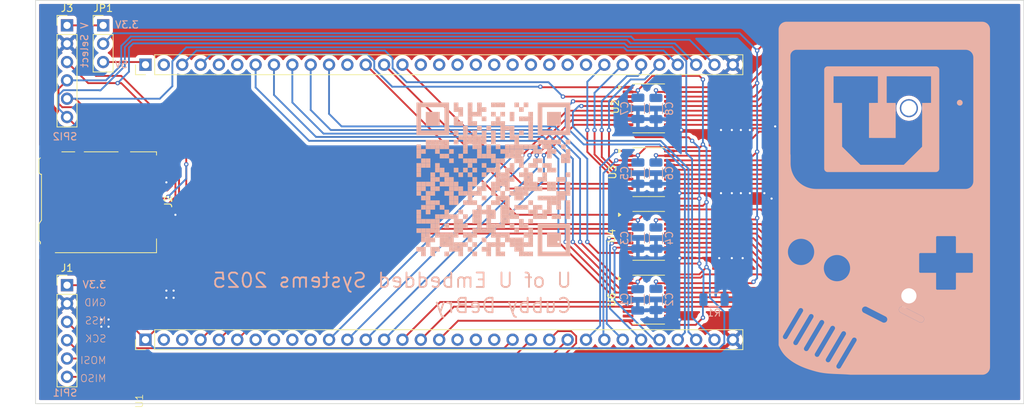
<source format=kicad_pcb>
(kicad_pcb (version 20241229) (generator "pcbnew") (generator_version "9.0")
  (layers (0 "F.Cu" signal) (2 "B.Cu" signal) (13 "F.Paste" user) (15 "B.Paste" user) (5 "F.SilkS" user "F.Silkscreen") (7 "B.SilkS" user "B.Silkscreen") (1 "F.Mask" user) (3 "B.Mask" user) (25 "Edge.Cuts" user))
  (net 0 "")
  (net 1 "GND")
  (net 2 "+3.3V")
  (net 3 "V_CART")
  (net 4 "+5V")
  (net 6 "SPI2_NSS")
  (net 10 "SPI2_SCK")
  (net 11 "SPI2_MOSI")
  (net 12 "SPI2_MISO")
  (net 13 "SHIFT_EN")
  (net 14 "AD12")
  (net 15 "CART_CS")
  (net 17 "AD10")
  (net 18 "AD18")
  (net 22 "CART_WR")
  (net 23 "AD5")
  (net 24 "AD15")
  (net 25 "AD2")
  (net 26 "AD23")
  (net 28 "SPI1_NSS")
  (net 30 "AD0")
  (net 31 "CART_RD")
  (net 32 "AD4")
  (net 33 "AD14")
  (net 34 "AD19")
  (net 35 "AD17")
  (net 40 "CART_RST")
  (net 41 "AD13")
  (net 42 "SPI1_MOSI")
  (net 43 "AD7")
  (net 47 "AD20")
  (net 49 "AD9")
  (net 52 "CART_CLK")
  (net 53 "SPI1_MISO")
  (net 55 "CART_SND")
  (net 56 "AD3")
  (net 58 "SPI1_SCK")
  (net 60 "AD11")
  (net 61 "AD22")
  (net 62 "AD21")
  (net 63 "AD16")
  (net 65 "AD1")
  (net 66 "AD8")
  (net 70 "AD6")
  (net 71 "Net-(U2-B2)")
  (net 72 "Net-(U2-B6)")
  (net 73 "Net-(U2-B1)")
  (net 74 "Net-(U2-B5)")
  (net 75 "Net-(U2-B3)")
  (net 76 "Net-(U2-B7)")
  (net 77 "Net-(U2-B4)")
  (net 78 "Net-(U2-B8)")
  (net 79 "Net-(U3-B7)")
  (net 80 "Net-(U3-B3)")
  (net 81 "Net-(U3-B5)")
  (net 82 "Net-(U3-B2)")
  (net 83 "Net-(U3-B8)")
  (net 84 "Net-(U3-B1)")
  (net 85 "Net-(U3-B4)")
  (net 86 "Net-(U3-B6)")
  (net 87 "Net-(U4-B7)")
  (net 88 "Net-(U4-B6)")
  (net 89 "Net-(U4-B3)")
  (net 90 "Net-(U4-B5)")
  (net 91 "Net-(U4-B4)")
  (net 92 "Net-(U4-B2)")
  (net 93 "Net-(U4-B1)")
  (net 94 "Net-(U4-B8)")
  (net 95 "Net-(U5-D4)")
  (net 96 "Net-(U5-D7)")
  (net 97 "Net-(U5-D6)")
  (net 98 "Net-(U5-RST)")
  (net 99 "Net-(U5-D5)")
  (net 100 "Net-(U5-SND)")
  (footprint "Package_SO:TSSOP-20_4.4x6.5mm_P0.65mm" (layer "F.Cu") (at 173.5 85.333333)
    (property "Reference" "U3")
    (property "Value" "TXB0108PW")
  )
  (footprint "Connector_PinHeader_2.54mm:PinHeader_1x06_P2.54mm_Vertical" (layer "F.Cu") (at 93 65)
    (property "Reference" "J3")
    (property "Value" "Conn_01x06")
  )
  (footprint "Package_SO:TSSOP-20_4.4x6.5mm_P0.65mm" (layer "F.Cu") (at 173.5 76.5)
    (property "Reference" "U2")
    (property "Value" "TXB0108PW")
  )
  (footprint "Connector_PinHeader_2.54mm:STM32F072B-DISCO" (layer "F.Cu") (at 103.86 108.55 90)
    (property "Reference" "U1")
    (property "Value" "~")
  )
  (footprint "Gameboy:Game_Boy_Advance_Edge_Connector" (layer "F.Cu") (at 203 89.475 -90)
    (property "Reference" "U5")
    (property "Value" "Cartridge_Bus")
  )
  (footprint "Connector_PinHeader_2.54mm:PinHeader_1x03_P2.54mm_Vertical" (layer "F.Cu") (at 98 65)
    (property "Reference" "JP1")
    (property "Value" "Jumper_3_Open")
  )
  (footprint "Connector_Card:microSD_HC_Hirose_DM3AT-SF-PEJM5" (layer "F.Cu") (at 97.5 89.5 -90)
    (property "Reference" "J2")
    (property "Value" "Micro_SD_Card_Det_Hirose_DM3AT")
  )
  (footprint "Package_SO:TSSOP-20_4.4x6.5mm_P0.65mm" (layer "F.Cu") (at 173.5 103)
    (property "Reference" "U6")
    (property "Value" "TXB0108PW")
  )
  (footprint "Package_SO:TSSOP-20_4.4x6.5mm_P0.65mm" (layer "F.Cu") (at 173.5 94.166667)
    (property "Reference" "U4")
    (property "Value" "TXB0108PW")
  )
  (footprint "Connector_PinHeader_2.54mm:PinHeader_1x06_P2.54mm_Vertical" (layer "F.Cu") (at 93 101)
    (property "Reference" "J1")
    (property "Value" "Conn_01x06")
  )
  (footprint "Capacitor_SMD:C_1206_3216Metric" (layer "B.Cu") (at 172 85.475 -90)
    (property "Reference" "C5")
    (property "Value" "C_Small")
  )
  (footprint "Capacitor_SMD:C_1206_3216Metric" (layer "B.Cu") (at 172 76.5 -90)
    (property "Reference" "C7")
    (property "Value" "C_Small")
  )
  (footprint "Capacitor_SMD:C_1206_3216Metric" (layer "B.Cu") (at 174.5 94.475 90)
    (property "Reference" "C4")
    (property "Value" "C_Small")
  )
  (footprint "Resistor_SMD:R_1206_3216Metric" (layer "B.Cu") (at 182.5375 103)
    (property "Reference" "R1")
    (property "Value" "R_US")
  )
  (footprint "Capacitor_SMD:C_1206_3216Metric" (layer "B.Cu") (at 174.5 102.975 90)
    (property "Reference" "C2")
    (property "Value" "C_Small")
  )
  (footprint "Capacitor_SMD:C_1206_3216Metric" (layer "B.Cu") (at 174.5 76.525 90)
    (property "Reference" "C8")
    (property "Value" "C_Small")
  )
  (footprint "Capacitor_SMD:C_1206_3216Metric" (layer "B.Cu") (at 174.5 85.475 90)
    (property "Reference" "C6")
    (property "Value" "C_Small")
  )
  (footprint "Capacitor_SMD:C_1206_3216Metric" (layer "B.Cu") (at 172 94.45 -90)
    (property "Reference" "C3")
    (property "Value" "C_Small")
  )
  (footprint "Capacitor_SMD:C_1206_3216Metric" (layer "B.Cu") (at 171.975 103.025 -90)
    (property "Reference" "C1")
    (property "Value" "C_Small")
  )
  (gr_poly (pts (xy 156.842479 96.987805) (xy 157.487803 96.987805) (xy 157.487803 96.342479) (xy 156.842479 96.342479)) (fill yes) (layer "B.SilkS"))
  (gr_poly (pts (xy 146.517276 94.406504) (xy 147.1626 94.406504) (xy 147.1626 93.761179) (xy 146.517276 93.761179)) (fill yes) (layer "B.SilkS"))
  (gr_poly (pts (xy 147.1626 96.342479) (xy 147.807927 96.342479) (xy 147.807927 95.697155) (xy 147.1626 95.697155)) (fill yes) (layer "B.SilkS"))
  (gr_poly (pts (xy 148.453251 81.5) (xy 149.098576 81.5) (xy 149.098576 80.854676) (xy 148.453251 80.854676)) (fill yes) (layer "B.SilkS"))
  (gr_poly (pts (xy 146.517276 87.953252) (xy 147.1626 87.953252) (xy 147.1626 87.307927) (xy 146.517276 87.307927)) (fill yes) (layer "B.SilkS"))
  (gr_poly (pts (xy 147.1626 88.598578) (xy 147.807927 88.598578) (xy 147.807927 87.953252) (xy 147.1626 87.953252)) (fill yes) (layer "B.SilkS"))
  (gr_poly (pts (xy 145.226625 91.179879) (xy 145.871951 91.179879) (xy 145.871951 90.534552) (xy 145.226625 90.534552)) (fill yes) (layer "B.SilkS"))
  (gr_poly (pts (xy 141.354674 83.435976) (xy 142 83.435976) (xy 142 82.79065) (xy 141.354674 82.79065)) (fill yes) (layer "B.SilkS"))
  (gr_poly (pts (xy 152.970527 91.179879) (xy 153.615853 91.179879) (xy 153.615853 90.534552) (xy 152.970527 90.534552)) (fill yes) (layer "B.SilkS"))
  (gr_poly (pts (xy 161.359755 83.435976) (xy 162.00508 83.435976) (xy 162.00508 82.79065) (xy 161.359755 82.79065)) (fill yes) (layer "B.SilkS"))
  (gr_poly (pts (xy 155.551829 88.598578) (xy 156.197153 88.598578) (xy 156.197153 87.953252) (xy 155.551829 87.953252)) (fill yes) (layer "B.SilkS"))
  (gr_poly (pts (xy 146.517276 87.307927) (xy 147.1626 87.307927) (xy 147.1626 86.662603) (xy 146.517276 86.662603)) (fill yes) (layer "B.SilkS"))
  (gr_poly (pts (xy 150.389227 93.761179) (xy 151.034552 93.761179) (xy 151.034552 93.115854) (xy 150.389227 93.115854)) (fill yes) (layer "B.SilkS"))
  (gr_poly (pts (xy 152.325203 96.342479) (xy 152.970527 96.342479) (xy 152.970527 95.697155) (xy 152.325203 95.697155)) (fill yes) (layer "B.SilkS"))
  (gr_poly (pts (xy 147.1626 78.9187) (xy 147.807927 78.9187) (xy 147.807927 78.273374) (xy 147.1626 78.273374)) (fill yes) (layer "B.SilkS"))
  (gr_poly (pts (xy 155.551829 80.20935) (xy 156.197153 80.20935) (xy 156.197153 79.564025) (xy 155.551829 79.564025)) (fill yes) (layer "B.SilkS"))
  (gr_poly (pts (xy 151.679876 87.953252) (xy 152.325203 87.953252) (xy 152.325203 87.307927) (xy 151.679876 87.307927)) (fill yes) (layer "B.SilkS"))
  (gr_poly (pts (xy 149.743901 93.761179) (xy 150.389227 93.761179) (xy 150.389227 93.115854) (xy 149.743901 93.115854)) (fill yes) (layer "B.SilkS"))
  (gr_poly (pts (xy 154.906503 82.145326) (xy 155.551829 82.145326) (xy 155.551829 81.5) (xy 154.906503 81.5)) (fill yes) (layer "B.SilkS"))
  (gr_poly (pts (xy 149.098576 91.825203) (xy 149.743901 91.825203) (xy 149.743901 91.179879) (xy 149.098576 91.179879)) (fill yes) (layer "B.SilkS"))
  (gr_poly (pts (xy 147.807927 89.889228) (xy 148.453251 89.889228) (xy 148.453251 89.243903) (xy 147.807927 89.243903)) (fill yes) (layer "B.SilkS"))
  (gr_poly (pts (xy 158.133129 84.081301) (xy 158.778454 84.081301) (xy 158.778454 83.435976) (xy 158.133129 83.435976)) (fill yes) (layer "B.SilkS"))
  (gr_poly (pts (xy 145.226625 83.435976) (xy 145.871951 83.435976) (xy 145.871951 82.79065) (xy 145.226625 82.79065)) (fill yes) (layer "B.SilkS"))
  (gr_poly (pts (xy 150.389227 96.342479) (xy 151.034552 96.342479) (xy 151.034552 95.697155) (xy 150.389227 95.697155)) (fill yes) (layer "B.SilkS"))
  (gr_poly (pts (xy 160.71443 88.598578) (xy 161.359755 88.598578) (xy 161.359755 87.953252) (xy 160.71443 87.953252)) (fill yes) (layer "B.SilkS"))
  (gr_poly (pts (xy 152.970527 90.534552) (xy 153.615853 90.534552) (xy 153.615853 89.889228) (xy 152.970527 89.889228)) (fill yes) (layer "B.SilkS"))
  (gr_poly (pts (xy 152.325203 86.662603) (xy 152.970527 86.662603) (xy 152.970527 86.017276) (xy 152.325203 86.017276)) (fill yes) (layer "B.SilkS"))
  (gr_poly (pts (xy 147.1626 83.435976) (xy 147.807927 83.435976) (xy 147.807927 82.79065) (xy 147.1626 82.79065)) (fill yes) (layer "B.SilkS"))
  (gr_poly (pts (xy 162.00508 89.889228) (xy 162.650405 89.889228) (xy 162.650405 89.243903) (xy 162.00508 89.243903)) (fill yes) (layer "B.SilkS"))
  (gr_poly (pts (xy 156.842479 87.307927) (xy 157.487803 87.307927) (xy 157.487803 86.662603) (xy 156.842479 86.662603)) (fill yes) (layer "B.SilkS"))
  (gr_poly (pts (xy 148.453251 95.05183) (xy 149.098576 95.05183) (xy 149.098576 94.406504) (xy 148.453251 94.406504)) (fill yes) (layer "B.SilkS"))
  (gr_poly (pts (xy 149.098576 82.145326) (xy 149.743901 82.145326) (xy 149.743901 81.5) (xy 149.098576 81.5)) (fill yes) (layer "B.SilkS"))
  (gr_poly (pts (xy 152.970527 94.406504) (xy 153.615853 94.406504) (xy 153.615853 93.761179) (xy 152.970527 93.761179)) (fill yes) (layer "B.SilkS"))
  (gr_poly (pts (xy 156.842479 78.273374) (xy 157.487803 78.273374) (xy 157.487803 77.628049) (xy 156.842479 77.628049)) (fill yes) (layer "B.SilkS"))
  (gr_poly (pts (xy 146.517276 78.9187) (xy 147.1626 78.9187) (xy 147.1626 78.273374) (xy 146.517276 78.273374)) (fill yes) (layer "B.SilkS"))
  (gr_poly (pts (xy 149.743901 76.337399) (xy 150.389227 76.337399) (xy 150.389227 75.692074) (xy 149.743901 75.692074)) (fill yes) (layer "B.SilkS"))
  (gr_poly (pts (xy 153.615853 89.889228) (xy 154.261178 89.889228) (xy 154.261178 89.243903) (xy 153.615853 89.243903)) (fill yes) (layer "B.SilkS"))
  (gr_poly (pts (xy 149.098576 88.598578) (xy 149.743901 88.598578) (xy 149.743901 87.953252) (xy 149.098576 87.953252)) (fill yes) (layer "B.SilkS"))
  (gr_poly (pts (xy 147.1626 92.470528) (xy 147.807927 92.470528) (xy 147.807927 91.825203) (xy 147.1626 91.825203)) (fill yes) (layer "B.SilkS"))
  (gr_poly (pts (xy 147.807927 79.564025) (xy 148.453251 79.564025) (xy 148.453251 78.9187) (xy 147.807927 78.9187)) (fill yes) (layer "B.SilkS"))
  (gr_poly (pts (xy 142 96.987805) (xy 142.645324 96.987805) (xy 142.645324 96.342479) (xy 142 96.342479)) (fill yes) (layer "B.SilkS"))
  (gr_poly (pts (xy 159.423779 85.371952) (xy 160.069105 85.371952) (xy 160.069105 84.726626) (xy 159.423779 84.726626)) (fill yes) (layer "B.SilkS"))
  (gr_poly (pts (xy 149.098576 81.5) (xy 149.743901 81.5) (xy 149.743901 80.854676) (xy 149.098576 80.854676)) (fill yes) (layer "B.SilkS"))
  (gr_poly (pts (xy 151.034552 93.761179) (xy 151.679876 93.761179) (xy 151.679876 93.115854) (xy 151.034552 93.115854)) (fill yes) (layer "B.SilkS"))
  (gr_poly (pts (xy 151.679876 80.854676) (xy 152.325203 80.854676) (xy 152.325203 80.20935) (xy 151.679876 80.20935)) (fill yes) (layer "B.SilkS"))
  (gr_poly (pts (xy 144.5813 91.825203) (xy 145.226625 91.825203) (xy 145.226625 91.179879) (xy 144.5813 91.179879)) (fill yes) (layer "B.SilkS"))
  (gr_poly (pts (xy 149.098576 89.889228) (xy 149.743901 89.889228) (xy 149.743901 89.243903) (xy 149.098576 89.243903)) (fill yes) (layer "B.SilkS"))
  (gr_poly (pts (xy 156.197153 78.273374) (xy 156.842479 78.273374) (xy 156.842479 77.628049) (xy 156.197153 77.628049)) (fill yes) (layer "B.SilkS"))
  (gr_poly (pts (xy 143.290649 86.662603) (xy 143.935975 86.662603) (xy 143.935975 86.017276) (xy 143.290649 86.017276)) (fill yes) (layer "B.SilkS"))
  (gr_poly (pts (xy 144.5813 86.017276) (xy 145.226625 86.017276) (xy 145.226625 85.371952) (xy 144.5813 85.371952)) (fill yes) (layer "B.SilkS"))
  (gr_poly (pts (xy 162.00508 81.5) (xy 162.650405 81.5) (xy 162.650405 80.854676) (xy 162.00508 80.854676)) (fill yes) (layer "B.SilkS"))
  (gr_poly (pts (xy 160.069105 81.5) (xy 160.71443 81.5) (xy 160.71443 80.854676) (xy 160.069105 80.854676)) (fill yes) (layer "B.SilkS"))
  (gr_poly (pts (xy 146.517276 89.243903) (xy 147.1626 89.243903) (xy 147.1626 88.598578) (xy 146.517276 88.598578)) (fill yes) (layer "B.SilkS"))
  (gr_poly (pts (xy 142 89.243903) (xy 142.645324 89.243903) (xy 142.645324 88.598578) (xy 142 88.598578)) (fill yes) (layer "B.SilkS"))
  (gr_poly (pts (xy 147.1626 93.761179) (xy 147.807927 93.761179) (xy 147.807927 93.115854) (xy 147.1626 93.115854)) (fill yes) (layer "B.SilkS"))
  (gr_poly (pts (xy 156.842479 80.854676) (xy 157.487803 80.854676) (xy 157.487803 80.20935) (xy 156.842479 80.20935)) (fill yes) (layer "B.SilkS"))
  (gr_poly (pts (xy 151.034552 96.342479) (xy 151.679876 96.342479) (xy 151.679876 95.697155) (xy 151.034552 95.697155)) (fill yes) (layer "B.SilkS"))
  (gr_poly (pts (xy 147.807927 93.115854) (xy 148.453251 93.115854) (xy 148.453251 92.470528) (xy 147.807927 92.470528)) (fill yes) (layer "B.SilkS"))
  (gr_poly (pts (xy 158.778454 86.017276) (xy 159.423779 86.017276) (xy 159.423779 85.371952) (xy 158.778454 85.371952)) (fill yes) (layer "B.SilkS"))
  (gr_poly (pts (xy 151.034552 83.435976) (xy 151.679876 83.435976) (xy 151.679876 82.79065) (xy 151.034552 82.79065)) (fill yes) (layer "B.SilkS"))
  (gr_poly (pts (xy 159.423779 89.889228) (xy 160.069105 89.889228) (xy 160.069105 89.243903) (xy 159.423779 89.243903)) (fill yes) (layer "B.SilkS"))
  (gr_poly (pts (xy 152.970527 96.987805) (xy 153.615853 96.987805) (xy 153.615853 96.342479) (xy 152.970527 96.342479)) (fill yes) (layer "B.SilkS"))
  (gr_poly (pts (xy 156.197153 96.987805) (xy 156.842479 96.987805) (xy 156.842479 96.342479) (xy 156.197153 96.342479)) (fill yes) (layer "B.SilkS"))
  (gr_poly (pts (xy 147.807927 80.20935) (xy 148.453251 80.20935) (xy 148.453251 79.564025) (xy 147.807927 79.564025)) (fill yes) (layer "B.SilkS"))
  (gr_poly (pts (xy 159.423779 87.307927) (xy 160.069105 87.307927) (xy 160.069105 86.662603) (xy 159.423779 86.662603)) (fill yes) (layer "B.SilkS"))
  (gr_poly (pts (xy 147.1626 96.987805) (xy 147.807927 96.987805) (xy 147.807927 96.342479) (xy 147.1626 96.342479)) (fill yes) (layer "B.SilkS"))
  (gr_poly (pts (xy 160.069105 91.825203) (xy 160.71443 91.825203) (xy 160.71443 91.179879) (xy 160.069105 91.179879)) (fill yes) (layer "B.SilkS"))
  (gr_poly (pts (xy 153.615853 89.243903) (xy 154.261178 89.243903) (xy 154.261178 88.598578) (xy 153.615853 88.598578)) (fill yes) (layer "B.SilkS"))
  (gr_poly (pts (xy 161.359755 82.145326) (xy 162.00508 82.145326) (xy 162.00508 81.5) (xy 161.359755 81.5)) (fill yes) (layer "B.SilkS"))
  (gr_poly (pts (xy 154.261178 80.854676) (xy 154.906503 80.854676) (xy 154.906503 80.20935) (xy 154.261178 80.20935)) (fill yes) (layer "B.SilkS"))
  (gr_poly (pts (xy 154.261178 91.179879) (xy 154.906503 91.179879) (xy 154.906503 90.534552) (xy 154.261178 90.534552)) (fill yes) (layer "B.SilkS"))
  (gr_poly (pts (xy 152.970527 84.081301) (xy 153.615853 84.081301) (xy 153.615853 83.435976) (xy 152.970527 83.435976)) (fill yes) (layer "B.SilkS"))
  (gr_poly (pts (xy 154.261178 78.273374) (xy 154.906503 78.273374) (xy 154.906503 77.628049) (xy 154.261178 77.628049)) (fill yes) (layer "B.SilkS"))
  (gr_poly (pts (xy 154.261178 86.662603) (xy 154.906503 86.662603) (xy 154.906503 86.017276) (xy 154.261178 86.017276)) (fill yes) (layer "B.SilkS"))
  (gr_poly (pts (xy 152.970527 91.825203) (xy 153.615853 91.825203) (xy 153.615853 91.179879) (xy 152.970527 91.179879)) (fill yes) (layer "B.SilkS"))
  (gr_poly (pts (xy 156.842479 77.628049) (xy 157.487803 77.628049) (xy 157.487803 76.982724) (xy 156.842479 76.982724)) (fill yes) (layer "B.SilkS"))
  (gr_poly (pts (xy 147.807927 85.371952) (xy 148.453251 85.371952) (xy 148.453251 84.726626) (xy 147.807927 84.726626)) (fill yes) (layer "B.SilkS"))
  (gr_poly (pts (xy 149.098576 91.179879) (xy 149.743901 91.179879) (xy 149.743901 90.534552) (xy 149.098576 90.534552)) (fill yes) (layer "B.SilkS"))
  (gr_poly (pts (xy 142 90.534552) (xy 142.645324 90.534552) (xy 142.645324 89.889228) (xy 142 89.889228)) (fill yes) (layer "B.SilkS"))
  (gr_poly (pts (xy 158.778454 81.5) (xy 159.423779 81.5) (xy 159.423779 80.854676) (xy 158.778454 80.854676)) (fill yes) (layer "B.SilkS"))
  (gr_poly (pts (xy 160.71443 89.889228) (xy 161.359755 89.889228) (xy 161.359755 89.243903) (xy 160.71443 89.243903)) (fill yes) (layer "B.SilkS"))
  (gr_poly (pts (xy 156.197153 85.371952) (xy 156.842479 85.371952) (xy 156.842479 84.726626) (xy 156.197153 84.726626)) (fill yes) (layer "B.SilkS"))
  (gr_poly (pts (xy 141.354674 88.598578) (xy 142 88.598578) (xy 142 87.953252) (xy 141.354674 87.953252)) (fill yes) (layer "B.SilkS"))
  (gr_poly (pts (xy 154.906503 84.081301) (xy 155.551829 84.081301) (xy 155.551829 83.435976) (xy 154.906503 83.435976)) (fill yes) (layer "B.SilkS"))
  (gr_poly (pts (xy 198.241306 70.679419) (xy 198.216609 70.681285) (xy 198.19228 70.684359) (xy 198.168347 70.68861) (xy 198.144842 70.694009) (xy 198.121794 70.700525) (xy 198.099233 70.708128) (xy 198.077189 70.716789) (xy 198.055692 70.726477) (xy 198.034772 70.737163) (xy 198.01446 70.748816) (xy 197.994784 70.761406) (xy 197.975776 70.774903) (xy 197.957465 70.789278) (xy 197.939881 70.8045) (xy 197.923054 70.82054) (xy 197.907015 70.837366) (xy 197.891793 70.85495) (xy 197.877418 70.873261) (xy 197.86392 70.89227) (xy 197.85133 70.911945) (xy 197.839677 70.932258) (xy 197.828992 70.953177) (xy 197.819303 70.974674) (xy 197.810643 70.996718) (xy 197.803039 71.01928) (xy 197.796523 71.042328) (xy 197.791125 71.065833) (xy 197.786873 71.089766) (xy 197.7838 71.114095) (xy 197.781933 71.138791) (xy 197.781305 71.163825) (xy 197.781305 84.839992) (xy 197.781933 84.865025) (xy 197.7838 84.889722) (xy 197.786873 84.914051) (xy 197.791125 84.937983) (xy 197.796523 84.961489) (xy 197.803039 84.984537) (xy 197.810643 85.007098) (xy 197.819303 85.029142) (xy 197.828992 85.050639) (xy 197.839677 85.071559) (xy 197.85133 85.091872) (xy 197.86392 85.111547) (xy 197.877418 85.130556) (xy 197.891793 85.148867) (xy 197.907015 85.166451) (xy 197.923054 85.183277) (xy 197.939881 85.199317) (xy 197.957465 85.214539) (xy 197.975776 85.228914) (xy 197.994784 85.242411) (xy 198.01446 85.255002) (xy 198.034772 85.266655) (xy 198.055692 85.27734) (xy 198.077189 85.287028) (xy 198.099233 85.295689) (xy 198.121794 85.303293) (xy 198.144842 85.309809) (xy 198.168347 85.315207) (xy 198.19228 85.319459) (xy 198.216609 85.322532) (xy 198.241306 85.324398) (xy 198.266339 85.325027) (xy 213.225839 85.325027) (xy 213.250872 85.324398) (xy 213.275569 85.322532) (xy 213.299898 85.319459) (xy 213.323831 85.315207) (xy 213.347336 85.309809) (xy 213.370384 85.303293) (xy 213.392945 85.295689) (xy 213.41499 85.287028) (xy 213.436486 85.27734) (xy 213.457406 85.266655) (xy 213.477719 85.255002) (xy 213.497394 85.242411) (xy 213.516403 85.228914) (xy 213.534714 85.214539) (xy 213.552298 85.199317) (xy 213.569124 85.183277) (xy 213.585164 85.166451) (xy 213.600386 85.148867) (xy 213.614761 85.130556) (xy 213.628258 85.111547) (xy 213.640848 85.091872) (xy 213.652501 85.071559) (xy 213.663187 85.050639) (xy 213.672875 85.029142) (xy 213.681536 85.007098) (xy 213.689139 84.984537) (xy 213.695655 84.961489) (xy 213.701054 84.937983) (xy 213.705305 84.914051) (xy 213.708379 84.889722) (xy 213.710245 84.865025) (xy 213.710874 84.839992) (xy 213.710874 72.058551) (xy 212.566344 72.058551) (xy 212.566344 73.898025) (xy 212.566344 75.737499) (xy 211.951188 75.7437) (xy 211.335929 75.749798) (xy 211.332828 78.77814) (xy 211.329728 81.806379) (xy 210.062414 83.063046) (xy 208.795102 84.319714) (xy 205.796525 84.319714) (xy 202.798053 84.319714) (xy 202.409858 83.93462) (xy 202.021666 83.549425) (xy 201.141823 82.678058) (xy 200.262083 81.806585) (xy 200.255986 78.778244) (xy 200.249785 75.749798) (xy 199.668631 75.746594) (xy 199.087478 75.74339) (xy 199.080864 75.715795) (xy 199.074145 75.688303) (xy 199.077556 73.873427) (xy 199.080864 72.058551) (xy 202.144656 72.058551) (xy 205.208447 72.058551) (xy 205.208447 73.898025) (xy 205.208447 75.737499) (xy 204.593188 75.7437) (xy 203.978032 75.749798) (xy 203.978032 78.173733) (xy 203.978032 80.597667) (xy 205.826704 80.600767) (xy 207.675377 80.603868) (xy 207.675377 78.173733) (xy 207.675377 75.7437) (xy 207.061564 75.7437) (xy 206.447648 75.7437) (xy 206.440103 75.724167) (xy 206.432663 75.704736) (xy 206.432869 73.893891) (xy 206.433076 72.083149) (xy 206.442894 72.067749) (xy 206.452713 72.05235) (xy 209.50958 72.05545) (xy 212.566344 72.058551) (xy 213.710874 72.058551) (xy 213.710874 71.163825) (xy 213.710245 71.138791) (xy 213.708379 71.114095) (xy 213.705305 71.089766) (xy 213.701054 71.065833) (xy 213.695655 71.042328) (xy 213.689139 71.01928) (xy 213.681536 70.996718) (xy 213.672875 70.974674) (xy 213.663187 70.953177) (xy 213.652501 70.932258) (xy 213.640848 70.911945) (xy 213.628258 70.89227) (xy 213.614761 70.873261) (xy 213.600386 70.85495) (xy 213.585164 70.837366) (xy 213.569124 70.82054) (xy 213.552298 70.8045) (xy 213.534714 70.789278) (xy 213.516403 70.774903) (xy 213.497394 70.761406) (xy 213.477719 70.748816) (xy 213.457406 70.737163) (xy 213.436486 70.726477) (xy 213.41499 70.716789) (xy 213.392945 70.708128) (xy 213.370384 70.700525) (xy 213.347336 70.694009) (xy 213.323831 70.68861) (xy 213.299898 70.684359) (xy 213.275569 70.681285) (xy 213.250872 70.679419) (xy 213.225839 70.67879) (xy 198.266339 70.67879)) (fill yes) (layer "B.SilkS"))
  (gr_poly (pts (xy 160.71443 89.243903) (xy 161.359755 89.243903) (xy 161.359755 88.598578) (xy 160.71443 88.598578)) (fill yes) (layer "B.SilkS"))
  (gr_poly (pts (xy 148.453251 86.017276) (xy 149.098576 86.017276) (xy 149.098576 85.371952) (xy 148.453251 85.371952)) (fill yes) (layer "B.SilkS"))
  (gr_poly (pts (xy 152.325203 86.017276) (xy 152.970527 86.017276) (xy 152.970527 85.371952) (xy 152.325203 85.371952)) (fill yes) (layer "B.SilkS"))
  (gr_poly (pts (xy 156.197153 93.115854) (xy 156.842479 93.115854) (xy 156.842479 92.470528) (xy 156.197153 92.470528)) (fill yes) (layer "B.SilkS"))
  (gr_poly (pts (xy 152.970527 86.662603) (xy 153.615853 86.662603) (xy 153.615853 86.017276) (xy 152.970527 86.017276)) (fill yes) (layer "B.SilkS"))
  (gr_poly (pts (xy 208.536058 103.939238) (xy 208.5143 103.941346) (xy 208.492707 103.944492) (xy 208.471318 103.948663) (xy 208.45017 103.953847) (xy 208.429303 103.96003) (xy 208.408754 103.967201) (xy 208.388562 103.975348) (xy 208.368765 103.984458) (xy 208.349402 103.994518) (xy 208.330511 104.005517) (xy 208.31213 104.017442) (xy 208.294297 104.03028) (xy 208.277052 104.04402) (xy 208.260432 104.058648) (xy 208.244476 104.074153) (xy 208.229222 104.090521) (xy 208.214709 104.107742) (xy 208.200974 104.125802) (xy 208.188057 104.144689) (xy 208.175995 104.16439) (xy 208.164827 104.184894) (xy 208.164826 104.184896) (xy 208.164825 104.184897) (xy 208.164825 104.184898) (xy 208.164824 104.184898) (xy 208.164824 104.184899) (xy 208.164824 104.1849) (xy 208.164823 104.184901) (xy 208.164823 104.184902) (xy 208.164823 104.184904) (xy 208.164822 104.184906) (xy 208.154705 104.205947) (xy 208.14576 104.227246) (xy 208.137977 104.248763) (xy 208.131342 104.27046) (xy 208.125844 104.292299) (xy 208.121469 104.314242) (xy 208.118206 104.336249) (xy 208.116042 104.358283) (xy 208.114964 104.380306) (xy 208.114961 104.402279) (xy 208.11602 104.424163) (xy 208.118129 104.445921) (xy 208.121275 104.467514) (xy 208.125445 104.488903) (xy 208.130629 104.51005) (xy 208.136812 104.530917) (xy 208.143983 104.551466) (xy 208.15213 104.571658) (xy 208.16124 104.591455) (xy 208.1713 104.610818) (xy 208.182299 104.629709) (xy 208.194223 104.64809) (xy 208.207062 104.665923) (xy 208.220801 104.683168) (xy 208.235429 104.699788) (xy 208.250934 104.715744) (xy 208.267303 104.730998) (xy 208.284523 104.745512) (xy 208.302583 104.759247) (xy 208.32147 104.772164) (xy 208.341172 104.784226) (xy 208.361676 104.795395) (xy 210.951928 106.122491) (xy 210.97297 106.132609) (xy 210.994269 106.141553) (xy 211.015786 106.149337) (xy 211.037484 106.155972) (xy 211.059323 106.16147) (xy 211.081266 106.165845) (xy 211.103274 106.169108) (xy 211.125308 106.171272) (xy 211.147331 106.172349) (xy 211.169304 106.172352) (xy 211.191189 106.171293) (xy 211.212947 106.169185) (xy 211.23454 106.166039) (xy 211.255929 106.161868) (xy 211.277077 106.156685) (xy 211.297944 106.150501) (xy 211.318493 106.14333) (xy 211.338685 106.135183) (xy 211.358482 106.126073) (xy 211.377846 106.116013) (xy 211.396737 106.105014) (xy 211.415118 106.093089) (xy 211.43295 106.080251) (xy 211.450196 106.066512) (xy 211.466816 106.051883) (xy 211.482772 106.036379) (xy 211.498026 106.02001) (xy 211.51254 106.002789) (xy 211.526275 105.984729) (xy 211.539192 105.965843) (xy 211.551254 105.946141) (xy 211.562423 105.925638) (xy 211.562423 105.925636) (xy 211.562423 105.925635) (xy 211.562423 105.925634) (xy 211.562423 105.925633) (xy 211.562423 105.925632) (xy 211.562423 105.925631) (xy 211.562424 105.92563) (xy 211.562424 105.925629) (xy 211.562425 105.925628) (xy 211.562425 105.925627) (xy 211.562427 105.925625) (xy 211.572544 105.904584) (xy 211.581488 105.883285) (xy 211.589271 105.861768) (xy 211.595906 105.840071) (xy 211.601404 105.818232) (xy 211.605779 105.79629) (xy 211.609042 105.774282) (xy 211.611206 105.752248) (xy 211.612283 105.730225) (xy 211.612286 105.708252) (xy 211.611227 105.686368) (xy 211.609119 105.66461) (xy 211.605973 105.643018) (xy 211.601802 105.621628) (xy 211.596618 105.600481) (xy 211.590435 105.579614) (xy 211.583264 105.559065) (xy 211.575117 105.538873) (xy 211.566007 105.519076) (xy 211.555947 105.499713) (xy 211.544948 105.480822) (xy 211.533023 105.462441) (xy 211.520185 105.444608) (xy 211.506446 105.427363) (xy 211.491818 105.410743) (xy 211.476313 105.394787) (xy 211.459944 105.379533) (xy 211.442723 105.365019) (xy 211.424664 105.351285) (xy 211.405777 105.338367) (xy 211.386075 105.326305) (xy 211.365571 105.315136) (xy 208.775319 103.98804) (xy 208.754277 103.977922) (xy 208.732979 103.968978) (xy 208.711461 103.961194) (xy 208.689764 103.95456) (xy 208.667924 103.949061) (xy 208.645981 103.944686) (xy 208.623973 103.941423) (xy 208.601939 103.939259) (xy 208.579916 103.938182) (xy 208.557943 103.938179)) (fill yes) (layer "B.SilkS"))
  (gr_poly (pts (xy 159.423779 90.534552) (xy 160.069105 90.534552) (xy 160.069105 89.889228) (xy 159.423779 89.889228)) (fill yes) (layer "B.SilkS"))
  (gr_poly (pts (xy 146.517276 96.342479) (xy 147.1626 96.342479) (xy 147.1626 95.697155) (xy 146.517276 95.697155)) (fill yes) (layer "B.SilkS"))
  (gr_poly (pts (xy 159.423779 87.953252) (xy 160.069105 87.953252) (xy 160.069105 87.307927) (xy 159.423779 87.307927)) (fill yes) (layer "B.SilkS"))
  (gr_poly (pts (xy 149.743901 87.953252) (xy 150.389227 87.953252) (xy 150.389227 87.307927) (xy 149.743901 87.307927)) (fill yes) (layer "B.SilkS"))
  (gr_poly (pts (xy 142.645324 89.889228) (xy 143.290649 89.889228) (xy 143.290649 89.243903) (xy 142.645324 89.243903)) (fill yes) (layer "B.SilkS"))
  (gr_poly (pts (xy 153.615853 91.825203) (xy 154.261178 91.825203) (xy 154.261178 91.179879) (xy 153.615853 91.179879)) (fill yes) (layer "B.SilkS"))
  (gr_poly (pts (xy 154.261178 93.115854) (xy 154.906503 93.115854) (xy 154.906503 92.470528) (xy 154.261178 92.470528)) (fill yes) (layer "B.SilkS"))
  (gr_poly (pts (xy 159.423779 89.243903) (xy 160.069105 89.243903) (xy 160.069105 88.598578) (xy 159.423779 88.598578)) (fill yes) (layer "B.SilkS"))
  (gr_poly (pts (xy 142.645324 94.406504) (xy 143.290649 94.406504) (xy 143.290649 93.761179) (xy 142.645324 93.761179)) (fill yes) (layer "B.SilkS"))
  (gr_poly (pts (xy 149.098576 80.20935) (xy 149.743901 80.20935) (xy 149.743901 79.564025) (xy 149.098576 79.564025)) (fill yes) (layer "B.SilkS"))
  (gr_poly (pts (xy 150.389227 87.307927) (xy 151.034552 87.307927) (xy 151.034552 86.662603) (xy 150.389227 86.662603)) (fill yes) (layer "B.SilkS"))
  (gr_poly (pts (xy 156.842479 92.470528) (xy 157.487803 92.470528) (xy 157.487803 91.825203) (xy 156.842479 91.825203)) (fill yes) (layer "B.SilkS"))
  (gr_poly (pts (xy 151.034552 82.145326) (xy 151.679876 82.145326) (xy 151.679876 81.5) (xy 151.034552 81.5)) (fill yes) (layer "B.SilkS"))
  (gr_poly (pts (xy 147.807927 88.598578) (xy 148.453251 88.598578) (xy 148.453251 87.953252) (xy 147.807927 87.953252)) (fill yes) (layer "B.SilkS"))
  (gr_poly (pts (xy 145.226625 88.598578) (xy 145.871951 88.598578) (xy 145.871951 87.953252) (xy 145.226625 87.953252)) (fill yes) (layer "B.SilkS"))
  (gr_poly (pts (xy 150.389227 78.273374) (xy 151.034552 78.273374) (xy 151.034552 77.628049) (xy 150.389227 77.628049)) (fill yes) (layer "B.SilkS"))
  (gr_poly (pts (xy 152.970527 93.115854) (xy 153.615853 93.115854) (xy 153.615853 92.470528) (xy 152.970527 92.470528)) (fill yes) (layer "B.SilkS"))
  (gr_poly (pts (xy 157.487803 91.825203) (xy 158.133129 91.825203) (xy 158.133129 91.179879) (xy 157.487803 91.179879)) (fill yes) (layer "B.SilkS"))
  (gr_poly (pts (xy 149.743901 83.435976) (xy 150.389227 83.435976) (xy 150.389227 82.79065) (xy 149.743901 82.79065)) (fill yes) (layer "B.SilkS"))
  (gr_poly (pts (xy 153.615853 85.371952) (xy 154.261178 85.371952) (xy 154.261178 84.726626) (xy 153.615853 84.726626)) (fill yes) (layer "B.SilkS"))
  (gr_poly (pts (xy 151.679876 95.697155) (xy 152.325203 95.697155) (xy 152.325203 95.05183) (xy 151.679876 95.05183)) (fill yes) (layer "B.SilkS"))
  (gr_poly (pts (xy 156.842479 87.953252) (xy 157.487803 87.953252) (xy 157.487803 87.307927) (xy 156.842479 87.307927)) (fill yes) (layer "B.SilkS"))
  (gr_poly (pts (xy 152.325203 84.726626) (xy 152.970527 84.726626) (xy 152.970527 84.081301) (xy 152.325203 84.081301)) (fill yes) (layer "B.SilkS"))
  (gr_poly (pts (xy 151.034552 91.825203) (xy 151.679876 91.825203) (xy 151.679876 91.179879) (xy 151.034552 91.179879)) (fill yes) (layer "B.SilkS"))
  (gr_poly (pts (xy 156.842479 80.20935) (xy 157.487803 80.20935) (xy 157.487803 79.564025) (xy 156.842479 79.564025)) (fill yes) (layer "B.SilkS"))
  (gr_poly (pts (xy 160.069105 85.371952) (xy 160.71443 85.371952) (xy 160.71443 84.726626) (xy 160.069105 84.726626)) (fill yes) (layer "B.SilkS"))
  (gr_poly (pts (xy 152.325203 95.05183) (xy 152.970527 95.05183) (xy 152.970527 94.406504) (xy 152.325203 94.406504)) (fill yes) (layer "B.SilkS"))
  (gr_poly (pts (xy 154.906503 88.598578) (xy 155.551829 88.598578) (xy 155.551829 87.953252) (xy 154.906503 87.953252)) (fill yes) (layer "B.SilkS"))
  (gr_poly (pts (xy 145.871951 96.342479) (xy 146.517276 96.342479) (xy 146.517276 95.697155) (xy 145.871951 95.697155)) (fill yes) (layer "B.SilkS"))
  (gr_poly (pts (xy 154.906503 89.243903) (xy 155.551829 89.243903) (xy 155.551829 88.598578) (xy 154.906503 88.598578)) (fill yes) (layer "B.SilkS"))
  (gr_poly (pts (xy 145.871951 86.662603) (xy 146.517276 86.662603) (xy 146.517276 86.017276) (xy 145.871951 86.017276)) (fill yes) (layer "B.SilkS"))
  (gr_poly (pts (xy 147.1626 77.628049) (xy 147.807927 77.628049) (xy 147.807927 76.982724) (xy 147.1626 76.982724)) (fill yes) (layer "B.SilkS"))
  (gr_poly (pts (xy 155.551829 95.697155) (xy 156.197153 95.697155) (xy 156.197153 95.05183) (xy 155.551829 95.05183)) (fill yes) (layer "B.SilkS"))
  (gr_poly (pts (xy 147.807927 95.697155) (xy 148.453251 95.697155) (xy 148.453251 95.05183) (xy 147.807927 95.05183)) (fill yes) (layer "B.SilkS"))
  (gr_poly (pts (xy 148.453251 78.9187) (xy 149.098576 78.9187) (xy 149.098576 78.273374) (xy 148.453251 78.273374)) (fill yes) (layer "B.SilkS"))
  (gr_poly (pts (xy 155.551829 78.273374) (xy 156.197153 78.273374) (xy 156.197153 77.628049) (xy 155.551829 77.628049)) (fill yes) (layer "B.SilkS"))
  (gr_poly (pts (xy 153.615853 87.307927) (xy 154.261178 87.307927) (xy 154.261178 86.662603) (xy 153.615853 86.662603)) (fill yes) (layer "B.SilkS"))
  (gr_poly (pts (xy 141.354674 92.470528) (xy 142 92.470528) (xy 142 91.825203) (xy 141.354674 91.825203)) (fill yes) (layer "B.SilkS"))
  (gr_poly (pts (xy 147.807927 80.854676) (xy 148.453251 80.854676) (xy 148.453251 80.20935) (xy 147.807927 80.20935)) (fill yes) (layer "B.SilkS"))
  (gr_poly (pts (xy 143.935975 93.761179) (xy 144.5813 93.761179) (xy 144.5813 93.115854) (xy 143.935975 93.115854)) (fill yes) (layer "B.SilkS"))
  (gr_poly (pts (xy 146.517276 78.273374) (xy 147.1626 78.273374) (xy 147.1626 77.628049) (xy 146.517276 77.628049)) (fill yes) (layer "B.SilkS"))
  (gr_poly (pts (xy 143.290649 93.115854) (xy 143.935975 93.115854) (xy 143.935975 92.470528) (xy 143.290649 92.470528)) (fill yes) (layer "B.SilkS"))
  (gr_poly (pts (xy 157.487803 90.534552) (xy 158.133129 90.534552) (xy 158.133129 89.889228) (xy 157.487803 89.889228)) (fill yes) (layer "B.SilkS"))
  (gr_poly (pts (xy 149.743901 76.982724) (xy 150.389227 76.982724) (xy 150.389227 76.337399) (xy 149.743901 76.337399)) (fill yes) (layer "B.SilkS"))
  (gr_poly (pts (xy 155.551829 89.243903) (xy 156.197153 89.243903) (xy 156.197153 88.598578) (xy 155.551829 88.598578)) (fill yes) (layer "B.SilkS"))
  (gr_poly (pts (xy 153.615853 90.534552) (xy 154.261178 90.534552) (xy 154.261178 89.889228) (xy 153.615853 89.889228)) (fill yes) (layer "B.SilkS"))
  (gr_poly (pts (xy 142 95.05183) (xy 142.645324 95.05183) (xy 142.645324 94.406504) (xy 142 94.406504)) (fill yes) (layer "B.SilkS"))
  (gr_poly (pts (xy 162.00508 91.179879) (xy 162.650405 91.179879) (xy 162.650405 90.534552) (xy 162.00508 90.534552)) (fill yes) (layer "B.SilkS"))
  (gr_poly (pts (xy 155.551829 87.953252) (xy 156.197153 87.953252) (xy 156.197153 87.307927) (xy 155.551829 87.307927)) (fill yes) (layer "B.SilkS"))
  (gr_poly (pts (xy 158.778454 82.145326) (xy 159.423779 82.145326) (xy 159.423779 81.5) (xy 158.778454 81.5)) (fill yes) (layer "B.SilkS"))
  (gr_poly (pts (xy 160.069105 82.79065) (xy 160.71443 82.79065) (xy 160.71443 82.145326) (xy 160.069105 82.145326)) (fill yes) (layer "B.SilkS"))
  (gr_poly (pts (xy 146.517276 93.115854) (xy 147.1626 93.115854) (xy 147.1626 92.470528) (xy 146.517276 92.470528)) (fill yes) (layer "B.SilkS"))
  (gr_poly (pts (xy 149.743901 79.564025) (xy 150.389227 79.564025) (xy 150.389227 78.9187) (xy 149.743901 78.9187)) (fill yes) (layer "B.SilkS"))
  (gr_poly (pts (xy 158.778454 89.243903) (xy 159.423779 89.243903) (xy 159.423779 88.598578) (xy 158.778454 88.598578)) (fill yes) (layer "B.SilkS"))
  (gr_poly (pts (xy 147.807927 91.825203) (xy 148.453251 91.825203) (xy 148.453251 91.179879) (xy 147.807927 91.179879)) (fill yes) (layer "B.SilkS"))
  (gr_poly (pts (xy 143.290649 89.889228) (xy 143.935975 89.889228) (xy 143.935975 89.243903) (xy 143.290649 89.243903)) (fill yes) (layer "B.SilkS"))
  (gr_poly (pts (xy 157.487803 91.179879) (xy 158.133129 91.179879) (xy 158.133129 90.534552) (xy 157.487803 90.534552)) (fill yes) (layer "B.SilkS"))
  (gr_poly (pts (xy 143.935975 82.145326) (xy 144.5813 82.145326) (xy 144.5813 81.5) (xy 143.935975 81.5)) (fill yes) (layer "B.SilkS"))
  (gr_poly (pts (xy 143.290649 93.761179) (xy 143.935975 93.761179) (xy 143.935975 93.115854) (xy 143.290649 93.115854)) (fill yes) (layer "B.SilkS"))
  (gr_poly (pts (xy 149.743901 82.145326) (xy 150.389227 82.145326) (xy 150.389227 81.5) (xy 149.743901 81.5)) (fill yes) (layer "B.SilkS"))
  (gr_poly (pts (xy 143.290649 92.470528) (xy 143.935975 92.470528) (xy 143.935975 91.825203) (xy 143.290649 91.825203)) (fill yes) (layer "B.SilkS"))
  (gr_poly (pts (xy 147.1626 76.982724) (xy 147.807927 76.982724) (xy 147.807927 76.337399) (xy 147.1626 76.337399)) (fill yes) (layer "B.SilkS"))
  (gr_poly (pts (xy 142 84.081301) (xy 142.645324 84.081301) (xy 142.645324 83.435976) (xy 142 83.435976)) (fill yes) (layer "B.SilkS"))
  (gr_poly (pts (xy 147.807927 82.79065) (xy 148.453251 82.79065) (xy 148.453251 82.145326) (xy 147.807927 82.145326)) (fill yes) (layer "B.SilkS"))
  (gr_poly (pts (xy 142.645324 91.179879) (xy 143.290649 91.179879) (xy 143.290649 90.534552) (xy 142.645324 90.534552)) (fill yes) (layer "B.SilkS"))
  (gr_poly (pts (xy 147.807927 94.406504) (xy 148.453251 94.406504) (xy 148.453251 93.761179) (xy 147.807927 93.761179)) (fill yes) (layer "B.SilkS"))
  (gr_poly (pts (xy 216.523323 75.31651) (xy 216.502963 75.318058) (xy 216.482899 75.320608) (xy 216.463157 75.324134) (xy 216.443761 75.32861) (xy 216.424736 75.334013) (xy 216.406109 75.340315) (xy 216.387903 75.347494) (xy 216.370144 75.355522) (xy 216.352858 75.364376) (xy 216.336069 75.374029) (xy 216.319803 75.384457) (xy 216.304085 75.395634) (xy 216.28894 75.407536) (xy 216.274393 75.420136) (xy 216.26047 75.433411) (xy 216.247196 75.447334) (xy 216.234595 75.46188) (xy 216.222693 75.477025) (xy 216.211516 75.492743) (xy 216.201088 75.509009) (xy 216.191435 75.525798) (xy 216.182581 75.543084) (xy 216.174553 75.560843) (xy 216.167374 75.579048) (xy 216.161071 75.597676) (xy 216.155669 75.616701) (xy 216.151192 75.636097) (xy 216.147667 75.655839) (xy 216.145117 75.675903) (xy 216.143569 75.696262) (xy 216.143047 75.716893) (xy 216.143569 75.737523) (xy 216.145117 75.757883) (xy 216.147667 75.777947) (xy 216.151192 75.797689) (xy 216.155669 75.817085) (xy 216.161071 75.83611) (xy 216.167374 75.854737) (xy 216.174553 75.872943) (xy 216.182581 75.890702) (xy 216.191435 75.907988) (xy 216.201088 75.924776) (xy 216.211516 75.941042) (xy 216.222693 75.95676) (xy 216.234595 75.971905) (xy 216.247196 75.986452) (xy 216.26047 76.000375) (xy 216.274393 76.01365) (xy 216.28894 76.02625) (xy 216.304085 76.038152) (xy 216.319803 76.049329) (xy 216.336069 76.059757) (xy 216.352858 76.069411) (xy 216.370144 76.078264) (xy 216.387903 76.086292) (xy 216.406109 76.093471) (xy 216.424736 76.099774) (xy 216.443761 76.105176) (xy 216.463157 76.109653) (xy 216.482899 76.113178) (xy 216.502963 76.115728) (xy 216.523323 76.117276) (xy 216.543953 76.117798) (xy 216.564584 76.117276) (xy 216.584944 76.115728) (xy 216.605007 76.113178) (xy 216.62475 76.109653) (xy 216.644146 76.105176) (xy 216.66317 76.099774) (xy 216.681798 76.093471) (xy 216.700004 76.086293) (xy 216.717762 76.078264) (xy 216.735048 76.069411) (xy 216.751837 76.059757) (xy 216.768103 76.04933) (xy 216.783821 76.038152) (xy 216.798965 76.026251) (xy 216.813512 76.01365) (xy 216.827435 76.000376) (xy 216.840709 75.986452) (xy 216.85331 75.971906) (xy 216.865211 75.956761) (xy 216.876389 75.941043) (xy 216.886816 75.924777) (xy 216.89647 75.907988) (xy 216.905323 75.890702) (xy 216.913351 75.872943) (xy 216.92053 75.854738) (xy 216.926832 75.83611) (xy 216.932235 75.817085) (xy 216.936711 75.797689) (xy 216.940237 75.777947) (xy 216.942786 75.757883) (xy 216.944334 75.737523) (xy 216.944856 75.716893) (xy 216.944334 75.696262) (xy 216.942786 75.675903) (xy 216.940237 75.655839) (xy 216.936711 75.636097) (xy 216.932234 75.616701) (xy 216.926832 75.597676) (xy 216.920529 75.579049) (xy 216.913351 75.560843) (xy 216.905322 75.543085) (xy 216.896469 75.525798) (xy 216.886816 75.50901) (xy 216.876388 75.492744) (xy 216.86521 75.477026) (xy 216.853309 75.461881) (xy 216.840708 75.447334) (xy 216.827434 75.433411) (xy 216.813511 75.420136) (xy 216.798964 75.407536) (xy 216.783819 75.395634) (xy 216.768101 75.384457) (xy 216.751835 75.374029) (xy 216.735047 75.364376) (xy 216.717761 75.355522) (xy 216.700002 75.347494) (xy 216.681797 75.340315) (xy 216.663169 75.334013) (xy 216.644145 75.32861) (xy 216.624749 75.324134) (xy 216.605007 75.320608) (xy 216.584943 75.318059) (xy 216.564584 75.31651) (xy 216.543953 75.315989)) (fill yes) (layer "B.SilkS"))
  (gr_poly (pts (xy 156.842479 82.145326) (xy 157.487803 82.145326) (xy 157.487803 81.5) (xy 156.842479 81.5)) (fill yes) (layer "B.SilkS"))
  (gr_poly (pts (xy 155.551829 86.017276) (xy 156.197153 86.017276) (xy 156.197153 85.371952) (xy 155.551829 85.371952)) (fill yes) (layer "B.SilkS"))
  (gr_poly (pts (xy 155.551829 82.145326) (xy 156.197153 82.145326) (xy 156.197153 81.5) (xy 155.551829 81.5)) (fill yes) (layer "B.SilkS"))
  (gr_poly (pts (xy 143.935975 91.825203) (xy 144.5813 91.825203) (xy 144.5813 91.179879) (xy 143.935975 91.179879)) (fill yes) (layer "B.SilkS"))
  (gr_poly (pts (xy 149.743901 93.115854) (xy 150.389227 93.115854) (xy 150.389227 92.470528) (xy 149.743901 92.470528)) (fill yes) (layer "B.SilkS"))
  (gr_poly (pts (xy 148.453251 78.273374) (xy 149.098576 78.273374) (xy 149.098576 77.628049) (xy 148.453251 77.628049)) (fill yes) (layer "B.SilkS"))
  (gr_poly (pts (xy 145.226625 95.697155) (xy 145.871951 95.697155) (xy 145.871951 95.05183) (xy 145.226625 95.05183)) (fill yes) (layer "B.SilkS"))
  (gr_poly (pts (xy 157.487803 84.726626) (xy 158.133129 84.726626) (xy 158.133129 84.081301) (xy 157.487803 84.081301)) (fill yes) (layer "B.SilkS"))
  (gr_poly (pts (xy 144.5813 95.05183) (xy 145.226625 95.05183) (xy 145.226625 94.406504) (xy 144.5813 94.406504)) (fill yes) (layer "B.SilkS"))
  (gr_poly (pts (xy 151.034552 92.470528) (xy 151.679876 92.470528) (xy 151.679876 91.825203) (xy 151.034552 91.825203)) (fill yes) (layer "B.SilkS"))
  (gr_poly (pts (xy 156.842479 94.406504) (xy 157.487803 94.406504) (xy 157.487803 93.761179) (xy 156.842479 93.761179)) (fill yes) (layer "B.SilkS"))
  (gr_poly (pts (xy 149.743901 80.854676) (xy 150.389227 80.854676) (xy 150.389227 80.20935) (xy 149.743901 80.20935)) (fill yes) (layer "B.SilkS"))
  (gr_poly (pts (xy 150.389227 95.05183) (xy 151.034552 95.05183) (xy 151.034552 94.406504) (xy 150.389227 94.406504)) (fill yes) (layer "B.SilkS"))
  (gr_poly (pts (xy 152.970527 80.20935) (xy 153.615853 80.20935) (xy 153.615853 79.564025) (xy 152.970527 79.564025)) (fill yes) (layer "B.SilkS"))
  (gr_poly (pts (xy 149.098576 94.406504) (xy 149.743901 94.406504) (xy 149.743901 93.761179) (xy 149.098576 93.761179)) (fill yes) (layer "B.SilkS"))
  (gr_poly (pts (xy 156.197153 87.307927) (xy 156.842479 87.307927) (xy 156.842479 86.662603) (xy 156.197153 86.662603)) (fill yes) (layer "B.SilkS"))
  (gr_poly (pts (xy 156.197153 94.406504) (xy 156.842479 94.406504) (xy 156.842479 93.761179) (xy 156.197153 93.761179)) (fill yes) (layer "B.SilkS"))
  (gr_poly (pts (xy 151.034552 95.697155) (xy 151.679876 95.697155) (xy 151.679876 95.05183) (xy 151.034552 95.05183)) (fill yes) (layer "B.SilkS"))
  (gr_poly (pts (xy 142 87.953252) (xy 142.645324 87.953252) (xy 142.645324 87.307927) (xy 142 87.307927)) (fill yes) (layer "B.SilkS"))
  (gr_poly (pts (xy 160.069105 89.889228) (xy 160.71443 89.889228) (xy 160.71443 89.243903) (xy 160.069105 89.243903)) (fill yes) (layer "B.SilkS"))
  (gr_poly (pts (xy 147.807927 82.145326) (xy 148.453251 82.145326) (xy 148.453251 81.5) (xy 147.807927 81.5)) (fill yes) (layer "B.SilkS"))
  (gr_poly (pts (xy 147.1626 87.953252) (xy 147.807927 87.953252) (xy 147.807927 87.307927) (xy 147.1626 87.307927)) (fill yes) (layer "B.SilkS"))
  (gr_poly (pts (xy 145.871951 88.598578) (xy 146.517276 88.598578) (xy 146.517276 87.953252) (xy 145.871951 87.953252)) (fill yes) (layer "B.SilkS"))
  (gr_poly (pts (xy 152.325203 87.307927) (xy 152.970527 87.307927) (xy 152.970527 86.662603) (xy 152.325203 86.662603)) (fill yes) (layer "B.SilkS"))
  (gr_poly (pts (xy 142.645324 81.5) (xy 143.290649 81.5) (xy 143.290649 80.854676) (xy 142.645324 80.854676)) (fill yes) (layer "B.SilkS"))
  (gr_poly (pts (xy 156.197153 90.534552) (xy 156.842479 90.534552) (xy 156.842479 89.889228) (xy 156.197153 89.889228)) (fill yes) (layer "B.SilkS"))
  (gr_poly (pts (xy 142.645324 84.081301) (xy 143.290649 84.081301) (xy 143.290649 83.435976) (xy 142.645324 83.435976)) (fill yes) (layer "B.SilkS"))
  (gr_poly (pts (xy 141.354674 85.371952) (xy 142 85.371952) (xy 142 84.726626) (xy 141.354674 84.726626)) (fill yes) (layer "B.SilkS"))
  (gr_poly (pts (xy 150.389227 76.982724) (xy 151.034552 76.982724) (xy 151.034552 76.337399) (xy 150.389227 76.337399)) (fill yes) (layer "B.SilkS"))
  (gr_poly (pts (xy 145.226625 93.115854) (xy 145.871951 93.115854) (xy 145.871951 92.470528) (xy 145.226625 92.470528)) (fill yes) (layer "B.SilkS"))
  (gr_poly (pts (xy 141.354674 96.342479) (xy 142 96.342479) (xy 142 95.697155) (xy 141.354674 95.697155)) (fill yes) (layer "B.SilkS"))
  (gr_poly (pts (xy 157.487803 87.307927) (xy 158.133129 87.307927) (xy 158.133129 86.662603) (xy 157.487803 86.662603)) (fill yes) (layer "B.SilkS"))
  (gr_poly (pts (xy 153.615853 86.662603) (xy 154.261178 86.662603) (xy 154.261178 86.017276) (xy 153.615853 86.017276)) (fill yes) (layer "B.SilkS"))
  (gr_poly (pts (xy 150.389227 86.017276) (xy 151.034552 86.017276) (xy 151.034552 85.371952) (xy 150.389227 85.371952)) (fill yes) (layer "B.SilkS"))
  (gr_poly (pts (xy 154.906503 95.05183) (xy 155.551829 95.05183) (xy 155.551829 94.406504) (xy 154.906503 94.406504)) (fill yes) (layer "B.SilkS"))
  (gr_poly (pts (xy 149.098576 87.307927) (xy 149.743901 87.307927) (xy 149.743901 86.662603) (xy 149.098576 86.662603)) (fill yes) (layer "B.SilkS"))
  (gr_poly (pts (xy 146.517276 92.470528) (xy 147.1626 92.470528) (xy 147.1626 91.825203) (xy 146.517276 91.825203)) (fill yes) (layer "B.SilkS"))
  (gr_poly (pts (xy 159.423779 95.697155) (xy 161.359755 95.697155) (xy 161.359755 93.761179) (xy 159.423779 93.761179)) (fill yes) (layer "B.SilkS"))
  (gr_poly (pts (xy 144.5813 83.435976) (xy 145.226625 83.435976) (xy 145.226625 82.79065) (xy 144.5813 82.79065)) (fill yes) (layer "B.SilkS"))
  (gr_poly (pts (xy 160.069105 87.307927) (xy 160.71443 87.307927) (xy 160.71443 86.662603) (xy 160.069105 86.662603)) (fill yes) (layer "B.SilkS"))
  (gr_poly (pts (xy 154.261178 79.564025) (xy 154.906503 79.564025) (xy 154.906503 78.9187) (xy 154.261178 78.9187)) (fill yes) (layer "B.SilkS"))
  (gr_poly (pts (xy 145.871951 89.889228) (xy 146.517276 89.889228) (xy 146.517276 89.243903) (xy 145.871951 89.243903)) (fill yes) (layer "B.SilkS"))
  (gr_poly (pts (xy 145.226625 82.145326) (xy 145.871951 82.145326) (xy 145.871951 81.5) (xy 145.226625 81.5)) (fill yes) (layer "B.SilkS"))
  (gr_poly (pts (xy 146.517276 91.825203) (xy 147.1626 91.825203) (xy 147.1626 91.179879) (xy 146.517276 91.179879)) (fill yes) (layer "B.SilkS"))
  (gr_poly (pts (xy 148.453251 84.081301) (xy 149.098576 84.081301) (xy 149.098576 83.435976) (xy 148.453251 83.435976)) (fill yes) (layer "B.SilkS"))
  (gr_poly (pts (xy 155.551829 84.726626) (xy 156.197153 84.726626) (xy 156.197153 84.081301) (xy 155.551829 84.081301)) (fill yes) (layer "B.SilkS"))
  (gr_poly (pts (xy 145.226625 94.406504) (xy 145.871951 94.406504) (xy 145.871951 93.761179) (xy 145.226625 93.761179)) (fill yes) (layer "B.SilkS"))
  (gr_poly (pts (xy 149.098576 93.761179) (xy 149.743901 93.761179) (xy 149.743901 93.115854) (xy 149.098576 93.115854)) (fill yes) (layer "B.SilkS"))
  (gr_poly (pts (xy 144.5813 82.145326) (xy 145.226625 82.145326) (xy 145.226625 81.5) (xy 144.5813 81.5)) (fill yes) (layer "B.SilkS"))
  (gr_poly (pts (xy 141.354674 91.825203) (xy 142 91.825203) (xy 142 91.179879) (xy 141.354674 91.179879)) (fill yes) (layer "B.SilkS"))
  (gr_poly (pts (xy 162.00508 88.598578) (xy 162.650405 88.598578) (xy 162.650405 87.953252) (xy 162.00508 87.953252)) (fill yes) (layer "B.SilkS"))
  (gr_poly (pts (xy 150.389227 80.854676) (xy 151.034552 80.854676) (xy 151.034552 80.20935) (xy 150.389227 80.20935)) (fill yes) (layer "B.SilkS"))
  (gr_poly (pts (xy 158.133129 89.243903) (xy 158.778454 89.243903) (xy 158.778454 88.598578) (xy 158.133129 88.598578)) (fill yes) (layer "B.SilkS"))
  (gr_poly (pts (xy 152.325203 78.273374) (xy 152.970527 78.273374) (xy 152.970527 77.628049) (xy 152.325203 77.628049)) (fill yes) (layer "B.SilkS"))
  (gr_poly (pts (xy 161.359755 84.081301) (xy 162.00508 84.081301) (xy 162.00508 83.435976) (xy 161.359755 83.435976)) (fill yes) (layer "B.SilkS"))
  (gr_poly (pts (xy 157.487803 82.79065) (xy 158.133129 82.79065) (xy 158.133129 82.145326) (xy 157.487803 82.145326)) (fill yes) (layer "B.SilkS"))
  (gr_poly (pts (xy 152.970527 88.598578) (xy 153.615853 88.598578) (xy 153.615853 87.953252) (xy 152.970527 87.953252)) (fill yes) (layer "B.SilkS"))
  (gr_poly (pts (xy 151.679876 91.825203) (xy 152.325203 91.825203) (xy 152.325203 91.179879) (xy 151.679876 91.179879)) (fill yes) (layer "B.SilkS"))
  (gr_poly (pts (xy 149.098576 77.628049) (xy 149.743901 77.628049) (xy 149.743901 76.982724) (xy 149.098576 76.982724)) (fill yes) (layer "B.SilkS"))
  (gr_poly (pts (xy 141.354674 93.761179) (xy 142 93.761179) (xy 142 93.115854) (xy 141.354674 93.115854)) (fill yes) (layer "B.SilkS"))
  (gr_poly (pts (xy 148.453251 77.628049) (xy 149.098576 77.628049) (xy 149.098576 76.982724) (xy 148.453251 76.982724)) (fill yes) (layer "B.SilkS"))
  (gr_poly (pts (xy 143.935975 93.115854) (xy 144.5813 93.115854) (xy 144.5813 92.470528) (xy 143.935975 92.470528)) (fill yes) (layer "B.SilkS"))
  (gr_poly (pts (xy 147.1626 95.697155) (xy 147.807927 95.697155) (xy 147.807927 95.05183) (xy 147.1626 95.05183)) (fill yes) (layer "B.SilkS"))
  (gr_poly (pts (xy 144.5813 94.406504) (xy 145.226625 94.406504) (xy 145.226625 93.761179) (xy 144.5813 93.761179)) (fill yes) (layer "B.SilkS"))
  (gr_poly (pts (xy 145.871951 95.697155) (xy 146.517276 95.697155) (xy 146.517276 95.05183) (xy 145.871951 95.05183)) (fill yes) (layer "B.SilkS"))
  (gr_poly (pts (xy 148.453251 84.726626) (xy 149.098576 84.726626) (xy 149.098576 84.081301) (xy 148.453251 84.081301)) (fill yes) (layer "B.SilkS"))
  (gr_poly (pts (xy 146.517276 81.5) (xy 147.1626 81.5) (xy 147.1626 80.854676) (xy 146.517276 80.854676)) (fill yes) (layer "B.SilkS"))
  (gr_poly (pts (xy 149.098576 85.371952) (xy 149.743901 85.371952) (xy 149.743901 84.726626) (xy 149.098576 84.726626)) (fill yes) (layer "B.SilkS"))
  (gr_poly (pts (xy 142.645324 92.470528) (xy 143.290649 92.470528) (xy 143.290649 91.825203) (xy 142.645324 91.825203)) (fill yes) (layer "B.SilkS"))
  (gr_poly (pts (xy 148.453251 76.982724) (xy 149.098576 76.982724) (xy 149.098576 76.337399) (xy 148.453251 76.337399)) (fill yes) (layer "B.SilkS"))
  (gr_poly (pts (xy 151.679876 89.889228) (xy 152.325203 89.889228) (xy 152.325203 89.243903) (xy 151.679876 89.243903)) (fill yes) (layer "B.SilkS"))
  (gr_poly (pts (xy 149.098576 92.470528) (xy 149.743901 92.470528) (xy 149.743901 91.825203) (xy 149.098576 91.825203)) (fill yes) (layer "B.SilkS"))
  (gr_poly (pts (xy 162.00508 83.435976) (xy 162.650405 83.435976) (xy 162.650405 82.79065) (xy 162.00508 82.79065)) (fill yes) (layer "B.SilkS"))
  (gr_poly (pts (xy 151.034552 82.79065) (xy 151.679876 82.79065) (xy 151.679876 82.145326) (xy 151.034552 82.145326)) (fill yes) (layer "B.SilkS"))
  (gr_poly (pts (xy 154.906503 80.854676) (xy 155.551829 80.854676) (xy 155.551829 80.20935) (xy 154.906503 80.20935)) (fill yes) (layer "B.SilkS"))
  (gr_poly (pts (xy 161.359755 88.598578) (xy 162.00508 88.598578) (xy 162.00508 87.953252) (xy 161.359755 87.953252)) (fill yes) (layer "B.SilkS"))
  (gr_poly (pts (xy 148.453251 88.598578) (xy 149.098576 88.598578) (xy 149.098576 87.953252) (xy 148.453251 87.953252)) (fill yes) (layer "B.SilkS"))
  (gr_poly (pts (xy 141.354674 87.953252) (xy 142 87.953252) (xy 142 87.307927) (xy 141.354674 87.307927)) (fill yes) (layer "B.SilkS"))
  (gr_poly (pts (xy 155.551829 96.987805) (xy 156.197153 96.987805) (xy 156.197153 96.342479) (xy 155.551829 96.342479)) (fill yes) (layer "B.SilkS"))
  (gr_poly (pts (xy 151.034552 79.564025) (xy 151.679876 79.564025) (xy 151.679876 78.9187) (xy 151.034552 78.9187)) (fill yes) (layer "B.SilkS"))
  (gr_poly (pts (xy 155.551829 82.79065) (xy 156.197153 82.79065) (xy 156.197153 82.145326) (xy 155.551829 82.145326)) (fill yes) (layer "B.SilkS"))
  (gr_poly (pts (xy 143.935975 89.889228) (xy 144.5813 89.889228) (xy 144.5813 89.243903) (xy 143.935975 89.243903)) (fill yes) (layer "B.SilkS"))
  (gr_poly (pts (xy 148.453251 96.342479) (xy 149.098576 96.342479) (xy 149.098576 95.697155) (xy 148.453251 95.697155)) (fill yes) (layer "B.SilkS"))
  (gr_poly (pts (xy 142.645324 89.243903) (xy 143.290649 89.243903) (xy 143.290649 88.598578) (xy 142.645324 88.598578)) (fill yes) (layer "B.SilkS"))
  (gr_poly (pts (xy 159.423779 81.5) (xy 160.069105 81.5) (xy 160.069105 80.854676) (xy 159.423779 80.854676)) (fill yes) (layer "B.SilkS"))
  (gr_poly (pts (xy 154.261178 80.20935) (xy 154.906503 80.20935) (xy 154.906503 79.564025) (xy 154.261178 79.564025)) (fill yes) (layer "B.SilkS"))
  (gr_poly (pts (xy 149.098576 96.987805) (xy 149.743901 96.987805) (xy 149.743901 96.342479) (xy 149.098576 96.342479)) (fill yes) (layer "B.SilkS"))
  (gr_poly (pts (xy 156.842479 86.017276) (xy 157.487803 86.017276) (xy 157.487803 85.371952) (xy 156.842479 85.371952)) (fill yes) (layer "B.SilkS"))
  (gr_poly (pts (xy 143.290649 95.05183) (xy 143.935975 95.05183) (xy 143.935975 94.406504) (xy 143.290649 94.406504)) (fill yes) (layer "B.SilkS"))
  (gr_poly (pts (xy 145.871951 89.243903) (xy 146.517276 89.243903) (xy 146.517276 88.598578) (xy 145.871951 88.598578)) (fill yes) (layer "B.SilkS"))
  (gr_poly (pts (xy 141.354674 86.017276) (xy 142 86.017276) (xy 142 85.371952) (xy 141.354674 85.371952)) (fill yes) (layer "B.SilkS"))
  (gr_poly (pts (xy 147.807927 84.081301) (xy 148.453251 84.081301) (xy 148.453251 83.435976) (xy 147.807927 83.435976)) (fill yes) (layer "B.SilkS"))
  (gr_poly (pts (xy 143.935975 96.342479) (xy 144.5813 96.342479) (xy 144.5813 95.697155) (xy 143.935975 95.697155)) (fill yes) (layer "B.SilkS"))
  (gr_poly (pts (xy 142.645324 95.697155) (xy 143.290649 95.697155) (xy 143.290649 95.05183) (xy 142.645324 95.05183)) (fill yes) (layer "B.SilkS"))
  (gr_poly (pts (xy 145.226625 95.05183) (xy 145.871951 95.05183) (xy 145.871951 94.406504) (xy 145.226625 94.406504)) (fill yes) (layer "B.SilkS"))
  (gr_poly (pts (xy 152.325203 96.987805) (xy 152.970527 96.987805) (xy 152.970527 96.342479) (xy 152.325203 96.342479)) (fill yes) (layer "B.SilkS"))
  (gr_poly (pts (xy 142 94.406504) (xy 142.645324 94.406504) (xy 142.645324 93.761179) (xy 142 93.761179)) (fill yes) (layer "B.SilkS"))
  (gr_poly (pts (xy 154.261178 84.726626) (xy 154.906503 84.726626) (xy 154.906503 84.081301) (xy 154.261178 84.081301)) (fill yes) (layer "B.SilkS"))
  (gr_poly (pts (xy 147.1626 93.115854) (xy 147.807927 93.115854) (xy 147.807927 92.470528) (xy 147.1626 92.470528)) (fill yes) (layer "B.SilkS"))
  (gr_poly (pts (xy 152.970527 87.307927) (xy 153.615853 87.307927) (xy 153.615853 86.662603) (xy 152.970527 86.662603)) (fill yes) (layer "B.SilkS"))
  (gr_poly (pts (xy 154.261178 91.825203) (xy 154.906503 91.825203) (xy 154.906503 91.179879) (xy 154.261178 91.179879)) (fill yes) (layer "B.SilkS"))
  (gr_poly (pts (xy 155.551829 90.534552) (xy 156.197153 90.534552) (xy 156.197153 89.889228) (xy 155.551829 89.889228)) (fill yes) (layer "B.SilkS"))
  (gr_poly (pts (xy 144.5813 81.5) (xy 145.226625 81.5) (xy 145.226625 80.854676) (xy 144.5813 80.854676)) (fill yes) (layer "B.SilkS"))
  (gr_poly (pts (xy 158.133129 81.5) (xy 158.778454 81.5) (xy 158.778454 80.854676) (xy 158.133129 80.854676)) (fill yes) (layer "B.SilkS"))
  (gr_poly (pts (xy 152.970527 92.470528) (xy 153.615853 92.470528) (xy 153.615853 91.825203) (xy 152.970527 91.825203)) (fill yes) (layer "B.SilkS"))
  (gr_poly (pts (xy 141.354674 82.79065) (xy 142 82.79065) (xy 142 82.145326) (xy 141.354674 82.145326)) (fill yes) (layer "B.SilkS"))
  (gr_poly (pts (xy 141.354674 80.20935) (xy 145.871951 80.20935) (xy 145.871951 79.564025) (xy 145.226625 79.564025) (xy 142 79.564025) (xy 142 76.337399) (xy 145.226625 76.337399) (xy 145.226625 79.564025) (xy 145.871951 79.564025) (xy 145.871951 75.692074) (xy 141.354674 75.692074)) (fill yes) (layer "B.SilkS"))
  (gr_poly (pts (xy 158.133129 87.953252) (xy 158.778454 87.953252) (xy 158.778454 87.307927) (xy 158.133129 87.307927)) (fill yes) (layer "B.SilkS"))
  (gr_poly (pts (xy 146.517276 76.982724) (xy 147.1626 76.982724) (xy 147.1626 76.337399) (xy 146.517276 76.337399)) (fill yes) (layer "B.SilkS"))
  (gr_poly (pts (xy 142 93.761179) (xy 142.645324 93.761179) (xy 142.645324 93.115854) (xy 142 93.115854)) (fill yes) (layer "B.SilkS"))
  (gr_poly (pts (xy 153.615853 79.564025) (xy 154.261178 79.564025) (xy 154.261178 78.9187) (xy 153.615853 78.9187)) (fill yes) (layer "B.SilkS"))
  (gr_poly (pts (xy 152.325203 89.889228) (xy 152.970527 89.889228) (xy 152.970527 89.243903) (xy 152.325203 89.243903)) (fill yes) (layer "B.SilkS"))
  (gr_poly (pts (xy 143.935975 85.371952) (xy 144.5813 85.371952) (xy 144.5813 84.726626) (xy 143.935975 84.726626)) (fill yes) (layer "B.SilkS"))
  (gr_poly (pts (xy 148.453251 76.337399) (xy 149.098576 76.337399) (xy 149.098576 75.692074) (xy 148.453251 75.692074)) (fill yes) (layer "B.SilkS"))
  (gr_poly (pts (xy 149.098576 84.081301) (xy 149.743901 84.081301) (xy 149.743901 83.435976) (xy 149.098576 83.435976)) (fill yes) (layer "B.SilkS"))
  (gr_poly (pts (xy 143.290649 86.017276) (xy 143.935975 86.017276) (xy 143.935975 85.371952) (xy 143.290649 85.371952)) (fill yes) (layer "B.SilkS"))
  (gr_poly (pts (xy 141.354674 87.307927) (xy 142 87.307927) (xy 142 86.662603) (xy 141.354674 86.662603)) (fill yes) (layer "B.SilkS"))
  (gr_poly (pts (xy 145.226625 87.307927) (xy 145.871951 87.307927) (xy 145.871951 86.662603) (xy 145.226625 86.662603)) (fill yes) (layer "B.SilkS"))
  (gr_poly (pts (xy 152.325203 87.953252) (xy 152.970527 87.953252) (xy 152.970527 87.307927) (xy 152.325203 87.307927)) (fill yes) (layer "B.SilkS"))
  (gr_poly (pts (xy 145.226625 86.662603) (xy 145.871951 86.662603) (xy 145.871951 86.017276) (xy 145.226625 86.017276)) (fill yes) (layer "B.SilkS"))
  (gr_poly (pts (xy 156.842479 93.761179) (xy 157.487803 93.761179) (xy 157.487803 93.115854) (xy 156.842479 93.115854)) (fill yes) (layer "B.SilkS"))
  (gr_poly (pts (xy 156.842479 79.564025) (xy 157.487803 79.564025) (xy 157.487803 78.9187) (xy 156.842479 78.9187)) (fill yes) (layer "B.SilkS"))
  (gr_poly (pts (xy 158.133129 91.825203) (xy 158.778454 91.825203) (xy 158.778454 91.179879) (xy 158.133129 91.179879)) (fill yes) (layer "B.SilkS"))
  (gr_poly (pts (xy 145.226625 86.017276) (xy 145.871951 86.017276) (xy 145.871951 85.371952) (xy 145.226625 85.371952)) (fill yes) (layer "B.SilkS"))
  (gr_poly (pts (xy 162.00508 86.017276) (xy 162.650405 86.017276) (xy 162.650405 85.371952) (xy 162.00508 85.371952)) (fill yes) (layer "B.SilkS"))
  (gr_poly (pts (xy 156.842479 95.697155) (xy 157.487803 95.697155) (xy 157.487803 95.05183) (xy 156.842479 95.05183)) (fill yes) (layer "B.SilkS"))
  (gr_poly (pts (xy 158.133129 90.534552) (xy 158.778454 90.534552) (xy 158.778454 89.889228) (xy 158.133129 89.889228)) (fill yes) (layer "B.SilkS"))
  (gr_poly (pts (xy 143.935975 86.662603) (xy 144.5813 86.662603) (xy 144.5813 86.017276) (xy 143.935975 86.017276)) (fill yes) (layer "B.SilkS"))
  (gr_poly (pts (xy 153.615853 92.470528) (xy 154.261178 92.470528) (xy 154.261178 91.825203) (xy 153.615853 91.825203)) (fill yes) (layer "B.SilkS"))
  (gr_poly (pts (xy 158.778454 86.662603) (xy 159.423779 86.662603) (xy 159.423779 86.017276) (xy 158.778454 86.017276)) (fill yes) (layer "B.SilkS"))
  (gr_poly (pts (xy 142.645324 90.534552) (xy 143.290649 90.534552) (xy 143.290649 89.889228) (xy 142.645324 89.889228)) (fill yes) (layer "B.SilkS"))
  (gr_poly (pts (xy 154.906503 95.697155) (xy 155.551829 95.697155) (xy 155.551829 95.05183) (xy 154.906503 95.05183)) (fill yes) (layer "B.SilkS"))
  (gr_poly (pts (xy 145.226625 91.825203) (xy 145.871951 91.825203) (xy 145.871951 91.179879) (xy 145.226625 91.179879)) (fill yes) (layer "B.SilkS"))
  (gr_poly (pts (xy 159.423779 91.179879) (xy 160.069105 91.179879) (xy 160.069105 90.534552) (xy 159.423779 90.534552)) (fill yes) (layer "B.SilkS"))
  (gr_poly (pts (xy 151.034552 90.534552) (xy 151.679876 90.534552) (xy 151.679876 89.889228) (xy 151.034552 89.889228)) (fill yes) (layer "B.SilkS"))
  (gr_poly (pts (xy 145.871951 87.307927) (xy 146.517276 87.307927) (xy 146.517276 86.662603) (xy 145.871951 86.662603)) (fill yes) (layer "B.SilkS"))
  (gr_poly (pts (xy 154.261178 85.371952) (xy 154.906503 85.371952) (xy 154.906503 84.726626) (xy 154.261178 84.726626)) (fill yes) (layer "B.SilkS"))
  (gr_poly (pts (xy 149.098576 95.697155) (xy 149.743901 95.697155) (xy 149.743901 95.05183) (xy 149.098576 95.05183)) (fill yes) (layer "B.SilkS"))
  (gr_poly (pts (xy 162.00508 91.825203) (xy 162.650405 91.825203) (xy 162.650405 91.179879) (xy 162.00508 91.179879)) (fill yes) (layer "B.SilkS"))
  (gr_poly (pts (xy 156.197153 86.662603) (xy 156.842479 86.662603) (xy 156.842479 86.017276) (xy 156.197153 86.017276)) (fill yes) (layer "B.SilkS"))
  (gr_poly (pts (xy 148.453251 80.854676) (xy 149.098576 80.854676) (xy 149.098576 80.20935) (xy 148.453251 80.20935)) (fill yes) (layer "B.SilkS"))
  (gr_poly (pts (xy 151.679876 93.761179) (xy 152.325203 93.761179) (xy 152.325203 93.115854) (xy 151.679876 93.115854)) (fill yes) (layer "B.SilkS"))
  (gr_poly (pts (xy 156.842479 89.889228) (xy 157.487803 89.889228) (xy 157.487803 89.243903) (xy 156.842479 89.243903)) (fill yes) (layer "B.SilkS"))
  (gr_poly (pts (xy 149.743901 91.825203) (xy 150.389227 91.825203) (xy 150.389227 91.179879) (xy 149.743901 91.179879)) (fill yes) (layer "B.SilkS"))
  (gr_poly (pts (xy 143.290649 90.534552) (xy 143.935975 90.534552) (xy 143.935975 89.889228) (xy 143.290649 89.889228)) (fill yes) (layer "B.SilkS"))
  (gr_poly (pts (xy 155.551829 93.115854) (xy 156.197153 93.115854) (xy 156.197153 92.470528) (xy 155.551829 92.470528)) (fill yes) (layer "B.SilkS"))
  (gr_poly (pts (xy 143.290649 87.307927) (xy 143.935975 87.307927) (xy 143.935975 86.662603) (xy 143.290649 86.662603)) (fill yes) (layer "B.SilkS"))
  (gr_poly (pts (xy 152.325203 76.337399) (xy 152.970527 76.337399) (xy 152.970527 75.692074) (xy 152.325203 75.692074)) (fill yes) (layer "B.SilkS"))
  (gr_poly (pts (xy 146.517276 76.337399) (xy 147.1626 76.337399) (xy 147.1626 75.692074) (xy 146.517276 75.692074)) (fill yes) (layer "B.SilkS"))
  (gr_poly (pts (xy 152.970527 82.79065) (xy 153.615853 82.79065) (xy 153.615853 82.145326) (xy 152.970527 82.145326)) (fill yes) (layer "B.SilkS"))
  (gr_poly (pts (xy 149.743901 92.470528) (xy 150.389227 92.470528) (xy 150.389227 91.825203) (xy 149.743901 91.825203)) (fill yes) (layer "B.SilkS"))
  (gr_poly (pts (xy 154.906503 83.435976) (xy 155.551829 83.435976) (xy 155.551829 82.79065) (xy 154.906503 82.79065)) (fill yes) (layer "B.SilkS"))
  (gr_poly (pts (xy 153.615853 87.953252) (xy 154.261178 87.953252) (xy 154.261178 87.307927) (xy 153.615853 87.307927)) (fill yes) (layer "B.SilkS"))
  (gr_poly (pts (xy 151.034552 96.987805) (xy 151.679876 96.987805) (xy 151.679876 96.342479) (xy 151.034552 96.342479)) (fill yes) (layer "B.SilkS"))
  (gr_poly (pts (xy 162.00508 84.081301) (xy 162.650405 84.081301) (xy 162.650405 83.435976) (xy 162.00508 83.435976)) (fill yes) (layer "B.SilkS"))
  (gr_poly (pts (xy 145.871951 94.406504) (xy 146.517276 94.406504) (xy 146.517276 93.761179) (xy 145.871951 93.761179)) (fill yes) (layer "B.SilkS"))
  (gr_poly (pts (xy 156.197153 86.017276) (xy 156.842479 86.017276) (xy 156.842479 85.371952) (xy 156.197153 85.371952)) (fill yes) (layer "B.SilkS"))
  (gr_poly (pts (xy 154.261178 95.05183) (xy 154.906503 95.05183) (xy 154.906503 94.406504) (xy 154.261178 94.406504)) (fill yes) (layer "B.SilkS"))
  (gr_poly (pts (xy 149.743901 81.5) (xy 150.389227 81.5) (xy 150.389227 80.854676) (xy 149.743901 80.854676)) (fill yes) (layer "B.SilkS"))
  (gr_poly (pts (xy 151.679876 83.435976) (xy 152.325203 83.435976) (xy 152.325203 82.79065) (xy 151.679876 82.79065)) (fill yes) (layer "B.SilkS"))
  (gr_poly (pts (xy 152.325203 84.081301) (xy 152.970527 84.081301) (xy 152.970527 83.435976) (xy 152.325203 83.435976)) (fill yes) (layer "B.SilkS"))
  (gr_poly (pts (xy 153.615853 83.435976) (xy 154.261178 83.435976) (xy 154.261178 82.79065) (xy 153.615853 82.79065)) (fill yes) (layer "B.SilkS"))
  (gr_poly (pts (xy 151.034552 85.371952) (xy 151.679876 85.371952) (xy 151.679876 84.726626) (xy 151.034552 84.726626)) (fill yes) (layer "B.SilkS"))
  (gr_poly (pts (xy 154.906503 91.825203) (xy 155.551829 91.825203) (xy 155.551829 91.179879) (xy 154.906503 91.179879)) (fill yes) (layer "B.SilkS"))
  (gr_poly (pts (xy 152.970527 80.854676) (xy 153.615853 80.854676) (xy 153.615853 80.20935) (xy 152.970527 80.20935)) (fill yes) (layer "B.SilkS"))
  (gr_poly (pts (xy 162.00508 90.534552) (xy 162.650405 90.534552) (xy 162.650405 89.889228) (xy 162.00508 89.889228)) (fill yes) (layer "B.SilkS"))
  (gr_poly (pts (xy 142.645324 93.761179) (xy 143.290649 93.761179) (xy 143.290649 93.115854) (xy 142.645324 93.115854)) (fill yes) (layer "B.SilkS"))
  (gr_poly (pts (xy 158.133129 80.20935) (xy 162.650405 80.20935) (xy 162.650405 79.564025) (xy 162.00508 79.564025) (xy 158.778454 79.564025) (xy 158.778454 76.337399) (xy 162.00508 76.337399) (xy 162.00508 79.564025) (xy 162.650405 79.564025) (xy 162.650405 75.692074) (xy 158.133129 75.692074)) (fill yes) (layer "B.SilkS"))
  (gr_poly (pts (xy 156.197153 76.337399) (xy 156.842479 76.337399) (xy 156.842479 75.692074) (xy 156.197153 75.692074)) (fill yes) (layer "B.SilkS"))
  (gr_poly (pts (xy 142.645324 95.05183) (xy 143.290649 95.05183) (xy 143.290649 94.406504) (xy 142.645324 94.406504)) (fill yes) (layer "B.SilkS"))
  (gr_poly (pts (xy 153.615853 95.05183) (xy 154.261178 95.05183) (xy 154.261178 94.406504) (xy 153.615853 94.406504)) (fill yes) (layer "B.SilkS"))
  (gr_poly (pts (xy 152.970527 78.9187) (xy 153.615853 78.9187) (xy 153.615853 78.273374) (xy 152.970527 78.273374)) (fill yes) (layer "B.SilkS"))
  (gr_poly (pts (xy 144.5813 90.534552) (xy 145.226625 90.534552) (xy 145.226625 89.889228) (xy 144.5813 89.889228)) (fill yes) (layer "B.SilkS"))
  (gr_poly (pts (xy 161.359755 86.662603) (xy 162.00508 86.662603) (xy 162.00508 86.017276) (xy 161.359755 86.017276)) (fill yes) (layer "B.SilkS"))
  (gr_poly (pts (xy 147.1626 86.017276) (xy 147.807927 86.017276) (xy 147.807927 85.371952) (xy 147.1626 85.371952)) (fill yes) (layer "B.SilkS"))
  (gr_poly (pts (xy 160.069105 89.243903) (xy 160.71443 89.243903) (xy 160.71443 88.598578) (xy 160.069105 88.598578)) (fill yes) (layer "B.SilkS"))
  (gr_poly (pts (xy 151.679876 94.406504) (xy 152.325203 94.406504) (xy 152.325203 93.761179) (xy 151.679876 93.761179)) (fill yes) (layer "B.SilkS"))
  (gr_poly (pts (xy 156.842479 95.05183) (xy 157.487803 95.05183) (xy 157.487803 94.406504) (xy 156.842479 94.406504)) (fill yes) (layer "B.SilkS"))
  (gr_poly (pts (xy 153.615853 91.179879) (xy 154.261178 91.179879) (xy 154.261178 90.534552) (xy 153.615853 90.534552)) (fill yes) (layer "B.SilkS"))
  (gr_poly (pts (xy 143.290649 96.987805) (xy 143.935975 96.987805) (xy 143.935975 96.342479) (xy 143.290649 96.342479)) (fill yes) (layer "B.SilkS"))
  (gr_poly (pts (xy 142.645324 87.307927) (xy 143.290649 87.307927) (xy 143.290649 86.662603) (xy 142.645324 86.662603)) (fill yes) (layer "B.SilkS"))
  (gr_poly (pts (xy 154.261178 88.598578) (xy 154.906503 88.598578) (xy 154.906503 87.953252) (xy 154.261178 87.953252)) (fill yes) (layer "B.SilkS"))
  (gr_poly (pts (xy 154.906503 87.953252) (xy 155.551829 87.953252) (xy 155.551829 87.307927) (xy 154.906503 87.307927)) (fill yes) (layer "B.SilkS"))
  (gr_poly (pts (xy 151.679876 77.628049) (xy 152.325203 77.628049) (xy 152.325203 76.982724) (xy 151.679876 76.982724)) (fill yes) (layer "B.SilkS"))
  (gr_poly (pts (xy 152.970527 89.243903) (xy 153.615853 89.243903) (xy 153.615853 88.598578) (xy 152.970527 88.598578)) (fill yes) (layer "B.SilkS"))
  (gr_poly (pts (xy 192.5 64.5) (xy 192.444966 64.504159) (xy 192.39075 64.511008) (xy 192.337419 64.520482) (xy 192.285039 64.532512) (xy 192.233678 64.547033) (xy 192.183402 64.563976) (xy 192.134279 64.583276) (xy 192.086375 64.604866) (xy 192.039756 64.628678) (xy 191.994491 64.654645) (xy 191.950646 64.682702) (xy 191.908287 64.71278) (xy 191.867482 64.744813) (xy 191.828297 64.778735) (xy 191.7908 64.814477) (xy 191.755057 64.851974) (xy 191.721136 64.891159) (xy 191.689102 64.931963) (xy 191.659024 64.974322) (xy 191.630967 65.018167) (xy 191.604999 65.063433) (xy 191.581187 65.110051) (xy 191.559597 65.157955) (xy 191.540297 65.207079) (xy 191.523353 65.257355) (xy 191.508833 65.308716) (xy 191.496802 65.361096) (xy 191.487329 65.414427) (xy 191.480479 65.468644) (xy 191.47632 65.523678) (xy 191.474919 65.579463) (xy 191.474919 109.326764) (xy 191.551028 109.502706) (xy 191.627772 109.667682) (xy 191.70544 109.822484) (xy 191.784319 109.967905) (xy 191.864696 110.104737) (xy 191.946861 110.233773) (xy 192.0311 110.355805) (xy 192.117702 110.471626) (xy 192.206955 110.582028) (xy 192.299146 110.687804) (xy 192.394564 110.789747) (xy 192.493497 110.888649) (xy 192.596231 110.985302) (xy 192.703056 111.080499) (xy 192.814259 111.175033) (xy 192.930128 111.269696) (xy 193.134772 111.427099) (xy 193.345629 111.576126) (xy 193.562246 111.717117) (xy 193.784164 111.850414) (xy 194.010928 111.976358) (xy 194.242081 112.095292) (xy 194.477168 112.207556) (xy 194.715731 112.313493) (xy 194.957315 112.413445) (xy 195.201463 112.507751) (xy 195.695628 112.680798) (xy 196.194575 112.835367) (xy 196.694653 112.974191) (xy 196.984484 113.044495) (xy 197.276286 113.103688) (xy 197.569855 113.152919) (xy 197.864986 113.193337) (xy 198.161472 113.226089) (xy 198.459108 113.252324) (xy 199.057009 113.289837) (xy 200.257574 113.33719) (xy 200.856952 113.365404) (xy 201.453535 113.408893) (xy 219.649426 113.408893) (xy 219.70521 113.407491) (xy 219.760244 113.403333) (xy 219.81446 113.396483) (xy 219.867791 113.38701) (xy 219.920171 113.374979) (xy 219.971532 113.360459) (xy 220.021808 113.343515) (xy 220.070931 113.324215) (xy 220.118835 113.302626) (xy 220.165454 113.278814) (xy 220.210719 113.252846) (xy 220.254564 113.22479) (xy 220.296923 113.194712) (xy 220.337728 113.162679) (xy 220.376912 113.128757) (xy 220.414409 113.093015) (xy 220.450152 113.055518) (xy 220.484074 113.016333) (xy 220.516107 112.975528) (xy 220.546186 112.93317) (xy 220.574242 112.889324) (xy 220.60021 112.844059) (xy 220.624022 112.797441) (xy 220.645612 112.749537) (xy 220.664912 112.700413) (xy 220.681856 112.650137) (xy 220.696376 112.598775) (xy 220.708407 112.546395) (xy 220.71788 112.493064) (xy 220.72473 112.438847) (xy 220.728889 112.383813) (xy 220.73029 112.328027) (xy 220.73029 108.578887) (xy 202.272055 108.578887) (xy 202.271869 108.594633) (xy 202.270915 108.6104) (xy 202.269187 108.626162) (xy 202.266677 108.641889) (xy 202.263377 108.657555) (xy 202.259282 108.673132) (xy 202.254383 108.688592) (xy 202.248674 108.703908) (xy 202.242148 108.719051) (xy 202.234797 108.733995) (xy 202.226614 108.748712) (xy 200.073878 112.401513) (xy 200.064967 112.415801) (xy 200.055454 112.429471) (xy 200.045367 112.442516) (xy 200.034733 112.45493) (xy 200.023581 112.466705) (xy 200.011936 112.477834) (xy 199.999829 112.48831) (xy 199.987285 112.498125) (xy 199.974333 112.507273) (xy 199.961 112.515746) (xy 199.947314 112.523537) (xy 199.933303 112.530639) (xy 199.918993 112.537045) (xy 199.904414 112.542748) (xy 199.889592 112.54774) (xy 199.874555 112.552014) (xy 199.859331 112.555564) (xy 199.843947 112.558382) (xy 199.828431 112.56046) (xy 199.812811 112.561792) (xy 199.797114 112.562371) (xy 199.781368 112.562189) (xy 199.765601 112.561239) (xy 199.74984 112.559514) (xy 199.734112 112.557008) (xy 199.718446 112.553711) (xy 199.70287 112.549619) (xy 199.68741 112.544723) (xy 199.672094 112.539016) (xy 199.65695 112.532491) (xy 199.642007 112.525141) (xy 199.62729 112.516958) (xy 199.613003 112.508047) (xy 199.599333 112.498535) (xy 199.586287 112.488448) (xy 199.573874 112.477814) (xy 199.562099 112.466661) (xy 199.55097 112.455017) (xy 199.540494 112.44291) (xy 199.530679 112.430366) (xy 199.521531 112.417414) (xy 199.513058 112.404081) (xy 199.505267 112.390395) (xy 199.498165 112.376384) (xy 199.491759 112.362075) (xy 199.486056 112.347495) (xy 199.481064 112.332673) (xy 199.476789 112.317636) (xy 199.47324 112.302412) (xy 199.470422 112.287028) (xy 199.468343 112.271512) (xy 199.467011 112.255892) (xy 199.466432 112.240195) (xy 199.466614 112.224449) (xy 199.467564 112.208682) (xy 199.469289 112.19292) (xy 199.471796 112.177193) (xy 199.475092 112.161527) (xy 199.479184 112.14595) (xy 199.484081 112.13049) (xy 199.489788 112.115175) (xy 199.496313 112.100031) (xy 199.503663 112.085087) (xy 199.511845 112.07037) (xy 201.664685 108.417465) (xy 201.677094 108.397979) (xy 201.690621 108.379667) (xy 201.705194 108.362547) (xy 201.720742 108.346637) (xy 201.737191 108.331956) (xy 201.754472 108.318522) (xy 201.772512 108.306354) (xy 201.791238 108.29547) (xy 201.81058 108.285889) (xy 201.830466 108.27763) (xy 201.850823 108.27071) (xy 201.87158 108.265149) (xy 201.892666 108.260964) (xy 201.914007 108.258175) (xy 201.935534 108.2568) (xy 201.957173 108.256857) (xy 201.967027 108.257362) (xy 201.976883 108.258169) (xy 201.986735 108.259279) (xy 201.996574 108.260695) (xy 202.006396 108.262419) (xy 202.016192 108.264451) (xy 202.025957 108.266793) (xy 202.035682 108.269448) (xy 202.045362 108.272417) (xy 202.05499 108.275701) (xy 202.064558 108.279302) (xy 202.07406 108.283222) (xy 202.08349 108.287463) (xy 202.092839 108.292025) (xy 202.102103 108.296912) (xy 202.111273 108.302124) (xy 202.12556 108.311035) (xy 202.139229 108.320548) (xy 202.152273 108.330635) (xy 202.164685 108.341268) (xy 202.176458 108.352421) (xy 202.187584 108.364065) (xy 202.198056 108.376172) (xy 202.207868 108.388716) (xy 202.217012 108.401668) (xy 202.225481 108.415001) (xy 202.233268 108.428687) (xy 202.240366 108.442698) (xy 202.246767 108.457008) (xy 202.252465 108.471587) (xy 202.257452 108.486409) (xy 202.261722 108.501446) (xy 202.265267 108.51667) (xy 202.26808 108.532054) (xy 202.270153 108.54757) (xy 202.271481 108.56319) (xy 202.272055 108.578887) (xy 220.73029 108.578887) (xy 220.73029 107.69677) (xy 200.80186 107.69677) (xy 200.801674 107.712516) (xy 200.80072 107.728284) (xy 200.798992 107.744045) (xy 200.796481 107.759772) (xy 200.793182 107.775438) (xy 200.789087 107.791015) (xy 200.784188 107.806475) (xy 200.778479 107.821791) (xy 200.771953 107.836935) (xy 200.764602 107.851879) (xy 200.756419 107.866595) (xy 198.60358 111.519501) (xy 198.594668 111.533788) (xy 198.585155 111.547457) (xy 198.575068 111.560501) (xy 198.564434 111.572913) (xy 198.553282 111.584685) (xy 198.541638 111.595812) (xy 198.52953 111.606284) (xy 198.516986 111.616096) (xy 198.504034 111.62524) (xy 198.490701 111.633709) (xy 198.477015 111.641496) (xy 198.463004 111.648593) (xy 198.448694 111.654995) (xy 198.434115 111.660693) (xy 198.419293 111.66568) (xy 198.404256 111.66995) (xy 198.389031 111.673494) (xy 198.373648 111.676307) (xy 198.358132 111.678381) (xy 198.342512 111.679708) (xy 198.326815 111.680283) (xy 198.311069 111.680096) (xy 198.295301 111.679142) (xy 198.27954 111.677414) (xy 198.263813 111.674904) (xy 198.248147 111.671604) (xy 198.23257 111.667509) (xy 198.21711 111.66261) (xy 198.201795 111.656902) (xy 198.186651 111.650375) (xy 198.171708 111.643024) (xy 198.156991 111.634842) (xy 198.142704 111.625931) (xy 198.129035 111.616418) (xy 198.115991 111.606331) (xy 198.103579 111.595697) (xy 198.091807 111.584545) (xy 198.080681 111.572901) (xy 198.070208 111.560793) (xy 198.060396 111.548249) (xy 198.051252 111.535297) (xy 198.042783 111.521964) (xy 198.034997 111.508279) (xy 198.027899 111.494267) (xy 198.021497 111.479958) (xy 198.015799 111.465378) (xy 198.010812 111.450556) (xy 198.006542 111.43552) (xy 198.002998 111.420295) (xy 198.000185 111.404912) (xy 197.998111 111.389396) (xy 197.996783 111.373775) (xy 197.996209 111.358079) (xy 197.996395 111.342333) (xy 197.997349 111.326565) (xy 197.999077 111.310804) (xy 198.001588 111.295076) (xy 198.004887 111.27941) (xy 198.008982 111.263834) (xy 198.013881 111.248373) (xy 198.01959 111.233058) (xy 198.026116 111.217914) (xy 198.033467 111.20297) (xy 198.04165 111.188254) (xy 200.19449 107.535452) (xy 200.206899 107.515965) (xy 200.220426 107.497649) (xy 200.234999 107.480523) (xy 200.250546 107.464606) (xy 200.266996 107.449917) (xy 200.284277 107.436475) (xy 200.302317 107.424297) (xy 200.321043 107.413404) (xy 200.340386 107.403814) (xy 200.360271 107.395545) (xy 200.380629 107.388617) (xy 200.401386 107.383048) (xy 200.422472 107.378857) (xy 200.443814 107.376063) (xy 200.46534 107.374684) (xy 200.486979 107.37474) (xy 200.496833 107.375245) (xy 200.506689 107.376052) (xy 200.516541 107.377162) (xy 200.52638 107.378578) (xy 200.536202 107.380301) (xy 200.545998 107.382333) (xy 200.555762 107.384676) (xy 200.565488 107.38733) (xy 200.575168 107.390299) (xy 200.584795 107.393583) (xy 200.594364 107.397184) (xy 200.603866 107.401104) (xy 200.613295 107.405345) (xy 200.622645 107.409908) (xy 200.631908 107.414795) (xy 200.641078 107.420007) (xy 200.655365 107.428918) (xy 200.669034 107.438431) (xy 200.682078 107.448518) (xy 200.69449 107.459152) (xy 200.706262 107.470304) (xy 200.717388 107.481948) (xy 200.72786 107.494056) (xy 200.737672 107.506599) (xy 200.746816 107.519551) (xy 200.755285 107.532884) (xy 200.763072 107.54657) (xy 200.77017 107.560582) (xy 200.776571 107.574891) (xy 200.782269 107.58947) (xy 200.787257 107.604292) (xy 200.791526 107.619329) (xy 200.795071 107.634553) (xy 200.797884 107.649937) (xy 200.799958 107.665453) (xy 200.801286 107.681073) (xy 200.80186 107.69677) (xy 220.73029 107.69677) (xy 220.73029 106.948392) (xy 199.278439 106.948392) (xy 199.278253 106.964138) (xy 199.277299 106.979906) (xy 199.275571 106.995667) (xy 199.273061 107.011395) (xy 199.269761 107.027061) (xy 199.265666 107.042638) (xy 199.260767 107.058098) (xy 199.255059 107.073414) (xy 199.248532 107.088558) (xy 199.241181 107.103502) (xy 199.232998 107.118219) (xy 197.080159 110.771121) (xy 197.071248 110.785409) (xy 197.061735 110.799079) (xy 197.051647 110.812125) (xy 197.041014 110.824539) (xy 197.029861 110.836314) (xy 197.018217 110.847443) (xy 197.006109 110.857918) (xy 196.993565 110.867734) (xy 196.980613 110.876882) (xy 196.96728 110.885355) (xy 196.953594 110.893146) (xy 196.939583 110.900248) (xy 196.925273 110.906654) (xy 196.910694 110.912357) (xy 196.895872 110.917349) (xy 196.880835 110.921623) (xy 196.865611 110.925173) (xy 196.850227 110.92799) (xy 196.834711 110.930068) (xy 196.819091 110.931401) (xy 196.803394 110.931979) (xy 196.787648 110.931797) (xy 196.771881 110.930847) (xy 196.756119 110.929122) (xy 196.740392 110.926615) (xy 196.724726 110.923319) (xy 196.70915 110.919227) (xy 196.69369 110.91433) (xy 196.678374 110.908623) (xy 196.663231 110.902098) (xy 196.648287 110.894748) (xy 196.633571 110.886566) (xy 196.619284 110.877655) (xy 196.605615 110.868142) (xy 196.592571 110.858055) (xy 196.580159 110.847422) (xy 196.568387 110.836269) (xy 196.557261 110.824625) (xy 196.546788 110.812518) (xy 196.536976 110.799974) (xy 196.527832 110.787022) (xy 196.519363 110.773689) (xy 196.511576 110.760004) (xy 196.504479 110.745992) (xy 196.498077 110.731683) (xy 196.492379 110.717104) (xy 196.487392 110.702282) (xy 196.483122 110.687245) (xy 196.479577 110.672021) (xy 196.476764 110.656637) (xy 196.474691 110.641121) (xy 196.473363 110.625501) (xy 196.472789 110.609804) (xy 196.472975 110.594058) (xy 196.473929 110.578291) (xy 196.475657 110.562529) (xy 196.478167 110.546802) (xy 196.481467 110.531136) (xy 196.485562 110.515559) (xy 196.49046 110.500099) (xy 196.496169 110.484783) (xy 196.502696 110.469639) (xy 196.510047 110.454695) (xy 196.518229 110.439978) (xy 198.671069 106.787076) (xy 198.683478 106.767589) (xy 198.697005 106.749277) (xy 198.711578 106.732156) (xy 198.727126 106.716246) (xy 198.743576 106.701564) (xy 198.760856 106.68813) (xy 198.778896 106.675962) (xy 198.797622 106.665078) (xy 198.816964 106.655497) (xy 198.83685 106.647238) (xy 198.857207 106.640318) (xy 198.877964 106.634757) (xy 198.89905 106.630572) (xy 198.920392 106.627783) (xy 198.941918 106.626408) (xy 198.963557 106.626465) (xy 198.973411 106.626968) (xy 198.983268 106.627772) (xy 198.993119 106.628878) (xy 199.002959 106.630287) (xy 199.01278 106.632003) (xy 199.022577 106.634027) (xy 199.032341 106.63636) (xy 199.042067 106.639005) (xy 199.051747 106.641965) (xy 199.061374 106.64524) (xy 199.070943 106.648832) (xy 199.080445 106.652745) (xy 199.089875 106.656979) (xy 199.099224 106.661536) (xy 199.108487 106.66642) (xy 199.117657 106.671631) (xy 199.131944 106.680542) (xy 199.145613 106.690054) (xy 199.158657 106.700141) (xy 199.171069 106.710775) (xy 199.182841 106.721928) (xy 199.193967 106.733571) (xy 199.20444 106.745679) (xy 199.214252 106.758223) (xy 199.223395 106.771174) (xy 199.231864 106.784507) (xy 199.239651 106.798193) (xy 199.246749 106.812204) (xy 199.253151 106.826513) (xy 199.258849 106.841093) (xy 199.263836 106.855915) (xy 199.268106 106.870952) (xy 199.271651 106.886176) (xy 199.274463 106.90156) (xy 199.276537 106.917075) (xy 199.277865 106.932696) (xy 199.278439 106.948392) (xy 220.73029 106.948392) (xy 220.73029 105.708013) (xy 211.612548 105.708013) (xy 211.612518 105.72998) (xy 211.611412 105.752003) (xy 211.609219 105.774043) (xy 211.605925 105.796062) (xy 211.601518 105.818023) (xy 211.595987 105.839887) (xy 211.58932 105.861618) (xy 211.581503 105.883177) (xy 211.572525 105.904526) (xy 211.562375 105.925628) (xy 211.551178 105.946194) (xy 211.539095 105.965952) (xy 211.526164 105.98489) (xy 211.512423 106.002995) (xy 211.497909 106.020256) (xy 211.482661 106.03666) (xy 211.466716 106.052195) (xy 211.450111 106.06685) (xy 211.432885 106.080611) (xy 211.415075 106.093466) (xy 211.396719 106.105404) (xy 211.377855 106.116412) (xy 211.35852 106.126478) (xy 211.338753 106.13559) (xy 211.318591 106.143735) (xy 211.298071 106.150901) (xy 211.277232 106.157077) (xy 211.256111 106.162249) (xy 211.234746 106.166407) (xy 211.213175 106.169537) (xy 211.191435 106.171627) (xy 211.169564 106.172665) (xy 211.147601 106.17264) (xy 211.125582 106.171538) (xy 211.103546 106.169348) (xy 211.08153 106.166057) (xy 211.059572 106.161653) (xy 211.037709 106.156125) (xy 211.015981 106.149459) (xy 210.994423 106.141643) (xy 210.973075 106.132666) (xy 210.951973 106.122516) (xy 210.179866 105.726928) (xy 206.509891 105.726928) (xy 206.509866 105.748895) (xy 206.508764 105.770918) (xy 206.506573 105.792957) (xy 206.503282 105.814977) (xy 206.498879 105.836937) (xy 206.49335 105.858802) (xy 206.486684 105.880533) (xy 206.478869 105.902092) (xy 206.469892 105.923441) (xy 206.459741 105.944543) (xy 206.448544 105.965109) (xy 206.43646 105.984867) (xy 206.423527 106.003805) (xy 206.409784 106.021911) (xy 206.395268 106.039172) (xy 206.380017 106.055576) (xy 206.364069 106.071111) (xy 206.34746 106.085765) (xy 206.33023 106.099526) (xy 206.312416 106.112382) (xy 206.294056 106.124319) (xy 206.275187 106.135327) (xy 206.255848 106.145393) (xy 206.236076 106.154505) (xy 206.215909 106.16265) (xy 206.195384 106.169816) (xy 206.17454 106.175992) (xy 206.153414 106.181164) (xy 206.132045 106.185321) (xy 206.110469 106.188451) (xy 206.088725 106.190541) (xy 206.06685 106.19158) (xy 206.044882 106.191554) (xy 206.02286 106.190452) (xy 206.00082 106.188262) (xy 205.978801 106.184971) (xy 205.956841 106.180567) (xy 205.934976 106.175039) (xy 205.913245 106.168373) (xy 205.891687 106.160558) (xy 205.870337 106.151581) (xy 205.860156 106.146683) (xy 197.781759 106.146683) (xy 197.781577 106.162429) (xy 197.780627 106.178197) (xy 197.778902 106.193958) (xy 197.776396 106.209686) (xy 197.7731 106.225352) (xy 197.769007 106.240929) (xy 197.764111 106.256389) (xy 197.758404 106.271705) (xy 197.751879 106.286849) (xy 197.744529 106.301793) (xy 197.736346 106.31651) (xy 195.583507 109.969308) (xy 195.574595 109.983596) (xy 195.565082 109.997266) (xy 195.554995 110.010312) (xy 195.544362 110.022726) (xy 195.533209 110.034501) (xy 195.521565 110.04563) (xy 195.509457 110.056106) (xy 195.496913 110.065921) (xy 195.483961 110.075069) (xy 195.470628 110.083542) (xy 195.456942 110.091333) (xy 195.442931 110.098435) (xy 195.428622 110.104841) (xy 195.414042 110.110544) (xy 195.39922 110.115536) (xy 195.384183 110.11981) (xy 195.368959 110.12336) (xy 195.353575 110.126177) (xy 195.338059 110.128256) (xy 195.322439 110.129588) (xy 195.306742 110.130166) (xy 195.290996 110.129984) (xy 195.275229 110.129034) (xy 195.259468 110.12731) (xy 195.24374 110.124803) (xy 195.228075 110.121506) (xy 195.212498 110.117414) (xy 195.197038 110.112518) (xy 195.181722 110.106811) (xy 195.166579 110.100286) (xy 195.151635 110.092935) (xy 195.136918 110.084753) (xy 195.122631 110.075843) (xy 195.108961 110.06633) (xy 195.095915 110.056243) (xy 195.083501 110.04561) (xy 195.071726 110.034457) (xy 195.060598 110.022813) (xy 195.050122 110.010706) (xy 195.040306 109.998163) (xy 195.031159 109.985211) (xy 195.022685 109.971878) (xy 195.014894 109.958192) (xy 195.007792 109.944181) (xy 195.001386 109.929872) (xy 194.995683 109.915292) (xy 194.990691 109.900471) (xy 194.986416 109.885434) (xy 194.982867 109.87021) (xy 194.980049 109.854826) (xy 194.977971 109.83931) (xy 194.976638 109.82369) (xy 194.97606 109.807993) (xy 194.976242 109.792247) (xy 194.977191 109.77648) (xy 194.978916 109.760718) (xy 194.981423 109.744991) (xy 194.984719 109.729325) (xy 194.988812 109.713748) (xy 194.993708 109.698288) (xy 194.999416 109.682972) (xy 195.005941 109.667829) (xy 195.013291 109.652885) (xy 195.021473 109.638168) (xy 197.174313 105.985263) (xy 197.186722 105.965777) (xy 197.200249 105.947464) (xy 197.214822 105.930343) (xy 197.23037 105.914433) (xy 197.24682 105.899751) (xy 197.2641 105.886317) (xy 197.28214 105.874149) (xy 197.300866 105.863265) (xy 197.320208 105.853684) (xy 197.340094 105.845425) (xy 197.360451 105.838505) (xy 197.381208 105.832944) (xy 197.402294 105.828759) (xy 197.423636 105.82597) (xy 197.445162 105.824595) (xy 197.466801 105.824652) (xy 197.476655 105.825157) (xy 197.486511 105.825964) (xy 197.496363 105.827076) (xy 197.506203 105.828492) (xy 197.516024 105.830216) (xy 197.525821 105.832248) (xy 197.535585 105.834591) (xy 197.54531 105.837246) (xy 197.55499 105.840214) (xy 197.564618 105.843499) (xy 197.574186 105.8471) (xy 197.583688 105.85102) (xy 197.593118 105.85526) (xy 197.602468 105.859823) (xy 197.611731 105.86471) (xy 197.620901 105.869922) (xy 197.635188 105.878833) (xy 197.648858 105.888345) (xy 197.661904 105.898432) (xy 197.674317 105.909066) (xy 197.686092 105.920219) (xy 197.697221 105.931862) (xy 197.707697 105.94397) (xy 197.717512 105.956514) (xy 197.726659 105.969465) (xy 197.735133 105.982798) (xy 197.742924 105.996484) (xy 197.750026 106.010495) (xy 197.756432 106.024805) (xy 197.762135 106.039384) (xy 197.767127 106.054206) (xy 197.771402 106.069243) (xy 197.774951 106.084467) (xy 197.777769 106.099851) (xy 197.779848 106.115366) (xy 197.78118 106.130987) (xy 197.781759 106.146683) (xy 205.860156 106.146683) (xy 205.849235 106.14143) (xy 204.242335 105.318104) (xy 196.311771 105.318104) (xy 196.311589 105.33385) (xy 196.31064 105.349617) (xy 196.308915 105.365379) (xy 196.306408 105.381106) (xy 196.303112 105.396772) (xy 196.29902 105.412349) (xy 196.294123 105.427809) (xy 196.288416 105.443125) (xy 196.281891 105.458269) (xy 196.274541 105.473213) (xy 196.266359 105.48793) (xy 194.113518 109.140832) (xy 194.104607 109.15512) (xy 194.095094 109.168789) (xy 194.085007 109.181833) (xy 194.074373 109.194246) (xy 194.06322 109.206018) (xy 194.051576 109.217144) (xy 194.039469 109.227617) (xy 194.026925 109.237429) (xy 194.013973 109.246573) (xy 194.00064 109.255042) (xy 193.986954 109.262829) (xy 193.972943 109.269926) (xy 193.958634 109.276328) (xy 193.944054 109.282026) (xy 193.929232 109.287013) (xy 193.914195 109.291282) (xy 193.898971 109.294827) (xy 193.883587 109.29764) (xy 193.868072 109.299713) (xy 193.852451 109.301041) (xy 193.836754 109.301615) (xy 193.821008 109.301429) (xy 193.805241 109.300475) (xy 193.78948 109.298746) (xy 193.773752 109.296236) (xy 193.758086 109.292936) (xy 193.742509 109.288841) (xy 193.727049 109.283942) (xy 193.711734 109.278233) (xy 193.69659 109.271707) (xy 193.681646 109.264356) (xy 193.666929 109.256173) (xy 193.652642 109.247263) (xy 193.638973 109.23775) (xy 193.62593 109.227663) (xy 193.613518 109.217029) (xy 193.601745 109.205877) (xy 193.590619 109.194233) (xy 193.580147 109.182125) (xy 193.570335 109.169582) (xy 193.561191 109.15663) (xy 193.552722 109.143297) (xy 193.544935 109.129611) (xy 193.537837 109.1156) (xy 193.531436 109.101291) (xy 193.525738 109.086712) (xy 193.52075 109.07189) (xy 193.51648 109.056853) (xy 193.512936 109.041629) (xy 193.510123 109.026245) (xy 193.508049 109.010729) (xy 193.506721 108.995109) (xy 193.506147 108.979413) (xy 193.506333 108.963667) (xy 193.507287 108.947899) (xy 193.509015 108.932138) (xy 193.511525 108.916411) (xy 193.514825 108.900745) (xy 193.51892 108.885168) (xy 193.523819 108.869708) (xy 193.529528 108.854393) (xy 193.536054 108.839249) (xy 193.543405 108.824305) (xy 193.551588 108.809588) (xy 195.704326 105.156787) (xy 195.716736 105.1373) (xy 195.730266 105.118984) (xy 195.744845 105.101858) (xy 195.760399 105.085941) (xy 195.776856 105.071251) (xy 195.794146 105.057809) (xy 195.812195 105.045631) (xy 195.830931 105.034738) (xy 195.850283 105.025147) (xy 195.870177 105.016878) (xy 195.890543 105.00995) (xy 195.911308 105.00438) (xy 195.932401 105.000189) (xy 195.953747 104.997395) (xy 195.975277 104.996016) (xy 195.996917 104.996072) (xy 196.00677 104.996577) (xy 196.016623 104.997384) (xy 196.02647 104.998494) (xy 196.036303 104.999911) (xy 196.046116 105.001634) (xy 196.055904 105.003666) (xy 196.065659 105.006009) (xy 196.075375 105.008664) (xy 196.085045 105.011632) (xy 196.094663 105.014917) (xy 196.104223 105.018518) (xy 196.113717 105.022438) (xy 196.12314 105.026679) (xy 196.132485 105.031242) (xy 196.141745 105.036129) (xy 196.150914 105.041342) (xy 196.165201 105.050253) (xy 196.178871 105.059766) (xy 196.191916 105.069853) (xy 196.20433 105.080486) (xy 196.216105 105.091639) (xy 196.227233 105.103283) (xy 196.237709 105.11539) (xy 196.247524 105.127934) (xy 196.256672 105.140886) (xy 196.265145 105.154218) (xy 196.272936 105.167904) (xy 196.280038 105.181916) (xy 196.286445 105.196225) (xy 196.292147 105.210804) (xy 196.29714 105.225626) (xy 196.301414 105.240663) (xy 196.304964 105.255887) (xy 196.307782 105.271271) (xy 196.30986 105.286787) (xy 196.311192 105.302407) (xy 196.311771 105.318104) (xy 204.242335 105.318104) (xy 203.259006 104.814276) (xy 203.23844 104.803079) (xy 203.218682 104.790995) (xy 203.199744 104.778063) (xy 203.181639 104.76432) (xy 203.164378 104.749804) (xy 203.147973 104.734553) (xy 203.132438 104.718605) (xy 203.117784 104.701997) (xy 203.104023 104.684767) (xy 203.091167 104.666953) (xy 203.079229 104.648593) (xy 203.068221 104.629725) (xy 203.058155 104.610385) (xy 203.049044 104.590613) (xy 203.040899 104.570446) (xy 203.033732 104.549922) (xy 203.027557 104.529078) (xy 203.022384 104.507952) (xy 203.018819 104.489628) (xy 194.868476 104.489628) (xy 194.86829 104.505374) (xy 194.867336 104.521141) (xy 194.865608 104.536903) (xy 194.863098 104.55263) (xy 194.859798 104.568296) (xy 194.855703 104.583873) (xy 194.850805 104.599333) (xy 194.845096 104.614649) (xy 194.838569 104.629793) (xy 194.831219 104.644737) (xy 194.823036 104.659454) (xy 192.670299 108.312356) (xy 192.661387 108.326644) (xy 192.651874 108.340313) (xy 192.641787 108.353358) (xy 192.631153 108.36577) (xy 192.62 108.377542) (xy 192.608356 108.388668) (xy 192.596249 108.399141) (xy 192.583705 108.408953) (xy 192.570753 108.418097) (xy 192.55742 108.426566) (xy 192.543734 108.434353) (xy 192.529723 108.441451) (xy 192.515413 108.447852) (xy 192.500834 108.45355) (xy 192.486012 108.458537) (xy 192.470975 108.462806) (xy 192.455751 108.466351) (xy 192.440367 108.469164) (xy 192.424852 108.471238) (xy 192.409231 108.472565) (xy 192.393535 108.473139) (xy 192.377789 108.472953) (xy 192.362021 108.471999) (xy 192.34626 108.47027) (xy 192.330533 108.46776) (xy 192.314867 108.46446) (xy 192.29929 108.460365) (xy 192.28383 108.455466) (xy 192.268515 108.449757) (xy 192.253371 108.443231) (xy 192.238427 108.43588) (xy 192.22371 108.427698) (xy 192.209423 108.418787) (xy 192.195753 108.409274) (xy 192.182708 108.399187) (xy 192.170294 108.388553) (xy 192.158519 108.377401) (xy 192.147391 108.365757) (xy 192.136915 108.353649) (xy 192.1271 108.341106) (xy 192.117952 108.328154) (xy 192.109479 108.314821) (xy 192.101688 108.301135) (xy 192.094585 108.287124) (xy 192.088179 108.272815) (xy 192.082476 108.258235) (xy 192.077484 108.243413) (xy 192.07321 108.228377) (xy 192.06966 108.213152) (xy 192.066842 108.197769) (xy 192.064763 108.182253) (xy 192.063431 108.166633) (xy 192.062852 108.150936) (xy 192.063034 108.13519) (xy 192.063984 108.119422) (xy 192.065709 108.103661) (xy 192.068215 108.087933) (xy 192.071512 108.072267) (xy 192.075604 108.05669) (xy 192.0805 108.04123) (xy 192.086208 108.025914) (xy 192.092733 108.01077) (xy 192.100083 107.995826) (xy 192.108265 107.981109) (xy 194.261107 104.328207) (xy 194.273516 104.308721) (xy 194.287043 104.290408) (xy 194.301616 104.273288) (xy 194.317164 104.257377) (xy 194.333614 104.242696) (xy 194.350894 104.229262) (xy 194.368934 104.217094) (xy 194.38766 104.20621) (xy 194.407002 104.196629) (xy 194.426888 104.188369) (xy 194.447245 104.181449) (xy 194.468002 104.175888) (xy 194.489087 104.171704) (xy 194.510429 104.168915) (xy 194.531955 104.167539) (xy 194.553593 104.167596) (xy 194.563448 104.168101) (xy 194.573304 104.168908) (xy 194.583156 104.170018) (xy 194.592996 104.171435) (xy 194.602818 104.173158) (xy 194.612614 104.17519) (xy 194.622379 104.177533) (xy 194.632104 104.180188) (xy 194.641784 104.183156) (xy 194.651412 104.186441) (xy 194.66098 104.190042) (xy 194.670483 104.193963) (xy 194.679912 104.198203) (xy 194.689262 104.202766) (xy 194.698525 104.207653) (xy 194.707695 104.212866) (xy 194.721982 104.221777) (xy 194.735651 104.23129) (xy 194.748695 104.241377) (xy 194.761106 104.25201) (xy 194.772879 104.263163) (xy 194.784005 104.274807) (xy 194.794477 104.286914) (xy 194.804289 104.299458) (xy 194.813433 104.31241) (xy 194.821902 104.325743) (xy 194.829689 104.339428) (xy 194.836786 104.35344) (xy 194.843188 104.367749) (xy 194.848886 104.382328) (xy 194.853873 104.39715) (xy 194.858143 104.412187) (xy 194.861687 104.427411) (xy 194.8645 104.442795) (xy 194.866574 104.458311) (xy 194.867902 104.473931) (xy 194.868476 104.489628) (xy 203.018819 104.489628) (xy 203.018227 104.486582) (xy 203.015097 104.465006) (xy 203.013007 104.443262) (xy 203.011968 104.421387) (xy 203.011994 104.39942) (xy 203.013096 104.377397) (xy 203.015286 104.355357) (xy 203.018577 104.333338) (xy 203.022981 104.311378) (xy 203.028509 104.289513) (xy 203.035175 104.267782) (xy 203.042991 104.246223) (xy 203.051968 104.224874) (xy 203.062118 104.203772) (xy 203.077745 104.175701) (xy 203.09502 104.149167) (xy 203.113844 104.124201) (xy 203.134121 104.100835) (xy 203.155751 104.0791) (xy 203.178637 104.059028) (xy 203.20268 104.040652) (xy 203.227782 104.024001) (xy 203.253846 104.009109) (xy 203.280772 103.996007) (xy 203.308464 103.984727) (xy 203.336823 103.975299) (xy 203.36575 103.967757) (xy 203.395148 103.962131) (xy 203.424918 103.958454) (xy 203.454963 103.956756) (xy 203.468685 103.956649) (xy 203.482434 103.956962) (xy 203.496203 103.957697) (xy 203.50998 103.958858) (xy 203.523757 103.960447) (xy 203.537525 103.962467) (xy 203.551274 103.964921) (xy 203.564995 103.967812) (xy 203.578679 103.971142) (xy 203.592315 103.974914) (xy 203.605895 103.979131) (xy 203.61941 103.983795) (xy 203.632849 103.98891) (xy 203.646204 103.994478) (xy 203.659466 104.000502) (xy 203.672624 104.006985) (xy 206.262854 105.334036) (xy 206.28342 105.345233) (xy 206.303178 105.357317) (xy 206.322115 105.37025) (xy 206.340221 105.383993) (xy 206.357482 105.398509) (xy 206.373886 105.41376) (xy 206.389421 105.429708) (xy 206.404076 105.446317) (xy 206.417837 105.463547) (xy 206.430692 105.481361) (xy 206.44263 105.499721) (xy 206.453638 105.51859) (xy 206.463704 105.537929) (xy 206.472815 105.557701) (xy 206.480961 105.577868) (xy 206.488127 105.598393) (xy 206.494303 105.619237) (xy 206.499475 105.640363) (xy 206.503633 105.661733) (xy 206.506763 105.683308) (xy 206.508853 105.705053) (xy 206.509891 105.726928) (xy 210.179866 105.726928) (xy 208.36164 104.795361) (xy 208.341074 104.784164) (xy 208.321317 104.77208) (xy 208.302381 104.759148) (xy 208.284277 104.745405) (xy 208.267019 104.73089) (xy 208.250617 104.715639) (xy 208.235085 104.69969) (xy 208.220434 104.683082) (xy 208.206677 104.665852) (xy 208.193826 104.648038) (xy 208.181892 104.629678) (xy 208.170889 104.61081) (xy 208.160827 104.591471) (xy 208.15172 104.571698) (xy 208.14358 104.551531) (xy 208.136418 104.531007) (xy 208.130248 104.510163) (xy 208.12508 104.489037) (xy 208.120927 104.467667) (xy 208.117802 104.446092) (xy 208.115716 104.424347) (xy 208.114682 104.402473) (xy 208.114712 104.380505) (xy 208.115817 104.358482) (xy 208.118011 104.336443) (xy 208.121305 104.314424) (xy 208.125712 104.292463) (xy 208.131243 104.270598) (xy 208.13791 104.248867) (xy 208.145727 104.227308) (xy 208.154705 104.205959) (xy 208.164856 104.184857) (xy 208.180482 104.156786) (xy 208.197757 104.130252) (xy 208.216582 104.105286) (xy 208.236858 104.08192) (xy 208.258488 104.060186) (xy 208.281373 104.040115) (xy 208.305416 104.021738) (xy 208.330519 104.005088) (xy 208.356582 103.990196) (xy 208.383509 103.977095) (xy 208.411201 103.965814) (xy 208.439559 103.956387) (xy 208.468487 103.948845) (xy 208.497885 103.943219) (xy 208.527655 103.939542) (xy 208.5577 103.937845) (xy 208.571422 103.937737) (xy 208.585171 103.938049) (xy 208.598939 103.938784) (xy 208.612717 103.939944) (xy 208.626494 103.941533) (xy 208.640262 103.943553) (xy 208.654011 103.946007) (xy 208.667732 103.948898) (xy 208.681416 103.952228) (xy 208.695052 103.956) (xy 208.708632 103.960217) (xy 208.722147 103.964882) (xy 208.735587 103.969997) (xy 208.748942 103.975566) (xy 208.762203 103.98159) (xy 208.775361 103.988074) (xy 211.36559 105.315124) (xy 211.386156 105.326321) (xy 211.405913 105.338405) (xy 211.424849 105.351337) (xy 211.442953 105.36508) (xy 211.460211 105.379596) (xy 211.476613 105.394847) (xy 211.492145 105.410795) (xy 211.506796 105.427403) (xy 211.520553 105.444633) (xy 211.533404 105.462447) (xy 211.545338 105.480807) (xy 211.556341 105.499676) (xy 211.566402 105.519015) (xy 211.575509 105.538787) (xy 211.58365 105.558954) (xy 211.590811 105.579479) (xy 211.596982 105.600323) (xy 211.60215 105.621448) (xy 211.606302 105.642818) (xy 211.609428 105.664394) (xy 211.611513 105.686138) (xy 211.612548 105.708013) (xy 220.73029 105.708013) (xy 220.73029 96.708413) (xy 218.354621 96.708413) (xy 218.354621 99.119327) (xy 218.35441 99.127805) (xy 218.353783 99.136167) (xy 218.35275 99.1444) (xy 218.351321 99.152497) (xy 218.349506 99.160446) (xy 218.347314 99.168238) (xy 218.344757 99.175863) (xy 218.341843 99.18331) (xy 218.338584 99.190571) (xy 218.334988 99.197634) (xy 218.331065 99.20449) (xy 218.326826 99.21113) (xy 218.322281 99.217542) (xy 218.317439 99.223718) (xy 218.31231 99.229647) (xy 218.306905 99.235319) (xy 218.301233 99.240724) (xy 218.295304 99.245853) (xy 218.289129 99.250695) (xy 218.282716 99.255241) (xy 218.276077 99.25948) (xy 218.269221 99.263403) (xy 218.262157 99.266999) (xy 218.254897 99.270259) (xy 218.247449 99.273173) (xy 218.239824 99.275731) (xy 218.232032 99.277922) (xy 218.224083 99.279737) (xy 218.215986 99.281166) (xy 218.207751 99.2822) (xy 218.19939 99.282827) (xy 218.19091 99.283038) (xy 216.009752 99.283038) (xy 216.009752 101.464197) (xy 216.00954 101.472675) (xy 216.008913 101.481037) (xy 216.00788 101.48927) (xy 216.006451 101.497367) (xy 216.004636 101.505316) (xy 216.002445 101.513108) (xy 215.999888 101.520733) (xy 215.996974 101.52818) (xy 215.993714 101.535441) (xy 215.990118 101.542504) (xy 215.986195 101.54936) (xy 215.981957 101.556) (xy 215.977411 101.562412) (xy 215.972569 101.568588) (xy 215.96744 101.574517) (xy 215.962035 101.580189) (xy 215.956363 101.585594) (xy 215.950435 101.590723) (xy 215.944259 101.595565) (xy 215.937847 101.600111) (xy 215.931207 101.60435) (xy 215.924351 101.608273) (xy 215.917287 101.611869) (xy 215.910027 101.615129) (xy 215.902579 101.618043) (xy 215.894954 101.620601) (xy 215.887162 101.622792) (xy 215.879213 101.624607) (xy 215.871116 101.626036) (xy 215.862882 101.62707) (xy 215.85452 101.627697) (xy 215.84604 101.627908) (xy 213.435025 101.627908) (xy 213.426541 101.627697) (xy 213.418166 101.62707) (xy 213.40991 101.626037) (xy 213.401783 101.624608) (xy 213.393797 101.622792) (xy 213.385961 101.620601) (xy 213.378286 101.618044) (xy 213.370783 101.61513) (xy 213.363462 101.61187) (xy 213.356334 101.608274) (xy 213.34941 101.604352) (xy 213.342699 101.600113) (xy 213.336213 101.595567) (xy 213.329961 101.590725) (xy 213.323956 101.585596) (xy 213.318206 101.580191) (xy 213.312723 101.574519) (xy 213.307518 101.56859) (xy 213.3026 101.562415) (xy 213.297981 101.556002) (xy 213.29367 101.549363) (xy 213.289679 101.542507) (xy 213.286018 101.535443) (xy 213.282698 101.528183) (xy 213.279728 101.520735) (xy 213.277121 101.51311) (xy 213.274885 101.505318) (xy 213.273033 101.497369) (xy 213.271573 101.489272) (xy 213.270518 101.481038) (xy 213.269877 101.472676) (xy 213.269661 101.464197) (xy 213.269661 99.283038) (xy 211.088502 99.283038) (xy 211.080023 99.282827) (xy 211.071662 99.2822) (xy 211.063428 99.281167) (xy 211.055331 99.279738) (xy 211.047382 99.277922) (xy 211.03959 99.275731) (xy 211.031966 99.273174) (xy 211.024518 99.27026) (xy 211.017258 99.267) (xy 211.010194 99.263404) (xy 211.003338 99.259482) (xy 210.996699 99.255243) (xy 210.990286 99.250697) (xy 210.98411 99.245855) (xy 210.978182 99.240726) (xy 210.97251 99.235321) (xy 210.967104 99.229649) (xy 210.961975 99.22372) (xy 210.957133 99.217545) (xy 210.952588 99.211132) (xy 210.948348 99.204493) (xy 210.944426 99.197637) (xy 210.940829 99.190573) (xy 210.937569 99.183313) (xy 210.934656 99.175865) (xy 210.932098 99.16824) (xy 210.929907 99.160448) (xy 210.928091 99.152499) (xy 210.926662 99.144402) (xy 210.925629 99.136168) (xy 210.925002 99.127806) (xy 210.924791 99.119327) (xy 210.924791 98.635739) (xy 201.366098 98.635739) (xy 201.363867 98.725868) (xy 201.357209 98.815385) (xy 201.346187 98.904141) (xy 201.330861 98.991988) (xy 201.311293 99.078776) (xy 201.287546 99.164356) (xy 201.259681 99.24858) (xy 201.22776 99.331298) (xy 201.191844 99.412362) (xy 201.151994 99.491622) (xy 201.108274 99.56893) (xy 201.060744 99.644136) (xy 201.009466 99.717091) (xy 200.954502 99.787647) (xy 200.895914 99.855655) (xy 200.833763 99.920965) (xy 200.768453 99.983117) (xy 200.700446 100.041706) (xy 200.62989 100.09667) (xy 200.556935 100.147948) (xy 200.481729 100.195478) (xy 200.404423 100.239199) (xy 200.325164 100.279048) (xy 200.244102 100.314964) (xy 200.161387 100.346886) (xy 200.077166 100.374751) (xy 199.99159 100.398498) (xy 199.904807 100.418065) (xy 199.816967 100.433391) (xy 199.728218 100.444413) (xy 199.638709 100.451071) (xy 199.54859 100.453302) (xy 199.458465 100.451069) (xy 199.368951 100.444409) (xy 199.280198 100.433385) (xy 199.192355 100.418058) (xy 199.10557 100.398489) (xy 199.019993 100.374741) (xy 198.935773 100.346876) (xy 198.853058 100.314954) (xy 198.771998 100.279038) (xy 198.692741 100.239189) (xy 198.615436 100.195469) (xy 198.540233 100.14794) (xy 198.46728 100.096663) (xy 198.396727 100.041701) (xy 198.328722 99.983114) (xy 198.263414 99.920965) (xy 198.201265 99.855658) (xy 198.142678 99.787653) (xy 198.087715 99.7171) (xy 198.036439 99.644147) (xy 197.98891 99.568944) (xy 197.94519 99.491638) (xy 197.905341 99.41238) (xy 197.869424 99.331318) (xy 197.837503 99.2486) (xy 197.809637 99.164376) (xy 197.785889 99.078795) (xy 197.76632 98.992005) (xy 197.750993 98.904156) (xy 197.739968 98.815396) (xy 197.733308 98.725874) (xy 197.731074 98.635739) (xy 197.733441 98.542214) (xy 197.740462 98.449916) (xy 197.752022 98.358961) (xy 197.768007 98.269461) (xy 197.788302 98.181533) (xy 197.812794 98.095288) (xy 197.841369 98.010842) (xy 197.873912 97.92831) (xy 197.910309 97.847804) (xy 197.950446 97.76944) (xy 197.994208 97.693331) (xy 198.041482 97.619591) (xy 198.092154 97.548336) (xy 198.146108 97.479678) (xy 198.203232 97.413733) (xy 198.26341 97.350614) (xy 198.326529 97.290436) (xy 198.392474 97.233313) (xy 198.461132 97.179358) (xy 198.532387 97.128687) (xy 198.606127 97.081413) (xy 198.682235 97.03765) (xy 198.7606 96.997513) (xy 198.841106 96.961117) (xy 198.923638 96.928574) (xy 199.008084 96.899999) (xy 199.094329 96.875507) (xy 199.182258 96.855212) (xy 199.271757 96.839227) (xy 199.362712 96.827667) (xy 199.45501 96.820647) (xy 199.548535 96.81828) (xy 199.548584 96.81828) (xy 199.638709 96.820512) (xy 199.728223 96.827172) (xy 199.816975 96.838196) (xy 199.904819 96.853523) (xy 199.991603 96.873091) (xy 200.07718 96.896839) (xy 200.161401 96.924704) (xy 200.244116 96.956626) (xy 200.325176 96.992542) (xy 200.404433 97.032391) (xy 200.481738 97.076111) (xy 200.556941 97.12364) (xy 200.629894 97.174916) (xy 200.700447 97.229879) (xy 200.768452 97.288465) (xy 200.83376 97.350613) (xy 200.895909 97.41592) (xy 200.954495 97.483925) (xy 201.009458 97.554478) (xy 201.060734 97.62743) (xy 201.108263 97.702632) (xy 201.151983 97.779936) (xy 201.191832 97.859191) (xy 201.227748 97.940249) (xy 201.25967 98.022962) (xy 201.287536 98.107179) (xy 201.311284 98.192752) (xy 201.330852 98.279532) (xy 201.34618 98.36737) (xy 201.357204 98.456116) (xy 201.363864 98.545622) (xy 201.366098 98.635739) (xy 210.924791 98.635739) (xy 210.924791 96.708413) (xy 210.925002 96.699934) (xy 210.925629 96.691572) (xy 210.926662 96.683337) (xy 210.928091 96.675239) (xy 210.929906 96.667287) (xy 210.932097 96.659493) (xy 210.934655 96.651865) (xy 210.937568 96.644414) (xy 210.940828 96.63715) (xy 210.944424 96.630083) (xy 210.948347 96.623222) (xy 210.952586 96.616578) (xy 210.957131 96.610161) (xy 210.961973 96.603981) (xy 210.967102 96.598048) (xy 210.972507 96.592371) (xy 210.978179 96.586961) (xy 210.984108 96.581827) (xy 210.990283 96.57698) (xy 210.996696 96.57243) (xy 211.003335 96.568187) (xy 211.010191 96.56426) (xy 211.017255 96.560659) (xy 211.024515 96.557396) (xy 211.031963 96.554478) (xy 211.039588 96.551918) (xy 211.04738 96.549724) (xy 211.055329 96.547906) (xy 211.063426 96.546475) (xy 211.07166 96.545441) (xy 211.080022 96.544813) (xy 211.088502 96.544601) (xy 213.269661 96.544601) (xy 213.269661 96.390811) (xy 196.395135 96.390811) (xy 196.392899 96.480936) (xy 196.386237 96.570449) (xy 196.37521 96.659202) (xy 196.35988 96.747044) (xy 196.34031 96.833828) (xy 196.316559 96.919404) (xy 196.288691 97.003624) (xy 196.256767 97.086338) (xy 196.220849 97.167397) (xy 196.180998 97.246653) (xy 196.137276 97.323956) (xy 196.089745 97.399158) (xy 196.038467 97.472109) (xy 195.983503 97.542661) (xy 195.924914 97.610664) (xy 195.862764 97.67597) (xy 195.797454 97.738117) (xy 195.729447 97.796702) (xy 195.658892 97.851663) (xy 195.585938 97.902937) (xy 195.510733 97.950464) (xy 195.433426 97.994182) (xy 195.354166 98.034029) (xy 195.273103 98.069943) (xy 195.190385 98.101862) (xy 195.10616 98.129725) (xy 195.020579 98.153471) (xy 194.933789 98.173037) (xy 194.84594 98.188361) (xy 194.75718 98.199383) (xy 194.667659 98.20604) (xy 194.577525 98.20827) (xy 194.484 98.2059) (xy 194.391703 98.198877) (xy 194.300748 98.187315) (xy 194.211249 98.171328) (xy 194.12332 98.151031) (xy 194.037076 98.126536) (xy 193.952632 98.09796) (xy 193.8701 98.065415) (xy 193.789595 98.029016) (xy 193.711231 97.988878) (xy 193.635124 97.945114) (xy 193.561386 97.897838) (xy 193.490131 97.847166) (xy 193.421475 97.79321) (xy 193.355532 97.736086) (xy 193.292414 97.675907) (xy 193.232238 97.612788) (xy 193.175116 97.546842) (xy 193.121163 97.478185) (xy 193.070494 97.40693) (xy 193.023221 97.333191) (xy 192.979461 97.257083) (xy 192.939326 97.17872) (xy 192.902931 97.098216) (xy 192.87039 97.015685) (xy 192.841818 96.931241) (xy 192.817328 96.844999) (xy 192.797035 96.757073) (xy 192.781052 96.667577) (xy 192.769495 96.576625) (xy 192.762477 96.484332) (xy 192.760112 96.390811) (xy 192.762343 96.300686) (xy 192.769001 96.211172) (xy 192.780023 96.122419) (xy 192.795348 96.034575) (xy 192.814914 95.94779) (xy 192.83866 95.862213) (xy 192.866523 95.777991) (xy 192.898443 95.695276) (xy 192.934356 95.614214) (xy 192.974203 95.534956) (xy 193.01792 95.457651) (xy 193.065447 95.382446) (xy 193.116721 95.309492) (xy 193.171681 95.238937) (xy 193.230265 95.170931) (xy 193.292412 95.105621) (xy 193.357717 95.04347) (xy 193.42572 94.984882) (xy 193.496272 94.929918) (xy 193.569223 94.878639) (xy 193.644425 94.831108) (xy 193.721728 94.787386) (xy 193.800984 94.747535) (xy 193.882043 94.711617) (xy 193.964757 94.679692) (xy 194.048977 94.651824) (xy 194.134554 94.628074) (xy 194.221338 94.608503) (xy 194.309181 94.593173) (xy 194.397934 94.582146) (xy 194.487448 94.575484) (xy 194.577547 94.573249) (xy 194.667647 94.575476) (xy 194.757164 94.582131) (xy 194.84592 94.593151) (xy 194.933767 94.608474) (xy 195.020556 94.628039) (xy 195.106137 94.651784) (xy 195.190362 94.679647) (xy 195.273081 94.711566) (xy 195.354146 94.74748) (xy 195.433407 94.787327) (xy 195.510716 94.831045) (xy 195.585924 94.878573) (xy 195.658881 94.929848) (xy 195.729439 94.98481) (xy 195.797449 95.043396) (xy 195.862761 95.105545) (xy 195.924914 95.170853) (xy 195.983504 95.238859) (xy 196.03847 95.309413) (xy 196.08975 95.382368) (xy 196.137283 95.457573) (xy 196.181005 95.534881) (xy 196.220857 95.614142) (xy 196.256776 95.695207) (xy 196.2887 95.777927) (xy 196.316567 95.862154) (xy 196.340317 95.947738) (xy 196.359887 96.034531) (xy 196.375216 96.122384) (xy 196.386241 96.211147) (xy 196.392901 96.300673) (xy 196.395135 96.390811) (xy 213.269661 96.390811) (xy 213.269661 94.36344) (xy 213.269877 94.354956) (xy 213.270518 94.346581) (xy 213.271573 94.338325) (xy 213.273033 94.330198) (xy 213.274885 94.322212) (xy 213.277121 94.314376) (xy 213.279728 94.306701) (xy 213.282698 94.299198) (xy 213.286018 94.291877) (xy 213.289679 94.284749) (xy 213.29367 94.277825) (xy 213.297981 94.271114) (xy 213.3026 94.264628) (xy 213.307518 94.258377) (xy 213.312723 94.252371) (xy 213.318206 94.246622) (xy 213.323956 94.241139) (xy 213.329961 94.235934) (xy 213.336213 94.231016) (xy 213.342699 94.226397) (xy 213.34941 94.222086) (xy 213.356334 94.218095) (xy 213.363462 94.214434) (xy 213.370783 94.211114) (xy 213.378286 94.208145) (xy 213.385961 94.205537) (xy 213.393797 94.203301) (xy 213.401783 94.201449) (xy 213.40991 94.19999) (xy 213.418166 94.198934) (xy 213.426541 94.198293) (xy 213.435025 94.198077) (xy 215.84604 94.198077) (xy 215.854519 94.198293) (xy 215.862881 94.198934) (xy 215.871114 94.19999) (xy 215.879211 94.201449) (xy 215.88716 94.203301) (xy 215.894952 94.205537) (xy 215.902577 94.208145) (xy 215.910024 94.211114) (xy 215.917285 94.214434) (xy 215.924348 94.218095) (xy 215.931204 94.222086) (xy 215.937844 94.226397) (xy 215.944256 94.231016) (xy 215.950432 94.235934) (xy 215.956361 94.241139) (xy 215.962033 94.246622) (xy 215.967438 94.252371) (xy 215.972567 94.258377) (xy 215.977409 94.264628) (xy 215.981955 94.271114) (xy 215.986194 94.277825) (xy 215.990117 94.284749) (xy 215.993713 94.291877) (xy 215.996973 94.299198) (xy 215.999887 94.306701) (xy 216.002444 94.314376) (xy 216.004636 94.322212) (xy 216.006451 94.330198) (xy 216.00788 94.338325) (xy 216.008913 94.346581) (xy 216.00954 94.354956) (xy 216.009752 94.36344) (xy 216.009752 96.544601) (xy 218.19091 96.544601) (xy 218.199389 96.544813) (xy 218.20775 96.545441) (xy 218.215984 96.546475) (xy 218.224081 96.547906) (xy 218.23203 96.549723) (xy 218.239822 96.551917) (xy 218.247446 96.554478) (xy 218.254894 96.557395) (xy 218.262154 96.560658) (xy 218.269218 96.564258) (xy 218.276074 96.568185) (xy 218.282713 96.572429) (xy 218.289126 96.576978) (xy 218.295302 96.581825) (xy 218.30123 96.586958) (xy 218.306902 96.592368) (xy 218.312308 96.598045) (xy 218.317437 96.603979) (xy 218.322279 96.610159) (xy 218.326824 96.616576) (xy 218.331063 96.623219) (xy 218.334986 96.63008) (xy 218.338583 96.637147) (xy 218.341843 96.644412) (xy 218.344756 96.651863) (xy 218.347314 96.659491) (xy 218.349505 96.667285) (xy 218.35132 96.675237) (xy 218.35275 96.683336) (xy 218.353783 96.691571) (xy 218.35441 96.699934) (xy 218.354621 96.708413) (xy 220.73029 96.708413) (xy 220.73029 69.456229) (xy 218.417253 69.456229) (xy 218.417253 86.587999) (xy 218.415862 86.64337) (xy 218.411731 86.697998) (xy 218.404928 86.751815) (xy 218.39552 86.804755) (xy 218.383572 86.856752) (xy 218.369151 86.90774) (xy 218.352324 86.95765) (xy 218.333157 87.006418) (xy 218.311717 87.053977) (xy 218.288071 87.10026) (xy 218.262283 87.1452) (xy 218.234423 87.188732) (xy 218.204555 87.230788) (xy 218.172746 87.271303) (xy 218.139063 87.310209) (xy 218.103572 87.34744) (xy 218.06634 87.38293) (xy 218.027433 87.416613) (xy 217.986918 87.448421) (xy 217.944862 87.478288) (xy 217.90133 87.506148) (xy 217.85639 87.531934) (xy 217.810107 87.55558) (xy 217.762549 87.577019) (xy 217.713781 87.596185) (xy 217.663871 87.613012) (xy 217.612885 87.627432) (xy 217.560889 87.639379) (xy 217.507951 87.648787) (xy 217.454135 87.655589) (xy 217.39951 87.65972) (xy 217.34414 87.661111) (xy 213.653203 87.661111) (xy 197.416263 87.661111) (xy 196.685351 87.661111) (xy 196.501932 87.656505) (xy 196.320982 87.642833) (xy 196.142722 87.620316) (xy 195.967373 87.589173) (xy 195.795153 87.549623) (xy 195.626283 87.501888) (xy 195.460982 87.446185) (xy 195.299471 87.382737) (xy 195.141969 87.311761) (xy 194.988696 87.233478) (xy 194.839872 87.148109) (xy 194.695717 87.055872) (xy 194.556451 86.956987) (xy 194.422293 86.851675) (xy 194.293463 86.740155) (xy 194.170182 86.622647) (xy 194.05267 86.499371) (xy 193.941145 86.370546) (xy 193.835828 86.236393) (xy 193.736939 86.097132) (xy 193.644697 85.952981) (xy 193.559323 85.804161) (xy 193.481037 85.650893) (xy 193.410057 85.493394) (xy 193.346605 85.331887) (xy 193.2909 85.166589) (xy 193.243161 84.997722) (xy 193.203609 84.825504) (xy 193.172464 84.650156) (xy 193.149945 84.471898) (xy 193.136273 84.290949) (xy 193.131666 84.10753) (xy 193.131666 82.956593) (xy 193.125895 82.931874) (xy 193.120723 82.906853) (xy 193.116202 82.881551) (xy 193.112384 82.855988) (xy 193.109323 82.830185) (xy 193.107072 82.804162) (xy 193.105682 82.77794) (xy 193.105208 82.751541) (xy 193.105208 69.231333) (xy 193.106305 69.187633) (xy 193.109562 69.144521) (xy 193.114928 69.10205) (xy 193.122348 69.060273) (xy 193.131771 69.019241) (xy 193.143144 68.979007) (xy 193.156416 68.939624) (xy 193.171533 68.901144) (xy 193.188444 68.863619) (xy 193.207096 68.827102) (xy 193.227436 68.791644) (xy 193.249412 68.757299) (xy 193.272972 68.724119) (xy 193.298064 68.692156) (xy 193.324635 68.661463) (xy 193.352632 68.632091) (xy 193.382004 68.604094) (xy 193.412697 68.577523) (xy 193.44466 68.552431) (xy 193.47784 68.528871) (xy 193.512185 68.506895) (xy 193.547643 68.486555) (xy 193.58416 68.467903) (xy 193.621685 68.450992) (xy 193.660166 68.435875) (xy 193.699549 68.422603) (xy 193.739782 68.41123) (xy 193.780814 68.401807) (xy 193.822592 68.394386) (xy 193.865063 68.389021) (xy 193.908175 68.385764) (xy 193.951875 68.384667) (xy 197.416263 68.384667) (xy 216.945715 68.384667) (xy 217.34414 68.384667) (xy 217.344244 68.384667) (xy 217.399611 68.386059) (xy 217.454234 68.390181) (xy 217.508046 68.396967) (xy 217.560982 68.406351) (xy 217.612974 68.418266) (xy 217.663957 68.432649) (xy 217.713863 68.449431) (xy 217.762626 68.468547) (xy 217.810181 68.489932) (xy 217.856459 68.51352) (xy 217.901395 68.539243) (xy 217.944923 68.567038) (xy 217.986975 68.596837) (xy 218.027485 68.628575) (xy 218.066387 68.662186) (xy 218.103615 68.697603) (xy 218.139102 68.734762) (xy 218.17278 68.773595) (xy 218.204585 68.814038) (xy 218.234449 68.856024) (xy 218.262306 68.899487) (xy 218.28809 68.944362) (xy 218.311733 68.990582) (xy 218.33317 69.038081) (xy 218.352334 69.086794) (xy 218.369159 69.136655) (xy 218.383577 69.187598) (xy 218.395523 69.239556) (xy 218.40493 69.292464) (xy 218.411732 69.346256) (xy 218.415862 69.400866) (xy 218.417253 69.456229) (xy 220.73029 69.456229) (xy 220.73029 65.579877) (xy 220.728889 65.524092) (xy 220.72473 65.469058) (xy 220.717881 65.414842) (xy 220.708407 65.361511) (xy 220.696377 65.309131) (xy 220.681856 65.25777) (xy 220.664913 65.207494) (xy 220.645613 65.158371) (xy 220.624023 65.110466) (xy 220.600211 65.063848) (xy 220.574244 65.018583) (xy 220.546187 64.974738) (xy 220.516109 64.932379) (xy 220.484076 64.891574) (xy 220.450154 64.85239) (xy 220.414412 64.814893) (xy 220.376915 64.77915) (xy 220.337731 64.745228) (xy 220.296926 64.713195) (xy 220.254567 64.683117) (xy 220.210722 64.65506) (xy 220.165456 64.629092) (xy 220.118838 64.60528) (xy 220.070934 64.58369) (xy 220.02181 64.56439) (xy 219.971534 64.547447) (xy 219.920173 64.532926) (xy 219.867793 64.520895) (xy 219.814462 64.511422) (xy 219.760245 64.504572) (xy 219.705211 64.500414) (xy 219.649426 64.499012) (xy 219.649633 64.498599) (xy 192.555784 64.498599)) (fill yes) (layer "B.SilkS"))
  (gr_poly (pts (xy 144.5813 85.371952) (xy 145.226625 85.371952) (xy 145.226625 84.726626) (xy 144.5813 84.726626)) (fill yes) (layer "B.SilkS"))
  (gr_poly (pts (xy 162.00508 87.953252) (xy 162.650405 87.953252) (xy 162.650405 87.307927) (xy 162.00508 87.307927)) (fill yes) (layer "B.SilkS"))
  (gr_poly (pts (xy 143.935975 81.5) (xy 144.5813 81.5) (xy 144.5813 80.854676) (xy 143.935975 80.854676)) (fill yes) (layer "B.SilkS"))
  (gr_poly (pts (xy 149.743901 88.598578) (xy 150.389227 88.598578) (xy 150.389227 87.953252) (xy 149.743901 87.953252)) (fill yes) (layer "B.SilkS"))
  (gr_poly (pts (xy 160.71443 86.662603) (xy 161.359755 86.662603) (xy 161.359755 86.017276) (xy 160.71443 86.017276)) (fill yes) (layer "B.SilkS"))
  (gr_poly (pts (xy 145.226625 81.5) (xy 145.871951 81.5) (xy 145.871951 80.854676) (xy 145.226625 80.854676)) (fill yes) (layer "B.SilkS"))
  (gr_poly (pts (xy 156.197153 82.145326) (xy 156.842479 82.145326) (xy 156.842479 81.5) (xy 156.197153 81.5)) (fill yes) (layer "B.SilkS"))
  (gr_poly (pts (xy 147.1626 91.179879) (xy 147.807927 91.179879) (xy 147.807927 90.534552) (xy 147.1626 90.534552)) (fill yes) (layer "B.SilkS"))
  (gr_poly (pts (xy 153.615853 86.017276) (xy 154.261178 86.017276) (xy 154.261178 85.371952) (xy 153.615853 85.371952)) (fill yes) (layer "B.SilkS"))
  (gr_poly (pts (xy 145.871951 95.05183) (xy 146.517276 95.05183) (xy 146.517276 94.406504) (xy 145.871951 94.406504)) (fill yes) (layer "B.SilkS"))
  (gr_poly (pts (xy 149.743901 90.534552) (xy 150.389227 90.534552) (xy 150.389227 89.889228) (xy 149.743901 89.889228)) (fill yes) (layer "B.SilkS"))
  (gr_poly (pts (xy 156.197153 88.598578) (xy 156.842479 88.598578) (xy 156.842479 87.953252) (xy 156.197153 87.953252)) (fill yes) (layer "B.SilkS"))
  (gr_poly (pts (xy 149.743901 91.179879) (xy 150.389227 91.179879) (xy 150.389227 90.534552) (xy 149.743901 90.534552)) (fill yes) (layer "B.SilkS"))
  (gr_poly (pts (xy 149.743901 77.628049) (xy 150.389227 77.628049) (xy 150.389227 76.982724) (xy 149.743901 76.982724)) (fill yes) (layer "B.SilkS"))
  (gr_poly (pts (xy 152.325203 85.371952) (xy 152.970527 85.371952) (xy 152.970527 84.726626) (xy 152.325203 84.726626)) (fill yes) (layer "B.SilkS"))
  (gr_poly (pts (xy 156.197153 87.953252) (xy 156.842479 87.953252) (xy 156.842479 87.307927) (xy 156.197153 87.307927)) (fill yes) (layer "B.SilkS"))
  (gr_poly (pts (xy 142.645324 88.598578) (xy 143.290649 88.598578) (xy 143.290649 87.953252) (xy 142.645324 87.953252)) (fill yes) (layer "B.SilkS"))
  (gr_poly (pts (xy 152.325203 95.697155) (xy 152.970527 95.697155) (xy 152.970527 95.05183) (xy 152.325203 95.05183)) (fill yes) (layer "B.SilkS"))
  (gr_poly (pts (xy 152.325203 93.115854) (xy 152.970527 93.115854) (xy 152.970527 92.470528) (xy 152.325203 92.470528)) (fill yes) (layer "B.SilkS"))
  (gr_poly (pts (xy 159.423779 83.435976) (xy 160.069105 83.435976) (xy 160.069105 82.79065) (xy 159.423779 82.79065)) (fill yes) (layer "B.SilkS"))
  (gr_poly (pts (xy 152.970527 77.628049) (xy 153.615853 77.628049) (xy 153.615853 76.982724) (xy 152.970527 76.982724)) (fill yes) (layer "B.SilkS"))
  (gr_poly (pts (xy 146.517276 85.371952) (xy 147.1626 85.371952) (xy 147.1626 84.726626) (xy 146.517276 84.726626)) (fill yes) (layer "B.SilkS"))
  (gr_poly (pts (xy 144.5813 95.697155) (xy 145.226625 95.697155) (xy 145.226625 95.05183) (xy 144.5813 95.05183)) (fill yes) (layer "B.SilkS"))
  (gr_poly (pts (xy 143.290649 87.953252) (xy 143.935975 87.953252) (xy 143.935975 87.307927) (xy 143.290649 87.307927)) (fill yes) (layer "B.SilkS"))
  (gr_poly (pts (xy 154.261178 77.628049) (xy 154.906503 77.628049) (xy 154.906503 76.982724) (xy 154.261178 76.982724)) (fill yes) (layer "B.SilkS"))
  (gr_poly (pts (xy 151.679876 91.179879) (xy 152.325203 91.179879) (xy 152.325203 90.534552) (xy 151.679876 90.534552)) (fill yes) (layer "B.SilkS"))
  (gr_poly (pts (xy 150.389227 80.20935) (xy 151.034552 80.20935) (xy 151.034552 79.564025) (xy 150.389227 79.564025)) (fill yes) (layer "B.SilkS"))
  (gr_poly (pts (xy 141.354674 84.726626) (xy 142 84.726626) (xy 142 84.081301) (xy 141.354674 84.081301)) (fill yes) (layer "B.SilkS"))
  (gr_poly (pts (xy 151.679876 93.115854) (xy 152.325203 93.115854) (xy 152.325203 92.470528) (xy 151.679876 92.470528)) (fill yes) (layer "B.SilkS"))
  (gr_poly (pts (xy 142 87.307927) (xy 142.645324 87.307927) (xy 142.645324 86.662603) (xy 142 86.662603)) (fill yes) (layer "B.SilkS"))
  (gr_poly (pts (xy 155.551829 92.470528) (xy 156.197153 92.470528) (xy 156.197153 91.825203) (xy 155.551829 91.825203)) (fill yes) (layer "B.SilkS"))
  (gr_poly (pts (xy 152.970527 76.337399) (xy 153.615853 76.337399) (xy 153.615853 75.692074) (xy 152.970527 75.692074)) (fill yes) (layer "B.SilkS"))
  (gr_poly (pts (xy 143.935975 87.953252) (xy 144.5813 87.953252) (xy 144.5813 87.307927) (xy 143.935975 87.307927)) (fill yes) (layer "B.SilkS"))
  (gr_poly (pts (xy 159.423779 84.726626) (xy 160.069105 84.726626) (xy 160.069105 84.081301) (xy 159.423779 84.081301)) (fill yes) (layer "B.SilkS"))
  (gr_poly (pts (xy 155.551829 84.081301) (xy 156.197153 84.081301) (xy 156.197153 83.435976) (xy 155.551829 83.435976)) (fill yes) (layer "B.SilkS"))
  (gr_poly (pts (xy 152.325203 89.243903) (xy 152.970527 89.243903) (xy 152.970527 88.598578) (xy 152.325203 88.598578)) (fill yes) (layer "B.SilkS"))
  (gr_poly (pts (xy 151.679876 76.337399) (xy 152.325203 76.337399) (xy 152.325203 75.692074) (xy 151.679876 75.692074)) (fill yes) (layer "B.SilkS"))
  (gr_poly (pts (xy 142.645324 82.145326) (xy 143.290649 82.145326) (xy 143.290649 81.5) (xy 142.645324 81.5)) (fill yes) (layer "B.SilkS"))
  (gr_poly (pts (xy 143.290649 96.342479) (xy 143.935975 96.342479) (xy 143.935975 95.697155) (xy 143.290649 95.697155)) (fill yes) (layer "B.SilkS"))
  (gr_poly (pts (xy 151.679876 84.081301) (xy 152.325203 84.081301) (xy 152.325203 83.435976) (xy 151.679876 83.435976)) (fill yes) (layer "B.SilkS"))
  (gr_poly (pts (xy 156.842479 86.662603) (xy 157.487803 86.662603) (xy 157.487803 86.017276) (xy 156.842479 86.017276)) (fill yes) (layer "B.SilkS"))
  (gr_poly (pts (xy 150.389227 89.243903) (xy 151.034552 89.243903) (xy 151.034552 88.598578) (xy 150.389227 88.598578)) (fill yes) (layer "B.SilkS"))
  (gr_poly (pts (xy 159.423779 82.79065) (xy 160.069105 82.79065) (xy 160.069105 82.145326) (xy 159.423779 82.145326)) (fill yes) (layer "B.SilkS"))
  (gr_poly (pts (xy 150.389227 83.435976) (xy 151.034552 83.435976) (xy 151.034552 82.79065) (xy 150.389227 82.79065)) (fill yes) (layer "B.SilkS"))
  (gr_poly (pts (xy 149.098576 86.662603) (xy 149.743901 86.662603) (xy 149.743901 86.017276) (xy 149.098576 86.017276)) (fill yes) (layer "B.SilkS"))
  (gr_poly (pts (xy 152.325203 78.9187) (xy 152.970527 78.9187) (xy 152.970527 78.273374) (xy 152.325203 78.273374)) (fill yes) (layer "B.SilkS"))
  (gr_poly (pts (xy 151.679876 88.598578) (xy 152.325203 88.598578) (xy 152.325203 87.953252) (xy 151.679876 87.953252)) (fill yes) (layer "B.SilkS"))
  (gr_poly (pts (xy 162.00508 87.307927) (xy 162.650405 87.307927) (xy 162.650405 86.662603) (xy 162.00508 86.662603)) (fill yes) (layer "B.SilkS"))
  (gr_poly (pts (xy 142 92.470528) (xy 142.645324 92.470528) (xy 142.645324 91.825203) (xy 142 91.825203)) (fill yes) (layer "B.SilkS"))
  (gr_poly (pts (xy 156.842479 78.9187) (xy 157.487803 78.9187) (xy 157.487803 78.273374) (xy 156.842479 78.273374)) (fill yes) (layer "B.SilkS"))
  (gr_poly (pts (xy 154.906503 93.761179) (xy 155.551829 93.761179) (xy 155.551829 93.115854) (xy 154.906503 93.115854)) (fill yes) (layer "B.SilkS"))
  (gr_poly (pts (xy 146.517276 93.761179) (xy 147.1626 93.761179) (xy 147.1626 93.115854) (xy 146.517276 93.115854)) (fill yes) (layer "B.SilkS"))
  (gr_poly (pts (xy 158.778454 91.179879) (xy 159.423779 91.179879) (xy 159.423779 90.534552) (xy 158.778454 90.534552)) (fill yes) (layer "B.SilkS"))
  (gr_poly (pts (xy 152.970527 95.697155) (xy 153.615853 95.697155) (xy 153.615853 95.05183) (xy 152.970527 95.05183)) (fill yes) (layer "B.SilkS"))
  (gr_poly (pts (xy 143.290649 88.598578) (xy 143.935975 88.598578) (xy 143.935975 87.953252) (xy 143.290649 87.953252)) (fill yes) (layer "B.SilkS"))
  (gr_poly (pts (xy 148.453251 94.406504) (xy 149.098576 94.406504) (xy 149.098576 93.761179) (xy 148.453251 93.761179)) (fill yes) (layer "B.SilkS"))
  (gr_poly (pts (xy 150.389227 84.726626) (xy 151.034552 84.726626) (xy 151.034552 84.081301) (xy 150.389227 84.081301)) (fill yes) (layer "B.SilkS"))
  (gr_poly (pts (xy 156.842479 84.726626) (xy 157.487803 84.726626) (xy 157.487803 84.081301) (xy 156.842479 84.081301)) (fill yes) (layer "B.SilkS"))
  (gr_poly (pts (xy 145.871951 82.79065) (xy 146.517276 82.79065) (xy 146.517276 82.145326) (xy 145.871951 82.145326)) (fill yes) (layer "B.SilkS"))
  (gr_poly (pts (xy 160.71443 91.825203) (xy 161.359755 91.825203) (xy 161.359755 91.179879) (xy 160.71443 91.179879)) (fill yes) (layer "B.SilkS"))
  (gr_poly (pts (xy 143.935975 82.79065) (xy 144.5813 82.79065) (xy 144.5813 82.145326) (xy 143.935975 82.145326)) (fill yes) (layer "B.SilkS"))
  (gr_poly (pts (xy 154.906503 76.337399) (xy 155.551829 76.337399) (xy 155.551829 75.692074) (xy 154.906503 75.692074)) (fill yes) (layer "B.SilkS"))
  (gr_poly (pts (xy 149.743901 82.79065) (xy 150.389227 82.79065) (xy 150.389227 82.145326) (xy 149.743901 82.145326)) (fill yes) (layer "B.SilkS"))
  (gr_poly (pts (xy 155.551829 96.342479) (xy 156.197153 96.342479) (xy 156.197153 95.697155) (xy 155.551829 95.697155)) (fill yes) (layer "B.SilkS"))
  (gr_poly (pts (xy 150.389227 81.5) (xy 151.034552 81.5) (xy 151.034552 80.854676) (xy 150.389227 80.854676)) (fill yes) (layer "B.SilkS"))
  (gr_poly (pts (xy 160.71443 81.5) (xy 161.359755 81.5) (xy 161.359755 80.854676) (xy 160.71443 80.854676)) (fill yes) (layer "B.SilkS"))
  (gr_poly (pts (xy 143.935975 84.726626) (xy 144.5813 84.726626) (xy 144.5813 84.081301) (xy 143.935975 84.081301)) (fill yes) (layer "B.SilkS"))
  (gr_poly (pts (xy 151.679876 85.371952) (xy 152.325203 85.371952) (xy 152.325203 84.726626) (xy 151.679876 84.726626)) (fill yes) (layer "B.SilkS"))
  (gr_poly (pts (xy 147.1626 80.854676) (xy 147.807927 80.854676) (xy 147.807927 80.20935) (xy 147.1626 80.20935)) (fill yes) (layer "B.SilkS"))
  (gr_poly (pts (xy 152.970527 79.564025) (xy 153.615853 79.564025) (xy 153.615853 78.9187) (xy 152.970527 78.9187)) (fill yes) (layer "B.SilkS"))
  (gr_poly (pts (xy 158.133129 82.79065) (xy 158.778454 82.79065) (xy 158.778454 82.145326) (xy 158.133129 82.145326)) (fill yes) (layer "B.SilkS"))
  (gr_poly (pts (xy 150.389227 87.953252) (xy 151.034552 87.953252) (xy 151.034552 87.307927) (xy 150.389227 87.307927)) (fill yes) (layer "B.SilkS"))
  (gr_poly (pts (xy 161.359755 89.243903) (xy 162.00508 89.243903) (xy 162.00508 88.598578) (xy 161.359755 88.598578)) (fill yes) (layer "B.SilkS"))
  (gr_poly (pts (xy 153.615853 82.145326) (xy 154.261178 82.145326) (xy 154.261178 81.5) (xy 153.615853 81.5)) (fill yes) (layer "B.SilkS"))
  (gr_poly (pts (xy 154.261178 82.79065) (xy 154.906503 82.79065) (xy 154.906503 82.145326) (xy 154.261178 82.145326)) (fill yes) (layer "B.SilkS"))
  (gr_poly (pts (xy 143.935975 92.470528) (xy 144.5813 92.470528) (xy 144.5813 91.825203) (xy 143.935975 91.825203)) (fill yes) (layer "B.SilkS"))
  (gr_poly (pts (xy 158.133129 85.371952) (xy 158.778454 85.371952) (xy 158.778454 84.726626) (xy 158.133129 84.726626)) (fill yes) (layer "B.SilkS"))
  (gr_poly (pts (xy 160.71443 90.534552) (xy 161.359755 90.534552) (xy 161.359755 89.889228) (xy 160.71443 89.889228)) (fill yes) (layer "B.SilkS"))
  (gr_poly (pts (xy 151.679876 78.9187) (xy 152.325203 78.9187) (xy 152.325203 78.273374) (xy 151.679876 78.273374)) (fill yes) (layer "B.SilkS"))
  (gr_poly (pts (xy 151.679876 87.307927) (xy 152.325203 87.307927) (xy 152.325203 86.662603) (xy 151.679876 86.662603)) (fill yes) (layer "B.SilkS"))
  (gr_poly (pts (xy 143.935975 94.406504) (xy 144.5813 94.406504) (xy 144.5813 93.761179) (xy 143.935975 93.761179)) (fill yes) (layer "B.SilkS"))
  (gr_poly (pts (xy 157.487803 84.081301) (xy 158.133129 84.081301) (xy 158.133129 83.435976) (xy 157.487803 83.435976)) (fill yes) (layer "B.SilkS"))
  (gr_poly (pts (xy 157.487803 82.145326) (xy 158.133129 82.145326) (xy 158.133129 81.5) (xy 157.487803 81.5)) (fill yes) (layer "B.SilkS"))
  (gr_poly (pts (xy 144.5813 87.307927) (xy 145.226625 87.307927) (xy 145.226625 86.662603) (xy 144.5813 86.662603)) (fill yes) (layer "B.SilkS"))
  (gr_poly (pts (xy 154.906503 81.5) (xy 155.551829 81.5) (xy 155.551829 80.854676) (xy 154.906503 80.854676)) (fill yes) (layer "B.SilkS"))
  (gr_poly (pts (xy 142 96.342479) (xy 142.645324 96.342479) (xy 142.645324 95.697155) (xy 142 95.697155)) (fill yes) (layer "B.SilkS"))
  (gr_poly (pts (xy 151.034552 93.115854) (xy 151.679876 93.115854) (xy 151.679876 92.470528) (xy 151.034552 92.470528)) (fill yes) (layer "B.SilkS"))
  (gr_poly (pts (xy 141.354674 82.145326) (xy 142 82.145326) (xy 142 81.5) (xy 141.354674 81.5)) (fill yes) (layer "B.SilkS"))
  (gr_poly (pts (xy 154.261178 95.697155) (xy 154.906503 95.697155) (xy 154.906503 95.05183) (xy 154.261178 95.05183)) (fill yes) (layer "B.SilkS"))
  (gr_poly (pts (xy 148.453251 87.307927) (xy 149.098576 87.307927) (xy 149.098576 86.662603) (xy 148.453251 86.662603)) (fill yes) (layer "B.SilkS"))
  (gr_poly (pts (xy 158.133129 86.662603) (xy 158.778454 86.662603) (xy 158.778454 86.017276) (xy 158.133129 86.017276)) (fill yes) (layer "B.SilkS"))
  (gr_poly (pts (xy 153.615853 94.406504) (xy 154.261178 94.406504) (xy 154.261178 93.761179) (xy 153.615853 93.761179)) (fill yes) (layer "B.SilkS"))
  (gr_poly (pts (xy 159.423779 82.145326) (xy 160.069105 82.145326) (xy 160.069105 81.5) (xy 159.423779 81.5)) (fill yes) (layer "B.SilkS"))
  (gr_poly (pts (xy 154.261178 83.435976) (xy 154.906503 83.435976) (xy 154.906503 82.79065) (xy 154.261178 82.79065)) (fill yes) (layer "B.SilkS"))
  (gr_poly (pts (xy 152.325203 82.145326) (xy 152.970527 82.145326) (xy 152.970527 81.5) (xy 152.325203 81.5)) (fill yes) (layer "B.SilkS"))
  (gr_poly (pts (xy 145.871951 87.953252) (xy 146.517276 87.953252) (xy 146.517276 87.307927) (xy 145.871951 87.307927)) (fill yes) (layer "B.SilkS"))
  (gr_poly (pts (xy 155.551829 83.435976) (xy 156.197153 83.435976) (xy 156.197153 82.79065) (xy 155.551829 82.79065)) (fill yes) (layer "B.SilkS"))
  (gr_poly (pts (xy 142 84.726626) (xy 142.645324 84.726626) (xy 142.645324 84.081301) (xy 142 84.081301)) (fill yes) (layer "B.SilkS"))
  (gr_poly (pts (xy 148.453251 89.243903) (xy 149.098576 89.243903) (xy 149.098576 88.598578) (xy 148.453251 88.598578)) (fill yes) (layer "B.SilkS"))
  (gr_poly (pts (xy 156.842479 91.179879) (xy 157.487803 91.179879) (xy 157.487803 90.534552) (xy 156.842479 90.534552)) (fill yes) (layer "B.SilkS"))
  (gr_poly (pts (xy 141.354674 91.179879) (xy 142 91.179879) (xy 142 90.534552) (xy 141.354674 90.534552)) (fill yes) (layer "B.SilkS"))
  (gr_poly (pts (xy 145.226625 96.987805) (xy 145.871951 96.987805) (xy 145.871951 96.342479) (xy 145.226625 96.342479)) (fill yes) (layer "B.SilkS"))
  (gr_poly (pts (xy 152.970527 86.017276) (xy 153.615853 86.017276) (xy 153.615853 85.371952) (xy 152.970527 85.371952)) (fill yes) (layer "B.SilkS"))
  (gr_poly (pts (xy 154.261178 82.145326) (xy 154.906503 82.145326) (xy 154.906503 81.5) (xy 154.261178 81.5)) (fill yes) (layer "B.SilkS"))
  (gr_poly (pts (xy 146.517276 89.889228) (xy 147.1626 89.889228) (xy 147.1626 89.243903) (xy 146.517276 89.243903)) (fill yes) (layer "B.SilkS"))
  (gr_poly (pts (xy 155.551829 76.982724) (xy 156.197153 76.982724) (xy 156.197153 76.337399) (xy 155.551829 76.337399)) (fill yes) (layer "B.SilkS"))
  (gr_poly (pts (xy 155.551829 95.05183) (xy 156.197153 95.05183) (xy 156.197153 94.406504) (xy 155.551829 94.406504)) (fill yes) (layer "B.SilkS"))
  (gr_poly (pts (xy 158.133129 96.987805) (xy 162.650405 96.987805) (xy 162.650405 96.342479) (xy 162.00508 96.342479) (xy 158.778454 96.342479) (xy 158.778454 93.115854) (xy 162.00508 93.115854) (xy 162.00508 96.342479) (xy 162.650405 96.342479) (xy 162.650405 92.470528) (xy 158.133129 92.470528)) (fill yes) (layer "B.SilkS"))
  (gr_poly (pts (xy 143.290649 81.5) (xy 143.935975 81.5) (xy 143.935975 80.854676) (xy 143.290649 80.854676)) (fill yes) (layer "B.SilkS"))
  (gr_poly (pts (xy 145.871951 84.081301) (xy 146.517276 84.081301) (xy 146.517276 83.435976) (xy 145.871951 83.435976)) (fill yes) (layer "B.SilkS"))
  (gr_poly (pts (xy 156.197153 95.697155) (xy 156.842479 95.697155) (xy 156.842479 95.05183) (xy 156.197153 95.05183)) (fill yes) (layer "B.SilkS"))
  (gr_poly (pts (xy 157.487803 87.953252) (xy 158.133129 87.953252) (xy 158.133129 87.307927) (xy 157.487803 87.307927)) (fill yes) (layer "B.SilkS"))
  (gr_poly (pts (xy 151.679876 80.20935) (xy 152.325203 80.20935) (xy 152.325203 79.564025) (xy 151.679876 79.564025)) (fill yes) (layer "B.SilkS"))
  (gr_poly (pts (xy 153.615853 82.79065) (xy 154.261178 82.79065) (xy 154.261178 82.145326) (xy 153.615853 82.145326)) (fill yes) (layer "B.SilkS"))
  (gr_poly (pts (xy 145.871951 91.825203) (xy 146.517276 91.825203) (xy 146.517276 91.179879) (xy 145.871951 91.179879)) (fill yes) (layer "B.SilkS"))
  (gr_poly (pts (xy 146.517276 95.697155) (xy 147.1626 95.697155) (xy 147.1626 95.05183) (xy 146.517276 95.05183)) (fill yes) (layer "B.SilkS"))
  (gr_poly (pts (xy 152.325203 94.406504) (xy 152.970527 94.406504) (xy 152.970527 93.761179) (xy 152.325203 93.761179)) (fill yes) (layer "B.SilkS"))
  (gr_poly (pts (xy 162.00508 82.79065) (xy 162.650405 82.79065) (xy 162.650405 82.145326) (xy 162.00508 82.145326)) (fill yes) (layer "B.SilkS"))
  (gr_poly (pts (xy 142.645324 84.726626) (xy 143.290649 84.726626) (xy 143.290649 84.081301) (xy 142.645324 84.081301)) (fill yes) (layer "B.SilkS"))
  (gr_poly (pts (xy 142 82.79065) (xy 142.645324 82.79065) (xy 142.645324 82.145326) (xy 142 82.145326)) (fill yes) (layer "B.SilkS"))
  (gr_poly (pts (xy 151.034552 91.179879) (xy 151.679876 91.179879) (xy 151.679876 90.534552) (xy 151.034552 90.534552)) (fill yes) (layer "B.SilkS"))
  (gr_poly (pts (xy 151.679876 81.5) (xy 152.325203 81.5) (xy 152.325203 80.854676) (xy 151.679876 80.854676)) (fill yes) (layer "B.SilkS"))
  (gr_poly (pts (xy 148.453251 87.953252) (xy 149.098576 87.953252) (xy 149.098576 87.307927) (xy 148.453251 87.307927)) (fill yes) (layer "B.SilkS"))
  (gr_poly (pts (xy 160.069105 87.953252) (xy 160.71443 87.953252) (xy 160.71443 87.307927) (xy 160.069105 87.307927)) (fill yes) (layer "B.SilkS"))
  (gr_poly (pts (xy 159.423779 78.9187) (xy 161.359755 78.9187) (xy 161.359755 76.982724) (xy 159.423779 76.982724)) (fill yes) (layer "B.SilkS"))
  (gr_poly (pts (xy 149.098576 78.9187) (xy 149.743901 78.9187) (xy 149.743901 78.273374) (xy 149.098576 78.273374)) (fill yes) (layer "B.SilkS"))
  (gr_poly (pts (xy 150.389227 91.179879) (xy 151.034552 91.179879) (xy 151.034552 90.534552) (xy 150.389227 90.534552)) (fill yes) (layer "B.SilkS"))
  (gr_poly (pts (xy 158.778454 91.825203) (xy 159.423779 91.825203) (xy 159.423779 91.179879) (xy 158.778454 91.179879)) (fill yes) (layer "B.SilkS"))
  (gr_poly (pts (xy 147.807927 81.5) (xy 148.453251 81.5) (xy 148.453251 80.854676) (xy 147.807927 80.854676)) (fill yes) (layer "B.SilkS"))
  (gr_poly (pts (xy 148.453251 89.889228) (xy 149.098576 89.889228) (xy 149.098576 89.243903) (xy 148.453251 89.243903)) (fill yes) (layer "B.SilkS"))
  (gr_poly (pts (xy 142.645324 78.9187) (xy 144.5813 78.9187) (xy 144.5813 76.982724) (xy 142.645324 76.982724)) (fill yes) (layer "B.SilkS"))
  (gr_poly (pts (xy 143.290649 82.145326) (xy 143.935975 82.145326) (xy 143.935975 81.5) (xy 143.290649 81.5)) (fill yes) (layer "B.SilkS"))
  (gr_poly (pts (xy 149.098576 80.854676) (xy 149.743901 80.854676) (xy 149.743901 80.20935) (xy 149.098576 80.20935)) (fill yes) (layer "B.SilkS"))
  (gr_poly (pts (xy 154.906503 96.342479) (xy 155.551829 96.342479) (xy 155.551829 95.697155) (xy 154.906503 95.697155)) (fill yes) (layer "B.SilkS"))
  (gr_poly (pts (xy 146.517276 80.20935) (xy 147.1626 80.20935) (xy 147.1626 79.564025) (xy 146.517276 79.564025)) (fill yes) (layer "B.SilkS"))
  (gr_poly (pts (xy 154.906503 90.534552) (xy 155.551829 90.534552) (xy 155.551829 89.889228) (xy 154.906503 89.889228)) (fill yes) (layer "B.SilkS"))
  (gr_poly (pts (xy 158.778454 84.726626) (xy 159.423779 84.726626) (xy 159.423779 84.081301) (xy 158.778454 84.081301)) (fill yes) (layer "B.SilkS"))
  (gr_poly (pts (xy 154.906503 82.79065) (xy 155.551829 82.79065) (xy 155.551829 82.145326) (xy 154.906503 82.145326)) (fill yes) (layer "B.SilkS"))
  (gr_rect (start 88.645 61.535) (end 225.405 117.415) (stroke (width 0.1)) (fill no) (layer "Edge.Cuts"))
  (gr_text "GND" (at 98.5 104 0) (layer "B.SilkS") (effects (font (size 1 1) (thickness 0.1)) (justify left bottom mirror)))
  (gr_text "5V" (at 101.5 71 0) (layer "B.SilkS") (effects (font (size 1 1)) (justify left bottom mirror)))
  (gr_text "SPI2" (at 94.5 81 0) (layer "B.SilkS") (effects (font (size 1 1)) (justify left bottom mirror)))
  (gr_text "U of U Embedded Systems 2025" (at 163 101.5 0) (layer "B.SilkS") (effects (font (size 2 2) (thickness 0.25)) (justify left bottom mirror)))
  (gr_text "V Select" (at 96 64.5 90) (layer "B.SilkS") (effects (font (size 1 1)) (justify left bottom mirror)))
  (gr_text "MOSI" (at 98.5 112 0) (layer "B.SilkS") (effects (font (size 1 1) (thickness 0.1)) (justify left bottom mirror)))
  (gr_text "SCK" (at 98.5 109 0) (layer "B.SilkS") (effects (font (size 1 1) (thickness 0.1)) (justify left bottom mirror)))
  (gr_text "Cubby DeBry" (at 163 105 0) (layer "B.SilkS") (effects (font (size 2 2) (thickness 0.25)) (justify left bottom mirror)))
  (gr_text "MISO" (at 98.5 114.5 0) (layer "B.SilkS") (effects (font (size 1 1) (thickness 0.1)) (justify left bottom mirror)))
  (gr_text "3.3V" (at 103 65.5 0) (layer "B.SilkS") (effects (font (size 1 1)) (justify left bottom mirror)))
  (gr_text "NSS" (at 98.5 106.5 0) (layer "B.SilkS") (effects (font (size 1 1) (thickness 0.1)) (justify left bottom mirror)))
  (gr_text "3.3V" (at 98.5 101.5 0) (layer "B.SilkS") (effects (font (size 1 1)) (justify left bottom mirror)))
  (gr_text "SPI1" (at 94.5 116.5 0) (layer "B.SilkS") (effects (font (size 1 1)) (justify left bottom mirror)))
  (segment (start 185 97.25) (end 186.5 97.25) (width 0.254) (layer "F.Cu") (net 1))
  (segment (start 190.73 79.27) (end 191 79) (width 0.254) (layer "F.Cu") (net 1))
  (segment (start 183.5 88.25) (end 185 88.25) (width 0.254) (layer "F.Cu") (net 1))
  (segment (start 176.3625 105.925) (end 177.575 105.925) (width 0.254) (layer "F.Cu") (net 1))
  (segment (start 176.3625 88.258333) (end 177.741667 88.258333) (width 0.254) (layer "F.Cu") (net 1))
  (segment (start 187.5 88.25) (end 189.5 88.25) (width 0.254) (layer "F.Cu") (net 1))
  (segment (start 177.925 79.425) (end 178 79.5) (width 0.254) (layer "F.Cu") (net 1))
  (segment (start 178 79.5) (end 183.5 79.5) (width 0.254) (layer "F.Cu") (net 1))
  (segment (start 187.5 79.5) (end 187.73 79.27) (width 0.254) (layer "F.Cu") (net 1))
  (segment (start 185 79.5) (end 186.25 79.5) (width 0.254) (layer "F.Cu") (net 1))
  (segment (start 177.741667 88.258333) (end 177.75 88.25) (width 0.254) (layer "F.Cu") (net 1))
  (segment (start 189.5 88.25) (end 189.75 88.25) (width 0.254) (layer "F.Cu") (net 1))
  (segment (start 187.73 79.27) (end 190.73 79.27) (width 0.254) (layer "F.Cu") (net 1))
  (segment (start 177.575 105.925) (end 177.75 105.75) (width 0.254) (layer "F.Cu") (net 1))
  (segment (start 186.25 88.25) (end 187.5 88.25) (width 0.254) (layer "F.Cu") (net 1))
  (segment (start 177.591667 97.091667) (end 177.75 97.25) (width 0.254) (layer "F.Cu") (net 1))
  (segment (start 189.75 88.25) (end 190.5 89) (width 0.254) (layer "F.Cu") (net 1))
  (segment (start 183.25 97.25) (end 185 97.25) (width 0.254) (layer "F.Cu") (net 1))
  (segment (start 183.5 79.5) (end 185 79.5) (width 0.254) (layer "F.Cu") (net 1))
  (segment (start 177.75 88.25) (end 183.5 88.25) (width 0.254) (layer "F.Cu") (net 1))
  (segment (start 177.75 97.25) (end 183.25 97.25) (width 0.254) (layer "F.Cu") (net 1))
  (segment (start 185 88.25) (end 186.25 88.25) (width 0.254) (layer "F.Cu") (net 1))
  (segment (start 176.3625 97.091667) (end 177.591667 97.091667) (width 0.254) (layer "F.Cu") (net 1))
  (segment (start 186.25 79.5) (end 187.5 79.5) (width 0.254) (layer "F.Cu") (net 1))
  (segment (start 176.3625 79.425) (end 177.925 79.425) (width 0.254) (layer "F.Cu") (net 1))
  (via (at 178 79.5) (size 0.6) (drill 0.3) (layers "F.Cu" "B.Cu") (net 1))
  (via (at 186.25 88.25) (size 0.6) (drill 0.3) (layers "F.Cu" "B.Cu") (net 1))
  (via (at 97.75 106.75) (size 0.6) (drill 0.3) (layers "F.Cu" "B.Cu") (net 1))
  (via (at 107.75 101.75) (size 0.6) (drill 0.3) (layers "F.Cu" "B.Cu") (net 1))
  (via (at 107.75 102.75) (size 0.6) (drill 0.3) (layers "F.Cu" "B.Cu") (net 1))
  (via (at 185 79.5) (size 0.6) (drill 0.3) (layers "F.Cu" "B.Cu") (net 1))
  (via (at 97.75 105.75) (size 0.6) (drill 0.3) (layers "F.Cu" "B.Cu") (net 1))
  (via (at 185 88.25) (size 0.6) (drill 0.3) (layers "F.Cu" "B.Cu") (net 1))
  (via (at 186.25 79.5) (size 0.6) (drill 0.3) (layers "F.Cu" "B.Cu") (net 1))
  (via (at 183.5 88.25) (size 0.6) (drill 0.3) (layers "F.Cu" "B.Cu") (net 1))
  (via (at 187.5 79.5) (size 0.6) (drill 0.3) (layers "F.Cu" "B.Cu") (net 1))
  (via (at 190.5 89) (size 0.6) (drill 0.3) (layers "F.Cu" "B.Cu") (net 1))
  (via (at 106.75 101.75) (size 0.6) (drill 0.3) (layers "F.Cu" "B.Cu") (net 1))
  (via (at 183.5 79.5) (size 0.6) (drill 0.3) (layers "F.Cu" "B.Cu") (net 1))
  (via (at 177.75 97.25) (size 0.6) (drill 0.3) (layers "F.Cu" "B.Cu") (net 1))
  (via (at 189.5 88.25) (size 0.6) (drill 0.3) (layers "F.Cu" "B.Cu") (net 1))
  (via (at 98.75 106.75) (size 0.6) (drill 0.3) (layers "F.Cu" "B.Cu") (net 1))
  (via (at 106.75 102.75) (size 0.6) (drill 0.3) (layers "F.Cu" "B.Cu") (net 1))
  (via (at 187.5 88.25) (size 0.6) (drill 0.3) (layers "F.Cu" "B.Cu") (net 1))
  (via (at 108 91.25) (size 0.6) (drill 0.3) (layers "F.Cu" "B.Cu") (net 1))
  (via (at 177.75 105.75) (size 0.6) (drill 0.3) (layers "F.Cu" "B.Cu") (net 1))
  (via (at 98.75 105.75) (size 0.6) (drill 0.3) (layers "F.Cu" "B.Cu") (net 1))
  (via (at 186.5 97.25) (size 0.6) (drill 0.3) (layers "F.Cu" "B.Cu") (net 1))
  (via (at 106.75 86.75) (size 0.6) (drill 0.3) (layers "F.Cu" "B.Cu") (net 1))
  (via (at 185 97.25) (size 0.6) (drill 0.3) (layers "F.Cu" "B.Cu") (net 1))
  (via (at 191 79) (size 0.6) (drill 0.3) (layers "F.Cu" "B.Cu") (net 1))
  (via (at 177.75 88.25) (size 0.6) (drill 0.3) (layers "F.Cu" "B.Cu") (net 1))
  (via (at 183.25 97.25) (size 0.6) (drill 0.3) (layers "F.Cu" "B.Cu") (net 1))
  (segment (start 181 90) (end 181.5 89.5) (width 0.254) (layer "F.Cu") (net 2))
  (segment (start 171.975 100.525) (end 173 99.5) (width 0.254) (layer "F.Cu") (net 2))
  (segment (start 174 72) (end 180.5 72) (width 0.254) (layer "F.Cu") (net 2))
  (segment (start 172 83) (end 173.119667 81.880333) (width 0.254) (layer "F.Cu") (net 2))
  (segment (start 105.225 88.975) (end 106.775 88.975) (width 0.254) (layer "F.Cu") (net 2))
  (segment (start 109.5 84.25) (end 109.5 102.91) (width 0.254) (layer "F.Cu") (net 2))
  (segment (start 170.6375 100.725) (end 171.775 100.725) (width 0.254) (layer "F.Cu") (net 2))
  (segment (start 180.5 99.5) (end 181.5 98.5) (width 0.254) (layer "F.Cu") (net 2))
  (segment (start 170.6375 83.058333) (end 171.941667 83.058333) (width 0.254) (layer "F.Cu") (net 2))
  (segment (start 174 90) (end 181 90) (width 0.254) (layer "F.Cu") (net 2))
  (segment (start 180.619667 81.880333) (end 181 81.5) (width 0.254) (layer "F.Cu") (net 2))
  (segment (start 97 72) (end 100.5 72) (width 0.254) (layer "F.Cu") (net 2))
  (segment (start 170.6375 91.891667) (end 171.891667 91.891667) (width 0.254) (layer "F.Cu") (net 2))
  (segment (start 171.775 100.725) (end 171.975 100.525) (width 0.254) (layer "F.Cu") (net 2))
  (segment (start 95.5 70.5) (end 97 72) (width 0.254) (layer "F.Cu") (net 2))
  (segment (start 95.5 65) (end 95.5 70.5) (width 0.254) (layer "F.Cu") (net 2))
  (segment (start 172 74) (end 174 72) (width 0.254) (layer "F.Cu") (net 2))
  (segment (start 171.775 74.225) (end 172 74) (width 0.254) (layer "F.Cu") (net 2))
  (segment (start 171.891667 91.891667) (end 172 92) (width 0.254) (layer "F.Cu") (net 2))
  (segment (start 98 65) (end 95.5 65) (width 0.254) (layer "F.Cu") (net 2))
  (segment (start 93 65) (end 95.5 65) (width 0.254) (layer "F.Cu") (net 2))
  (segment (start 93 101) (end 96.31 101) (width 0.254) (layer "F.Cu") (net 2))
  (segment (start 170.6375 74.225) (end 171.775 74.225) (width 0.254) (layer "F.Cu") (net 2))
  (segment (start 109.5 81) (end 109.5 84.25) (width 0.254) (layer "F.Cu") (net 2))
  (segment (start 172 92) (end 174 90) (width 0.254) (layer "F.Cu") (net 2))
  (segment (start 106.775 88.975) (end 107 88.75) (width 0.254) (layer "F.Cu") (net 2))
  (segment (start 171.941667 83.058333) (end 172 83) (width 0.254) (layer "F.Cu") (net 2))
  (segment (start 96.31 101) (end 103.86 108.55) (width 0.254) (layer "F.Cu") (net 2))
  (segment (start 180.5 72) (end 181 72.5) (width 0.254) (layer "F.Cu") (net 2))
  (segment (start 100.5 72) (end 109.5 81) (width 0.254) (layer "F.Cu") (net 2))
  (segment (start 173 99.5) (end 180.5 99.5) (width 0.254) (layer "F.Cu") (net 2))
  (segment (start 109.5 102.91) (end 103.86 108.55) (width 0.254) (layer "F.Cu") (net 2))
  (segment (start 173.119667 81.880333) (end 180.619667 81.880333) (width 0.254) (layer "F.Cu") (net 2))
  (via (at 172 74) (size 0.6) (drill 0.3) (layers "F.Cu" "B.Cu") (net 2))
  (via (at 181.5 98.5) (size 0.6) (drill 0.3) (layers "F.Cu" "B.Cu") (net 2))
  (via (at 172 83) (size 0.6) (drill 0.3) (layers "F.Cu" "B.Cu") (net 2))
  (via (at 181 72.5) (size 0.6) (drill 0.3) (layers "F.Cu" "B.Cu") (net 2))
  (via (at 109.5 84.25) (size 0.6) (drill 0.3) (layers "F.Cu" "B.Cu") (net 2))
  (via (at 181.5 89.5) (size 0.6) (drill 0.3) (layers "F.Cu" "B.Cu") (net 2))
  (via (at 172 92) (size 0.6) (drill 0.3) (layers "F.Cu" "B.Cu") (net 2))
  (via (at 107 88.75) (size 0.6) (drill 0.3) (layers "F.Cu" "B.Cu") (net 2))
  (via (at 171.975 100.525) (size 0.6) (drill 0.3) (layers "F.Cu" "B.Cu") (net 2))
  (via (at 181 81.5) (size 0.6) (drill 0.3) (layers "F.Cu" "B.Cu") (net 2))
  (segment (start 172 92.975) (end 172 92) (width 0.254) (layer "B.Cu") (net 2))
  (segment (start 181 72.5) (end 181 81.5) (width 0.254) (layer "B.Cu") (net 2))
  (segment (start 107 88.75) (end 109.5 86.25) (width 0.254) (layer "B.Cu") (net 2))
  (segment (start 183.962 104.723842) (end 181.9655 102.727342) (width 0.254) (layer "B.Cu") (net 2))
  (segment (start 181.5 82) (end 181.5 89.5) (width 0.254) (layer "B.Cu") (net 2))
  (segment (start 181.5 89.5) (end 181.5 98.5) (width 0.254) (layer "B.Cu") (net 2))
  (segment (start 105.038 109.728) (end 183.272 109.728) (width 0.254) (layer "B.Cu") (net 2))
  (segment (start 181 81.5) (end 181.5 82) (width 0.254) (layer "B.Cu") (net 2))
  (segment (start 171.975 101.55) (end 171.975 100.525) (width 0.254) (layer "B.Cu") (net 2))
  (segment (start 183.962 109.038) (end 183.962 104.723842) (width 0.254) (layer "B.Cu") (net 2))
  (segment (start 181.9655 98.9655) (end 181.5 98.5) (width 0.254) (layer "B.Cu") (net 2))
  (segment (start 172 75.025) (end 172 74) (width 0.254) (layer "B.Cu") (net 2))
  (segment (start 172 84) (end 172 83) (width 0.254) (layer "B.Cu") (net 2))
  (segment (start 109.5 86.25) (end 109.5 84.25) (width 0.254) (layer "B.Cu") (net 2))
  (segment (start 103.86 108.55) (end 105.038 109.728) (width 0.254) (layer "B.Cu") (net 2))
  (segment (start 183.272 109.728) (end 183.962 109.038) (width 0.254) (layer "B.Cu") (net 2))
  (segment (start 181.9655 102.727342) (end 181.9655 98.9655) (width 0.254) (layer "B.Cu") (net 2))
  (segment (start 176.3625 91.891667) (end 188.305 91.891667) (width 0.254) (layer "F.Cu") (net 3))
  (segment (start 174.725 74.225) (end 174.5 74) (width 0.254) (layer "F.Cu") (net 3))
  (segment (start 174.558333 83.058333) (end 174.5 83) (width 0.254) (layer "F.Cu") (net 3))
  (segment (start 176.3625 83.058333) (end 174.558333 83.058333) (width 0.254) (layer "F.Cu") (net 3))
  (segment (start 187.805 100.725) (end 188 100.53) (width 0.254) (layer "F.Cu") (net 3))
  (segment (start 174.608333 91.891667) (end 174.5 92) (width 0.254) (layer "F.Cu") (net 3))
  (segment (start 176.3625 91.891667) (end 174.608333 91.891667) (width 0.254) (layer "F.Cu") (net 3))
  (segment (start 188.5 68.5) (end 190.775 66.225) (width 0.254) (layer "F.Cu") (net 3))
  (segment (start 190.775 66.225) (end 202.5 66.225) (width 0.254) (layer "F.Cu") (net 3))
  (segment (start 187.275 74.225) (end 188.5 73) (width 0.254) (layer "F.Cu") (net 3))
  (segment (start 176.3625 74.225) (end 187.275 74.225) (width 0.254) (layer "F.Cu") (net 3))
  (segment (start 176.3625 100.725) (end 187.805 100.725) (width 0.254) (layer "F.Cu") (net 3))
  (segment (start 176.3625 74.225) (end 174.725 74.225) (width 0.254) (layer "F.Cu") (net 3))
  (segment (start 176.3625 100.725) (end 174.725 100.725) (width 0.254) (layer "F.Cu") (net 3))
  (segment (start 176.3625 83.058333) (end 187.941667 83.058333) (width 0.254) (layer "F.Cu") (net 3))
  (segment (start 187.941667 83.058333) (end 188.5 82.5) (width 0.254) (layer "F.Cu") (net 3))
  (segment (start 174.725 100.725) (end 174.5 100.5) (width 0.254) (layer "F.Cu") (net 3))
  (segment (start 188.305 91.891667) (end 188.5 91.696667) (width 0.254) (layer "F.Cu") (net 3))
  (via (at 188.5 82.5) (size 0.6) (drill 0.3) (layers "F.Cu" "B.Cu") (net 3))
  (via (at 174.5 92) (size 0.6) (drill 0.3) (layers "F.Cu" "B.Cu") (net 3))
  (via (at 174.5 83) (size 0.6) (drill 0.3) (layers "F.Cu" "B.Cu") (net 3))
  (via (at 174.5 74) (size 0.6) (drill 0.3) (layers "F.Cu" "B.Cu") (net 3))
  (via (at 174.5 100.5) (size 0.6) (drill 0.3) (layers "F.Cu" "B.Cu") (net 3))
  (via (at 188 100.53) (size 0.6) (drill 0.3) (layers "F.Cu" "B.Cu") (net 3))
  (via (at 188.5 68.5) (size 0.6) (drill 0.3) (layers "F.Cu" "B.Cu") (net 3))
  (via (at 188.5 91.696667) (size 0.6) (drill 0.3) (layers "F.Cu" "B.Cu") (net 3))
  (via (at 188.5 73) (size 0.6) (drill 0.3) (layers "F.Cu" "B.Cu") (net 3))
  (segment (start 186.09 66.09) (end 99.45 66.09) (width 0.254) (layer "B.Cu") (net 3))
  (segment (start 188 100.53) (end 188.5 100.03) (width 0.254) (layer "B.Cu") (net 3))
  (segment (start 188.5 100.03) (end 188.5 91.696667) (width 0.254) (layer "B.Cu") (net 3))
  (segment (start 188.5 68.5) (end 186.09 66.09) (width 0.254) (layer "B.Cu") (net 3))
  (segment (start 174.5 75.05) (end 174.5 74) (width 0.254) (layer "B.Cu") (net 3))
  (segment (start 188.5 73) (end 188.5 68.5) (width 0.254) (layer "B.Cu") (net 3))
  (segment (start 188.5 82.5) (end 188.5 73) (width 0.254) (layer "B.Cu") (net 3))
  (segment (start 188.5 91.696667) (end 188.5 82.5) (width 0.254) (layer "B.Cu") (net 3))
  (segment (start 174.5 93) (end 174.5 92) (width 0.254) (layer "B.Cu") (net 3))
  (segment (start 174.5 101.5) (end 174.5 100.5) (width 0.254) (layer "B.Cu") (net 3))
  (segment (start 99.45 66.09) (end 98 67.54) (width 0.254) (layer "B.Cu") (net 3))
  (segment (start 174.5 84) (end 174.5 83) (width 0.254) (layer "B.Cu") (net 3))
  (segment (start 98 70.08) (end 103.49 70.08) (width 0.254) (layer "F.Cu") (net 4))
  (segment (start 103.49 70.08) (end 103.86 70.45) (width 0.254) (layer "F.Cu") (net 4))
  (segment (start 100 73) (end 95.92 73) (width 0.254) (layer "F.Cu") (net 6))
  (segment (start 108.5 89.175) (end 106.5 91.175) (width 0.254) (layer "F.Cu") (net 6))
  (segment (start 100.5 73) (end 108.5 81) (width 0.254) (layer "F.Cu") (net 6))
  (segment (start 95.92 73) (end 93 70.08) (width 0.254) (layer "F.Cu") (net 6))
  (segment (start 106.5 91.175) (end 105.225 91.175) (width 0.254) (layer "F.Cu") (net 6))
  (segment (start 100 73) (end 100.5 73) (width 0.254) (layer "F.Cu") (net 6))
  (segment (start 108.5 81) (end 108.5 89.175) (width 0.254) (layer "F.Cu") (net 6))
  (via (at 100 73) (size 0.6) (drill 0.3) (layers "F.Cu" "B.Cu") (net 6))
  (segment (start 178.698 69.962056) (end 178.698 82.698) (width 0.254) (layer "B.Cu") (net 6))
  (segment (start 101.571734 71.428266) (end 101.571734 68.071734) (width 0.254) (layer "B.Cu") (net 6))
  (segment (start 100 73) (end 101.571734 71.428266) (width 0.254) (layer "B.Cu") (net 6))
  (segment (start 170.643468 68) (end 176.735944 68) (width 0.254) (layer "B.Cu") (net 6))
  (segment (start 101.571734 68.071734) (end 102.143468 67.5) (width 0.254) (layer "B.Cu") (net 6))
  (segment (start 178.698 82.698) (end 179.5 83.5) (width 0.254) (layer "B.Cu") (net 6))
  (segment (start 179.5 83.5) (end 179.5 105.45) (width 0.254) (layer "B.Cu") (net 6))
  (segment (start 170.143468 67.5) (end 170.643468 68) (width 0.254) (layer "B.Cu") (net 6))
  (segment (start 102.143468 67.5) (end 170.143468 67.5) (width 0.254) (layer "B.Cu") (net 6))
  (segment (start 179.5 105.45) (end 182.6 108.55) (width 0.254) (layer "B.Cu") (net 6))
  (segment (start 176.735944 68) (end 178.698 69.962056) (width 0.254) (layer "B.Cu") (net 6))
  (segment (start 91.822 75.822) (end 91.822 73.798) (width 0.254) (layer "F.Cu") (net 10))
  (segment (start 92.338 76.338) (end 91.822 75.822) (width 0.254) (layer "F.Cu") (net 10))
  (segment (start 107.5 87.25) (end 107.5 81.356533) (width 0.254) (layer "F.Cu") (net 10))
  (segment (start 97.5 79.5) (end 94.338 76.338) (width 0.254) (layer "F.Cu") (net 10))
  (segment (start 106.875 87.875) (end 107.5 87.25) (width 0.254) (layer "F.Cu") (net 10))
  (segment (start 107.5 81.356533) (end 105.643467 79.5) (width 0.254) (layer "F.Cu") (net 10))
  (segment (start 105.225 87.875) (end 106.875 87.875) (width 0.254) (layer "F.Cu") (net 10))
  (segment (start 94.338 76.338) (end 92.338 76.338) (width 0.254) (layer "F.Cu") (net 10))
  (segment (start 105.643467 79.5) (end 97.5 79.5) (width 0.254) (layer "F.Cu") (net 10))
  (segment (start 91.822 73.798) (end 93 72.62) (width 0.254) (layer "F.Cu") (net 10))
  (segment (start 182.6 70.45) (end 179.15 67) (width 0.254) (layer "B.Cu") (net 10))
  (segment (start 101.811532 66.545) (end 100.5 67.856532) (width 0.254) (layer "B.Cu") (net 10))
  (segment (start 171.5 67) (end 171.045 66.545) (width 0.254) (layer "B.Cu") (net 10))
  (segment (start 98.38 72.62) (end 93 72.62) (width 0.254) (layer "B.Cu") (net 10))
  (segment (start 179.15 67) (end 171.5 67) (width 0.254) (layer "B.Cu") (net 10))
  (segment (start 100.5 67.856532) (end 100.5 70.5) (width 0.254) (layer "B.Cu") (net 10))
  (segment (start 171.045 66.545) (end 101.811532 66.545) (width 0.254) (layer "B.Cu") (net 10))
  (segment (start 100.5 70.5) (end 98.38 72.62) (width 0.254) (layer "B.Cu") (net 10))
  (segment (start 106.675 90.075) (end 105.225 90.075) (width 0.254) (layer "F.Cu") (net 11))
  (segment (start 93 75.16) (end 94.16 75.16) (width 0.254) (layer "F.Cu") (net 11))
  (segment (start 98 79) (end 105.786935 79) (width 0.254) (layer "F.Cu") (net 11))
  (segment (start 105.786935 79) (end 108 81.213065) (width 0.254) (layer "F.Cu") (net 11))
  (segment (start 94.16 75.16) (end 98 79) (width 0.254) (layer "F.Cu") (net 11))
  (segment (start 108 81.213065) (end 108 88.75) (width 0.254) (layer "F.Cu") (net 11))
  (segment (start 108 88.75) (end 106.675 90.075) (width 0.254) (layer "F.Cu") (net 11))
  (segment (start 170.045 68.045) (end 109.495056 68.045) (width 0.254) (layer "B.Cu") (net 11))
  (segment (start 177.52 70.45) (end 175.57 68.5) (width 0.254) (layer "B.Cu") (net 11))
  (segment (start 170.5 68.5) (end 170.045 68.045) (width 0.254) (layer "B.Cu") (net 11))
  (segment (start 107.578 69.962056) (end 107.578 73.422) (width 0.254) (layer "B.Cu") (net 11))
  (segment (start 105.84 75.16) (end 93 75.16) (width 0.254) (layer "B.Cu") (net 11))
  (segment (start 107.578 73.422) (end 105.84 75.16) (width 0.254) (layer "B.Cu") (net 11))
  (segment (start 109.495056 68.045) (end 107.578 69.962056) (width 0.254) (layer "B.Cu") (net 11))
  (segment (start 170.5 68.5) (end 175.57 68.5) (width 0.254) (layer "B.Cu") (net 11))
  (segment (start 95.3 80) (end 93 77.7) (width 0.254) (layer "F.Cu") (net 12))
  (segment (start 106.325 85.675) (end 107 85) (width 0.254) (layer "F.Cu") (net 12))
  (segment (start 107 81.5) (end 105.5 80) (width 0.254) (layer "F.Cu") (net 12))
  (segment (start 105.225 85.675) (end 106.325 85.675) (width 0.254) (layer "F.Cu") (net 12))
  (segment (start 105.5 80) (end 95.3 80) (width 0.254) (layer "F.Cu") (net 12))
  (segment (start 107 85) (end 107 81.5) (width 0.254) (layer "F.Cu") (net 12))
  (segment (start 97.643467 74) (end 101 70.643467) (width 0.254) (layer "B.Cu") (net 12))
  (segment (start 170.5 67) (end 171 67.5) (width 0.254) (layer "B.Cu") (net 12))
  (segment (start 102 67) (end 170.5 67) (width 0.254) (layer "B.Cu") (net 12))
  (segment (start 177.11 67.5) (end 180.06 70.45) (width 0.254) (layer "B.Cu") (net 12))
  (segment (start 171 67.5) (end 177.11 67.5) (width 0.254) (layer "B.Cu") (net 12))
  (segment (start 91.822 76.522) (end 93 77.7) (width 0.254) (layer "B.Cu") (net 12))
  (segment (start 92.512056 73.982) (end 91.822 74.672056) (width 0.254) (layer "B.Cu") (net 12))
  (segment (start 101 70.643467) (end 101 68) (width 0.254) (layer "B.Cu") (net 12))
  (segment (start 97.5 74) (end 97.643467 74) (width 0.254) (layer "B.Cu") (net 12))
  (segment (start 97.5 74) (end 97.482 73.982) (width 0.254) (layer "B.Cu") (net 12))
  (segment (start 91.822 74.672056) (end 91.822 76.522) (width 0.254) (layer "B.Cu") (net 12))
  (segment (start 101 68) (end 102 67) (width 0.254) (layer "B.Cu") (net 12))
  (segment (start 97.482 73.982) (end 92.512056 73.982) (width 0.254) (layer "B.Cu") (net 12))
  (segment (start 179 80.5) (end 179.5 81) (width 0.254) (layer "F.Cu") (net 13))
  (segment (start 171.379167 89) (end 170.6375 88.258333) (width 0.254) (layer "F.Cu") (net 13))
  (segment (start 170.6375 79.425) (end 171.7125 80.5) (width 0.254) (layer "F.Cu") (net 13))
  (segment (start 147.125 105.925) (end 170.6375 105.925) (width 0.254) (layer "F.Cu") (net 13))
  (segment (start 171.2125 106.5) (end 180 106.5) (width 0.254) (layer "F.Cu") (net 13))
  (segment (start 170.6375 105.925) (end 171.2125 106.5) (width 0.254) (layer "F.Cu") (net 13))
  (segment (start 180.5 98) (end 171.545833 98) (width 0.254) (layer "F.Cu") (net 13))
  (segment (start 180.5 89) (end 171.379167 89) (width 0.254) (layer "F.Cu") (net 13))
  (segment (start 144.5 108.55) (end 147.125 105.925) (width 0.254) (layer "F.Cu") (net 13))
  (segment (start 171.545833 98) (end 170.6375 97.091667) (width 0.254) (layer "F.Cu") (net 13))
  (segment (start 171.7125 80.5) (end 179 80.5) (width 0.254) (layer "F.Cu") (net 13))
  (segment (start 180 106.5) (end 181 105.5) (width 0.254) (layer "F.Cu") (net 13))
  (via (at 181 105.5) (size 0.6) (drill 0.3) (layers "F.Cu" "B.Cu") (net 13))
  (via (at 180.5 98) (size 0.6) (drill 0.3) (layers "F.Cu" "B.Cu") (net 13))
  (via (at 179.5 81) (size 0.6) (drill 0.3) (layers "F.Cu" "B.Cu") (net 13))
  (via (at 180.5 89) (size 0.6) (drill 0.3) (layers "F.Cu" "B.Cu") (net 13))
  (segment (start 180.5 89) (end 180.5 82) (width 0.254) (layer "B.Cu") (net 13))
  (segment (start 181 103.075) (end 181.075 103) (width 0.254) (layer "B.Cu") (net 13))
  (segment (start 180.5 82) (end 179.5 81) (width 0.254) (layer "B.Cu") (net 13))
  (segment (start 180.5 98) (end 180.5 98.5) (width 0.254) (layer "B.Cu") (net 13))
  (segment (start 180.5 89) (end 180.5 98) (width 0.254) (layer "B.Cu") (net 13))
  (segment (start 181.075 99.075) (end 181.075 103) (width 0.254) (layer "B.Cu") (net 13))
  (segment (start 181 105.5) (end 181 103.075) (width 0.254) (layer "B.Cu") (net 13))
  (segment (start 180.5 98.5) (end 181.075 99.075) (width 0.254) (layer "B.Cu") (net 13))
  (segment (start 170.6375 91.241667) (end 155.131667 91.241667) (width 0.254) (layer "F.Cu") (net 14))
  (segment (start 155.131667 91.241667) (end 134.34 70.45) (width 0.254) (layer "F.Cu") (net 14))
  (segment (start 170.6375 76.175) (end 164.175 76.175) (width 0.254) (layer "F.Cu") (net 15))
  (via (at 164.175 76.175) (size 0.6) (drill 0.3) (layers "F.Cu" "B.Cu") (net 15))
  (segment (start 175.143467 81) (end 179 84.856533) (width 0.254) (layer "B.Cu") (net 15))
  (segment (start 163 77) (end 163 79) (width 0.254) (layer "B.Cu") (net 15))
  (segment (start 163 79) (end 165 81) (width 0.254) (layer "B.Cu") (net 15))
  (segment (start 179 84.856533) (end 179 107.49) (width 0.254) (layer "B.Cu") (net 15))
  (segment (start 179 107.49) (end 180.06 108.55) (width 0.254) (layer "B.Cu") (net 15))
  (segment (start 163.825 76.175) (end 163 77) (width 0.254) (layer "B.Cu") (net 15))
  (segment (start 164.175 76.175) (end 163.825 76.175) (width 0.254) (layer "B.Cu") (net 15))
  (segment (start 165 81) (end 175.143467 81) (width 0.254) (layer "B.Cu") (net 15))
  (segment (start 155.928333 86.958333) (end 139.42 70.45) (width 0.254) (layer "F.Cu") (net 17))
  (segment (start 170.6375 86.958333) (end 155.928333 86.958333) (width 0.254) (layer "F.Cu") (net 17))
  (segment (start 168.880034 95.791667) (end 170.6375 95.791667) (width 0.254) (layer "F.Cu") (net 18))
  (segment (start 168.768289 95.903412) (end 168.880034 95.791667) (width 0.254) (layer "F.Cu") (net 18))
  (via (at 168.768289 95.903412) (size 0.6) (drill 0.3) (layers "F.Cu" "B.Cu") (net 18))
  (segment (start 174.98 108.55) (end 174.225658 108.55) (width 0.254) (layer "B.Cu") (net 18))
  (segment (start 168.768289 103.092631) (end 168.768289 95.903412) (width 0.254) (layer "B.Cu") (net 18))
  (segment (start 174.225658 108.55) (end 168.768289 103.092631) (width 0.254) (layer "B.Cu") (net 18))
  (segment (start 170.6375 74.875) (end 161.625 74.875) (width 0.254) (layer "F.Cu") (net 22))
  (via (at 161.625 74.875) (size 0.6) (drill 0.3) (layers "F.Cu" "B.Cu") (net 22))
  (segment (start 138.058 69.558) (end 137 68.5) (width 0.254) (layer "B.Cu") (net 22))
  (segment (start 159.622 72.872) (end 139.992056 72.872) (width 0.254) (layer "B.Cu") (net 22))
  (segment (start 161.625 74.875) (end 159.622 72.872) (width 0.254) (layer "B.Cu") (net 22))
  (segment (start 139.992056 72.872) (end 138.058 70.937944) (width 0.254) (layer "B.Cu") (net 22))
  (segment (start 110.89 68.5) (end 108.94 70.45) (width 0.254) (layer "B.Cu") (net 22))
  (segment (start 138.058 70.937944) (end 138.058 69.558) (width 0.254) (layer "B.Cu") (net 22))
  (segment (start 137 68.5) (end 110.89 68.5) (width 0.254) (layer "B.Cu") (net 22))
  (segment (start 169 83.708333) (end 170.6375 83.708333) (width 0.254) (layer "F.Cu") (net 23))
  (via (at 169 83.708333) (size 0.6) (drill 0.3) (layers "F.Cu" "B.Cu") (net 23))
  (segment (start 167.230289 108.420289) (end 167.230289 85.478044) (width 0.254) (layer "B.Cu") (net 23))
  (segment (start 167.230289 85.478044) (end 169 83.708333) (width 0.254) (layer "B.Cu") (net 23))
  (segment (start 167.36 108.55) (end 167.230289 108.420289) (width 0.254) (layer "B.Cu") (net 23))
  (segment (start 170.6375 93.841667) (end 131.268333 93.841667) (width 0.254) (layer "F.Cu") (net 24))
  (segment (start 131.268333 93.841667) (end 116.56 108.55) (width 0.254) (layer "F.Cu") (net 24))
  (segment (start 170.6375 78.125) (end 162.875 78.125) (width 0.254) (layer "F.Cu") (net 25))
  (segment (start 162.875 78.125) (end 158 83) (width 0.254) (layer "F.Cu") (net 25))
  (via (at 158 83) (size 0.6) (drill 0.3) (layers "F.Cu" "B.Cu") (net 25))
  (segment (start 158 84.89) (end 158 83) (width 0.254) (layer "B.Cu") (net 25))
  (segment (start 134.34 108.55) (end 158 84.89) (width 0.254) (layer "B.Cu") (net 25))
  (segment (start 170.6375 102.675) (end 168.675 102.675) (width 0.254) (layer "F.Cu") (net 26))
  (segment (start 168.675 102.675) (end 161 95) (width 0.254) (layer "F.Cu") (net 26))
  (via (at 161 95) (size 0.6) (drill 0.3) (layers "F.Cu" "B.Cu") (net 26))
  (segment (start 161 83.5) (end 158.5 81) (width 0.254) (layer "B.Cu") (net 26))
  (segment (start 119.1 73.6) (end 119.1 70.45) (width 0.254) (layer "B.Cu") (net 26))
  (segment (start 126.5 81) (end 119.1 73.6) (width 0.254) (layer "B.Cu") (net 26))
  (segment (start 161 95) (end 161 83.5) (width 0.254) (layer "B.Cu") (net 26))
  (segment (start 158.5 81) (end 126.5 81) (width 0.254) (layer "B.Cu") (net 26))
  (segment (start 93 106.08) (end 96.648 109.728) (width 0.254) (layer "F.Cu") (net 28))
  (segment (start 96.648 109.728) (end 153.482 109.728) (width 0.254) (layer "F.Cu") (net 28))
  (segment (start 153.482 109.728) (end 154.66 108.55) (width 0.254) (layer "F.Cu") (net 28))
  (segment (start 162.175 76.825) (end 156 83) (width 0.254) (layer "F.Cu") (net 30))
  (segment (start 170.6375 76.825) (end 162.175 76.825) (width 0.254) (layer "F.Cu") (net 30))
  (via (at 156 83) (size 0.6) (drill 0.3) (layers "F.Cu" "B.Cu") (net 30))
  (segment (start 129.26 108.55) (end 154.81 83) (width 0.254) (layer "B.Cu") (net 30))
  (segment (start 154.81 83) (end 156 83) (width 0.254) (layer "B.Cu") (net 30))
  (segment (start 170.6375 75.525) (end 163.025 75.525) (width 0.254) (layer "F.Cu") (net 31))
  (via (at 163.025 75.525) (size 0.6) (drill 0.3) (layers "F.Cu" "B.Cu") (net 31))
  (segment (start 178.5 85) (end 178.5 107.57) (width 0.254) (layer "B.Cu") (net 31))
  (segment (start 163.025 75.525) (end 162 76.55) (width 0.254) (layer "B.Cu") (net 31))
  (segment (start 164.5 81.5) (end 175 81.5) (width 0.254) (layer "B.Cu") (net 31))
  (segment (start 162 79) (end 164.5 81.5) (width 0.254) (layer "B.Cu") (net 31))
  (segment (start 162 76.55) (end 162 79) (width 0.254) (layer "B.Cu") (net 31))
  (segment (start 178.5 107.57) (end 177.52 108.55) (width 0.254) (layer "B.Cu") (net 31))
  (segment (start 175 81.5) (end 178.5 85) (width 0.254) (layer "B.Cu") (net 31))
  (segment (start 169 82.408333) (end 170.6375 82.408333) (width 0.254) (layer "F.Cu") (net 32))
  (via (at 169 82.408333) (size 0.6) (drill 0.3) (layers "F.Cu" "B.Cu") (net 32))
  (segment (start 166.775289 106.594711) (end 166.775289 84.633044) (width 0.254) (layer "B.Cu") (net 32))
  (segment (start 164.82 108.55) (end 166.775289 106.594711) (width 0.254) (layer "B.Cu") (net 32))
  (segment (start 166.775289 84.633044) (end 169 82.408333) (width 0.254) (layer "B.Cu") (net 32))
  (segment (start 170.6375 93.191667) (end 129.378333 93.191667) (width 0.254) (layer "F.Cu") (net 33))
  (segment (start 129.378333 93.191667) (end 114.02 108.55) (width 0.254) (layer "F.Cu") (net 33))
  (segment (start 166.531412 96.531412) (end 165 95) (width 0.254) (layer "F.Cu") (net 34))
  (segment (start 170.6375 96.441667) (end 170.547755 96.531412) (width 0.254) (layer "F.Cu") (net 34))
  (segment (start 170.547755 96.531412) (end 166.531412 96.531412) (width 0.254) (layer "F.Cu") (net 34))
  (via (at 165 95) (size 0.6) (drill 0.3) (layers "F.Cu" "B.Cu") (net 34))
  (segment (start 129.26 77.26) (end 129.26 70.45) (width 0.254) (layer "B.Cu") (net 34))
  (segment (start 131 79) (end 129.26 77.26) (width 0.254) (layer "B.Cu") (net 34))
  (segment (start 160.5 79) (end 131 79) (width 0.254) (layer "B.Cu") (net 34))
  (segment (start 165 83.5) (end 160.5 79) (width 0.254) (layer "B.Cu") (net 34))
  (segment (start 165 95) (end 165 83.5) (width 0.254) (layer "B.Cu") (net 34))
  (segment (start 168.390055 95.198471) (end 168.446859 95.141667) (width 0.254) (layer "F.Cu") (net 35))
  (segment (start 168.446859 95.141667) (end 170.6375 95.141667) (width 0.254) (layer "F.Cu") (net 35))
  (via (at 168.390055 95.198471) (size 0.6) (drill 0.3) (layers "F.Cu" "B.Cu") (net 35))
  (segment (start 168.140289 104.250289) (end 168.140289 95.448237) (width 0.254) (layer "B.Cu") (net 35))
  (segment (start 172.44 108.55) (end 168.140289 104.250289) (width 0.254) (layer "B.Cu") (net 35))
  (segment (start 168.140289 95.448237) (end 168.390055 95.198471) (width 0.254) (layer "B.Cu") (net 35))
  (segment (start 144.645 103.325) (end 139.42 108.55) (width 0.254) (layer "F.Cu") (net 40))
  (segment (start 170.6375 103.325) (end 144.645 103.325) (width 0.254) (layer "F.Cu") (net 40))
  (segment (start 127.488333 92.541667) (end 111.48 108.55) (width 0.254) (layer "F.Cu") (net 41))
  (segment (start 170.6375 92.541667) (end 127.488333 92.541667) (width 0.254) (layer "F.Cu") (net 41))
  (segment (start 159.67 111.16) (end 162.28 108.55) (width 0.254) (layer "F.Cu") (net 42))
  (segment (start 93 111.16) (end 159.67 111.16) (width 0.254) (layer "F.Cu") (net 42))
  (segment (start 167 79.5) (end 167 83.239927) (width 0.254) (layer "F.Cu") (net 43))
  (segment (start 168.768406 85.008333) (end 170.6375 85.008333) (width 0.254) (layer "F.Cu") (net 43))
  (segment (start 167 83.239927) (end 168.768406 85.008333) (width 0.254) (layer "F.Cu") (net 43))
  (via (at 167 79.5) (size 0.6) (drill 0.3) (layers "F.Cu" "B.Cu") (net 43))
  (segment (start 167 75.5) (end 170.5 72) (width 0.254) (layer "B.Cu") (net 43))
  (segment (start 172 72) (end 172.44 71.56) (width 0.254) (layer "B.Cu") (net 43))
  (segment (start 170.5 72) (end 172 72) (width 0.254) (layer "B.Cu") (net 43))
  (segment (start 172.44 71.56) (end 172.44 70.45) (width 0.254) (layer "B.Cu") (net 43))
  (segment (start 167 79.5) (end 167 75.5) (width 0.254) (layer "B.Cu") (net 43))
  (segment (start 170.6375 100.075) (end 169.075 100.075) (width 0.254) (layer "F.Cu") (net 47))
  (segment (start 169.075 100.075) (end 164 95) (width 0.254) (layer "F.Cu") (net 47))
  (via (at 164 95) (size 0.6) (drill 0.3) (layers "F.Cu" "B.Cu") (net 47))
  (segment (start 129.5 79.5) (end 126.72 76.72) (width 0.254) (layer "B.Cu") (net 47))
  (segment (start 160 79.5) (end 129.5 79.5) (width 0.254) (layer "B.Cu") (net 47))
  (segment (start 164 83.5) (end 160 79.5) (width 0.254) (layer "B.Cu") (net 47))
  (segment (start 126.72 76.72) (end 126.72 70.45) (width 0.254) (layer "B.Cu") (net 47))
  (segment (start 164 95) (end 164 83.5) (width 0.254) (layer "B.Cu") (net 47))
  (segment (start 165 82.526861) (end 168.781472 86.308333) (width 0.254) (layer "F.Cu") (net 49))
  (segment (start 165 79.5) (end 165 82.526861) (width 0.254) (layer "F.Cu") (net 49))
  (segment (start 168.781472 86.308333) (end 170.6375 86.308333) (width 0.254) (layer "F.Cu") (net 49))
  (via (at 165 79.5) (size 0.6) (drill 0.3) (layers "F.Cu" "B.Cu") (net 49))
  (segment (start 165 72.81) (end 167.36 70.45) (width 0.254) (layer "B.Cu") (net 49))
  (segment (start 165 79.5) (end 165 72.81) (width 0.254) (layer "B.Cu") (net 49))
  (segment (start 158.575 73.575) (end 158.5 73.5) (width 0.254) (layer "F.Cu") (net 52))
  (segment (start 170.6375 73.575) (end 158.575 73.575) (width 0.254) (layer "F.Cu") (net 52))
  (via (at 158.5 73.5) (size 0.6) (drill 0.3) (layers "F.Cu" "B.Cu") (net 52))
  (segment (start 112.93 69) (end 111.48 70.45) (width 0.254) (layer "B.Cu") (net 52))
  (segment (start 158.5 73.5) (end 138 73.5) (width 0.254) (layer "B.Cu") (net 52))
  (segment (start 135.518 71.018) (end 135.518 69.962056) (width 0.254) (layer "B.Cu") (net 52))
  (segment (start 135.518 69.962056) (end 134.555944 69) (width 0.254) (layer "B.Cu") (net 52))
  (segment (start 134.555944 69) (end 112.93 69) (width 0.254) (layer "B.Cu") (net 52))
  (segment (start 138 73.5) (end 135.518 71.018) (width 0.254) (layer "B.Cu") (net 52))
  (segment (start 162.767944 107.372) (end 160.918 107.372) (width 0.254) (layer "F.Cu") (net 53))
  (segment (start 93 113.7) (end 158.795944 113.7) (width 0.254) (layer "F.Cu") (net 53))
  (segment (start 163.458 109.037944) (end 163.458 108.062056) (width 0.254) (layer "F.Cu") (net 53))
  (segment (start 163.458 108.062056) (end 162.767944 107.372) (width 0.254) (layer "F.Cu") (net 53))
  (segment (start 158.795944 113.7) (end 163.458 109.037944) (width 0.254) (layer "F.Cu") (net 53))
  (segment (start 160.918 107.372) (end 159.74 108.55) (width 0.254) (layer "F.Cu") (net 53))
  (segment (start 146.535 103.975) (end 141.96 108.55) (width 0.254) (layer "F.Cu") (net 55))
  (segment (start 170.6375 103.975) (end 146.535 103.975) (width 0.254) (layer "F.Cu") (net 55))
  (segment (start 170.6375 78.775) (end 163.225 78.775) (width 0.254) (layer "F.Cu") (net 56))
  (segment (start 163.225 78.775) (end 159 83) (width 0.254) (layer "F.Cu") (net 56))
  (via (at 159 83) (size 0.6) (drill 0.3) (layers "F.Cu" "B.Cu") (net 56))
  (segment (start 136.88 108.55) (end 159 86.43) (width 0.254) (layer "B.Cu") (net 56))
  (segment (start 159 86.43) (end 159 83) (width 0.254) (layer "B.Cu") (net 56))
  (segment (start 94.88 110.5) (end 155.25 110.5) (width 0.254) (layer "F.Cu") (net 58))
  (segment (start 93 108.62) (end 94.88 110.5) (width 0.254) (layer "F.Cu") (net 58))
  (segment (start 155.25 110.5) (end 157.2 108.55) (width 0.254) (layer "F.Cu") (net 58))
  (segment (start 154.038333 87.608333) (end 136.88 70.45) (width 0.254) (layer "F.Cu") (net 60))
  (segment (start 170.6375 87.608333) (end 154.038333 87.608333) (width 0.254) (layer "F.Cu") (net 60))
  (segment (start 169.025 102.025) (end 162 95) (width 0.254) (layer "F.Cu") (net 61))
  (segment (start 170.6375 102.025) (end 169.025 102.025) (width 0.254) (layer "F.Cu") (net 61))
  (via (at 162 95) (size 0.6) (drill 0.3) (layers "F.Cu" "B.Cu") (net 61))
  (segment (start 121.64 74.64) (end 121.64 70.45) (width 0.254) (layer "B.Cu") (net 61))
  (segment (start 127.455 80.455) (end 121.64 74.64) (width 0.254) (layer "B.Cu") (net 61))
  (segment (start 158.955 80.455) (end 127.455 80.455) (width 0.254) (layer "B.Cu") (net 61))
  (segment (start 162 95) (end 162 83.5) (width 0.254) (layer "B.Cu") (net 61))
  (segment (start 162 83.5) (end 158.955 80.455) (width 0.254) (layer "B.Cu") (net 61))
  (segment (start 169.375 101.375) (end 163 95) (width 0.254) (layer "F.Cu") (net 62))
  (segment (start 170.6375 101.375) (end 169.375 101.375) (width 0.254) (layer "F.Cu") (net 62))
  (via (at 163 95) (size 0.6) (drill 0.3) (layers "F.Cu" "B.Cu") (net 62))
  (segment (start 163 95) (end 163 83.5) (width 0.254) (layer "B.Cu") (net 62))
  (segment (start 159.5 80) (end 128.5 80) (width 0.254) (layer "B.Cu") (net 62))
  (segment (start 163 83.5) (end 159.5 80) (width 0.254) (layer "B.Cu") (net 62))
  (segment (start 124.18 75.68) (end 124.18 70.45) (width 0.254) (layer "B.Cu") (net 62))
  (segment (start 128.5 80) (end 124.18 75.68) (width 0.254) (layer "B.Cu") (net 62))
  (segment (start 168 94.5) (end 168.008333 94.491667) (width 0.254) (layer "F.Cu") (net 63))
  (segment (start 168.008333 94.491667) (end 170.6375 94.491667) (width 0.254) (layer "F.Cu") (net 63))
  (via (at 168 94.5) (size 0.6) (drill 0.3) (layers "F.Cu" "B.Cu") (net 63))
  (segment (start 169.9 108.55) (end 167.685289 106.335289) (width 0.254) (layer "B.Cu") (net 63))
  (segment (start 167.685289 106.335289) (end 167.685289 94.814711) (width 0.254) (layer "B.Cu") (net 63))
  (segment (start 167.685289 94.814711) (end 168 94.5) (width 0.254) (layer "B.Cu") (net 63))
  (segment (start 170.6375 77.475) (end 162.525 77.475) (width 0.254) (layer "F.Cu") (net 65))
  (segment (start 162.525 77.475) (end 157 83) (width 0.254) (layer "F.Cu") (net 65))
  (via (at 157 83) (size 0.6) (drill 0.3) (layers "F.Cu" "B.Cu") (net 65))
  (segment (start 131.8 108.55) (end 157 83.35) (width 0.254) (layer "B.Cu") (net 65))
  (segment (start 157 83.35) (end 157 83) (width 0.254) (layer "B.Cu") (net 65))
  (segment (start 166 79.5) (end 166 82.883394) (width 0.254) (layer "F.Cu") (net 66))
  (segment (start 168.774939 85.658333) (end 170.6375 85.658333) (width 0.254) (layer "F.Cu") (net 66))
  (segment (start 166 82.883394) (end 168.774939 85.658333) (width 0.254) (layer "F.Cu") (net 66))
  (via (at 166 79.5) (size 0.6) (drill 0.3) (layers "F.Cu" "B.Cu") (net 66))
  (segment (start 166 74.35) (end 169.9 70.45) (width 0.254) (layer "B.Cu") (net 66))
  (segment (start 166 79.5) (end 166 74.35) (width 0.254) (layer "B.Cu") (net 66))
  (segment (start 168.761873 84.358333) (end 170.6375 84.358333) (width 0.254) (layer "F.Cu") (net 70))
  (segment (start 168 79.5) (end 168 83.59646) (width 0.254) (layer "F.Cu") (net 70))
  (segment (start 168 83.59646) (end 168.761873 84.358333) (width 0.254) (layer "F.Cu") (net 70))
  (via (at 168 79.5) (size 0.6) (drill 0.3) (layers "F.Cu" "B.Cu") (net 70))
  (segment (start 168 75.5) (end 171 72.5) (width 0.254) (layer "B.Cu") (net 70))
  (segment (start 171 72.5) (end 172.93 72.5) (width 0.254) (layer "B.Cu") (net 70))
  (segment (start 168 79.5) (end 168 75.5) (width 0.254) (layer "B.Cu") (net 70))
  (segment (start 172.93 72.5) (end 174.98 70.45) (width 0.254) (layer "B.Cu") (net 70))
  (segment (start 193.775 69.225) (end 202.5 69.225) (width 0.254) (layer "F.Cu") (net 71))
  (segment (start 188.125 74.875) (end 193.775 69.225) (width 0.254) (layer "F.Cu") (net 71))
  (segment (start 176.3625 74.875) (end 188.125 74.875) (width 0.254) (layer "F.Cu") (net 71))
  (segment (start 176.3625 77.475) (end 189.525 77.475) (width 0.254) (layer "F.Cu") (net 72))
  (segment (start 189.525 77.475) (end 191.775 75.225) (width 0.254) (layer "F.Cu") (net 72))
  (segment (start 191.775 75.225) (end 202.5 75.225) (width 0.254) (layer "F.Cu") (net 72))
  (segment (start 192.775 67.725) (end 202.5 67.725) (width 0.254) (layer "F.Cu") (net 73))
  (segment (start 186.925 73.575) (end 192.775 67.725) (width 0.254) (layer "F.Cu") (net 73))
  (segment (start 176.3625 73.575) (end 186.925 73.575) (width 0.254) (layer "F.Cu") (net 73))
  (segment (start 192.275 73.725) (end 202.5 73.725) (width 0.254) (layer "F.Cu") (net 74))
  (segment (start 189.175 76.825) (end 192.275 73.725) (width 0.254) (layer "F.Cu") (net 74))
  (segment (start 176.3625 76.825) (end 189.175 76.825) (width 0.254) (layer "F.Cu") (net 74))
  (segment (start 176.3625 75.525) (end 188.475 75.525) (width 0.254) (layer "F.Cu") (net 75))
  (segment (start 193.275 70.725) (end 202.5 70.725) (width 0.254) (layer "F.Cu") (net 75))
  (segment (start 188.475 75.525) (end 193.275 70.725) (width 0.254) (layer "F.Cu") (net 75))
  (segment (start 191.275 76.725) (end 202.5 76.725) (width 0.254) (layer "F.Cu") (net 76))
  (segment (start 189.875 78.125) (end 191.275 76.725) (width 0.254) (layer "F.Cu") (net 76))
  (segment (start 176.3625 78.125) (end 189.875 78.125) (width 0.254) (layer "F.Cu") (net 76))
  (segment (start 176.3625 76.175) (end 188.825 76.175) (width 0.254) (layer "F.Cu") (net 77))
  (segment (start 192.775 72.225) (end 202.5 72.225) (width 0.254) (layer "F.Cu") (net 77))
  (segment (start 188.825 76.175) (end 192.775 72.225) (width 0.254) (layer "F.Cu") (net 77))
  (segment (start 176.3625 78.775) (end 190.225 78.775) (width 0.254) (layer "F.Cu") (net 78))
  (segment (start 190.775 78.225) (end 202.5 78.225) (width 0.254) (layer "F.Cu") (net 78))
  (segment (start 190.225 78.775) (end 190.775 78.225) (width 0.254) (layer "F.Cu") (net 78))
  (segment (start 192.725 88.725) (end 202.5 88.725) (width 0.254) (layer "F.Cu") (net 79))
  (segment (start 176.3625 86.958333) (end 190.958333 86.958333) (width 0.254) (layer "F.Cu") (net 79))
  (segment (start 190.958333 86.958333) (end 192.725 88.725) (width 0.254) (layer "F.Cu") (net 79))
  (segment (start 176.3625 84.358333) (end 191.141667 84.358333) (width 0.254) (layer "F.Cu") (net 80))
  (segment (start 191.141667 84.358333) (end 192.775 82.725) (width 0.254) (layer "F.Cu") (net 80))
  (segment (start 192.775 82.725) (end 202.5 82.725) (width 0.254) (layer "F.Cu") (net 80))
  (segment (start 176.3625 85.658333) (end 202.433333 85.658333) (width 0.254) (layer "F.Cu") (net 81))
  (segment (start 202.433333 85.658333) (end 202.5 85.725) (width 0.254) (layer "F.Cu") (net 81))
  (segment (start 176.3625 83.708333) (end 190.791667 83.708333) (width 0.254) (layer "F.Cu") (net 82))
  (segment (start 190.791667 83.708333) (end 193.275 81.225) (width 0.254) (layer "F.Cu") (net 82))
  (segment (start 193.275 81.225) (end 202.5 81.225) (width 0.254) (layer "F.Cu") (net 82))
  (segment (start 190.608333 87.608333) (end 193.225 90.225) (width 0.254) (layer "F.Cu") (net 83))
  (segment (start 176.3625 87.608333) (end 190.608333 87.608333) (width 0.254) (layer "F.Cu") (net 83))
  (segment (start 193.225 90.225) (end 202.5 90.225) (width 0.254) (layer "F.Cu") (net 83))
  (segment (start 176.3625 82.408333) (end 186.091667 82.408333) (width 0.254) (layer "F.Cu") (net 84))
  (segment (start 186.091667 82.408333) (end 188.775 79.725) (width 0.254) (layer "F.Cu") (net 84))
  (segment (start 188.775 79.725) (end 202.5 79.725) (width 0.254) (layer "F.Cu") (net 84))
  (segment (start 192.275 84.225) (end 202.5 84.225) (width 0.254) (layer "F.Cu") (net 85))
  (segment (start 176.3625 85.008333) (end 191.491667 85.008333) (width 0.254) (layer "F.Cu") (net 85))
  (segment (start 191.491667 85.008333) (end 192.275 84.225) (width 0.254) (layer "F.Cu") (net 85))
  (segment (start 191.308333 86.308333) (end 192.225 87.225) (width 0.254) (layer "F.Cu") (net 86))
  (segment (start 176.3625 86.308333) (end 191.308333 86.308333) (width 0.254) (layer "F.Cu") (net 86))
  (segment (start 192.225 87.225) (end 202.5 87.225) (width 0.254) (layer "F.Cu") (net 86))
  (segment (start 176.3625 95.791667) (end 187.291667 95.791667) (width 0.254) (layer "F.Cu") (net 87))
  (segment (start 192.225 100.725) (end 202.5 100.725) (width 0.254) (layer "F.Cu") (net 87))
  (segment (start 187.291667 95.791667) (end 192.225 100.725) (width 0.254) (layer "F.Cu") (net 87))
  (segment (start 191.725 99.225) (end 202.5 99.225) (width 0.254) (layer "F.Cu") (net 88))
  (segment (start 176.3625 95.141667) (end 187.641667 95.141667) (width 0.254) (layer "F.Cu") (net 88))
  (segment (start 187.641667 95.141667) (end 191.725 99.225) (width 0.254) (layer "F.Cu") (net 88))
  (segment (start 176.3625 93.191667) (end 188.691667 93.191667) (width 0.254) (layer "F.Cu") (net 89))
  (segment (start 188.691667 93.191667) (end 190.225 94.725) (width 0.254) (layer "F.Cu") (net 89))
  (segment (start 190.225 94.725) (end 202.5 94.725) (width 0.254) (layer "F.Cu") (net 89))
  (segment (start 176.3625 94.491667) (end 187.991667 94.491667) (width 0.254) (layer "F.Cu") (net 90))
  (segment (start 191.225 97.725) (end 202.5 97.725) (width 0.254) (layer "F.Cu") (net 90))
  (segment (start 187.991667 94.491667) (end 191.225 97.725) (width 0.254) (layer "F.Cu") (net 90))
  (segment (start 176.3625 93.841667) (end 188.341667 93.841667) (width 0.254) (layer "F.Cu") (net 91))
  (segment (start 190.725 96.225) (end 202.5 96.225) (width 0.254) (layer "F.Cu") (net 91))
  (segment (start 188.341667 93.841667) (end 190.725 96.225) (width 0.254) (layer "F.Cu") (net 91))
  (segment (start 189.725 93.225) (end 202.5 93.225) (width 0.254) (layer "F.Cu") (net 92))
  (segment (start 176.3625 92.541667) (end 189.041667 92.541667) (width 0.254) (layer "F.Cu") (net 92))
  (segment (start 189.041667 92.541667) (end 189.725 93.225) (width 0.254) (layer "F.Cu") (net 92))
  (segment (start 190.225 91.725) (end 202.5 91.725) (width 0.254) (layer "F.Cu") (net 93))
  (segment (start 176.3625 91.241667) (end 177.104167 90.5) (width 0.254) (layer "F.Cu") (net 93))
  (segment (start 177.104167 90.5) (end 189 90.5) (width 0.254) (layer "F.Cu") (net 93))
  (segment (start 189 90.5) (end 190.225 91.725) (width 0.254) (layer "F.Cu") (net 93))
  (segment (start 176.3625 96.441667) (end 186.941667 96.441667) (width 0.254) (layer "F.Cu") (net 94))
  (segment (start 186.941667 96.441667) (end 192.725 102.225) (width 0.254) (layer "F.Cu") (net 94))
  (segment (start 192.725 102.225) (end 202.5 102.225) (width 0.254) (layer "F.Cu") (net 94))
  (segment (start 193.225 103.725) (end 202.5 103.725) (width 0.254) (layer "F.Cu") (net 95))
  (segment (start 189 99.5) (end 193.225 103.725) (width 0.254) (layer "F.Cu") (net 95))
  (segment (start 180.688468 99.955) (end 181.143468 99.5) (width 0.254) (layer "F.Cu") (net 95))
  (segment (start 176.4825 99.955) (end 180.688468 99.955) (width 0.254) (layer "F.Cu") (net 95))
  (segment (start 181.143468 99.5) (end 189 99.5) (width 0.254) (layer "F.Cu") (net 95))
  (segment (start 176.3625 100.075) (end 176.4825 99.955) (width 0.254) (layer "F.Cu") (net 95))
  (segment (start 176.3625 102.675) (end 189.175 102.675) (width 0.254) (layer "F.Cu") (net 96))
  (segment (start 189.175 102.675) (end 194.725 108.225) (width 0.254) (layer "F.Cu") (net 96))
  (segment (start 194.725 108.225) (end 202.5 108.225) (width 0.254) (layer "F.Cu") (net 96))
  (segment (start 189.525 102.025) (end 194.225 106.725) (width 0.254) (layer "F.Cu") (net 97))
  (segment (start 176.3625 102.025) (end 189.525 102.025) (width 0.254) (layer "F.Cu") (net 97))
  (segment (start 194.225 106.725) (end 202.5 106.725) (width 0.254) (layer "F.Cu") (net 97))
  (segment (start 176.3625 103.325) (end 188.825 103.325) (width 0.254) (layer "F.Cu") (net 98))
  (segment (start 195.225 109.725) (end 202.5 109.725) (width 0.254) (layer "F.Cu") (net 98))
  (segment (start 188.825 103.325) (end 195.225 109.725) (width 0.254) (layer "F.Cu") (net 98))
  (segment (start 189.875 101.375) (end 193.725 105.225) (width 0.254) (layer "F.Cu") (net 99))
  (segment (start 176.3625 101.375) (end 189.875 101.375) (width 0.254) (layer "F.Cu") (net 99))
  (segment (start 193.725 105.225) (end 202.5 105.225) (width 0.254) (layer "F.Cu") (net 99))
  (segment (start 195.725 111.225) (end 202.5 111.225) (width 0.254) (layer "F.Cu") (net 100))
  (segment (start 188.475 103.975) (end 195.725 111.225) (width 0.254) (layer "F.Cu") (net 100))
  (segment (start 176.3625 103.975) (end 188.475 103.975) (width 0.254) (layer "F.Cu") (net 100))
  (zone (net 1) (net_name "GND") (layer "F.Cu") (connect_pads (clearance 0.5)) (min_thickness 0.25) (fill yes (thermal_gap 0.5) (thermal_bridge_width 0.5))
    (polygon (pts (xy 88.62 61.56) (xy 225.38 61.56) (xy 225.38 117.44) (xy 88.62 117.44)))
  )
  (zone (net 1) (net_name "GND") (layer "B.Cu") (connect_pads (clearance 0.5)) (min_thickness 0.25) (fill yes (thermal_gap 0.5) (thermal_bridge_width 0.5))
    (polygon (pts (xy 88.62 61.56) (xy 225.38 61.56) (xy 225.38 117.44) (xy 88.62 117.44)))
  )
)
</source>
